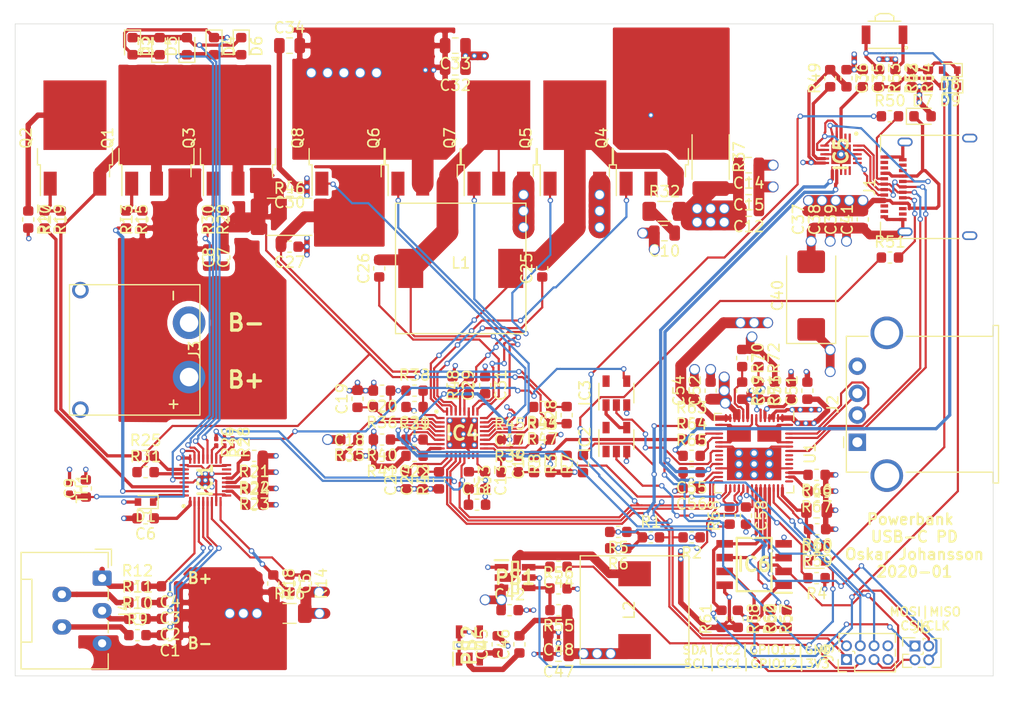
<source format=kicad_pcb>
(kicad_pcb (version 20171130) (host pcbnew "(5.1.4)-1")
  (layers (0 F.Cu signal) (1 POWER.Cu power) (2 GND.Cu power) (31 B.Cu signal) (34 B.Paste user) (35 F.Paste user) (36 B.SilkS user) (37 F.SilkS user) (38 B.Mask user) (39 F.Mask user) (44 Edge.Cuts user))
  (net 0 "")
  (net 1 "Net-(C1-Pad2)")
  (net 2 -BATT)
  (net 3 "Net-(C2-Pad2)")
  (net 4 "Net-(C3-Pad2)")
  (net 5 "Net-(C4-Pad2)")
  (net 6 "Net-(C5-Pad2)")
  (net 7 "Net-(C5-Pad1)")
  (net 8 "Net-(C6-Pad1)")
  (net 9 CELL4)
  (net 10 "Net-(C7-Pad2)")
  (net 11 +VDC)
  (net 12 "Net-(C9-Pad1)")
  (net 13 GND)
  (net 14 "Net-(C11-Pad1)")
  (net 15 PP_HV)
  (net 16 COMP1)
  (net 17 "Net-(C16-Pad1)")
  (net 18 COMP2)
  (net 19 ACP)
  (net 20 ACN)
  (net 21 "Net-(C20-Pad1)")
  (net 22 "Net-(C21-Pad1)")
  (net 23 "Net-(C22-Pad1)")
  (net 24 "Net-(C23-Pad2)")
  (net 25 "Net-(C24-Pad2)")
  (net 26 "Net-(C25-Pad1)")
  (net 27 TP1)
  (net 28 TP2)
  (net 29 "Net-(C26-Pad1)")
  (net 30 "Net-(C27-Pad2)")
  (net 31 VDDA)
  (net 32 REGN)
  (net 33 "Net-(C35-Pad2)")
  (net 34 PD_LDO_3V3)
  (net 35 VBUS_C)
  (net 36 SYS)
  (net 37 SYS_EN)
  (net 38 SW)
  (net 39 "Net-(C44-Pad2)")
  (net 40 "Net-(C45-Pad1)")
  (net 41 +3V3)
  (net 42 +5V)
  (net 43 "Net-(C46-Pad1)")
  (net 44 "Net-(C50-Pad1)")
  (net 45 CC1)
  (net 46 CC2)
  (net 47 LDO_1V8)
  (net 48 "Net-(D2-Pad2)")
  (net 49 "Net-(D2-Pad1)")
  (net 50 "Net-(D4-Pad2)")
  (net 51 SCL_1)
  (net 52 SDA_1)
  (net 53 IRQ_1)
  (net 54 IRQ_2)
  (net 55 SCL_2)
  (net 56 SDA_2)
  (net 57 PROCHOT)
  (net 58 CHRG_OK)
  (net 59 CELL1)
  (net 60 CELL2)
  (net 61 CELL3)
  (net 62 "Net-(IC1-Pad31)")
  (net 63 "Net-(IC1-Pad30)")
  (net 64 "Net-(Q2-Pad1)")
  (net 65 "Net-(Q1-Pad1)")
  (net 66 "Net-(IC1-Pad13)")
  (net 67 "Net-(IC1-Pad12)")
  (net 68 "Net-(IC1-Pad11)")
  (net 69 "Net-(IC1-Pad10)")
  (net 70 "Net-(IC1-Pad26)")
  (net 71 "Net-(IC1-Pad19)")
  (net 72 "Net-(IC1-Pad18)")
  (net 73 DISP)
  (net 74 "Net-(IC1-Pad17)")
  (net 75 "Net-(IC1-Pad28)")
  (net 76 "Net-(IC1-Pad27)")
  (net 77 "Net-(IC4-Pad6)")
  (net 78 "Net-(IC4-Pad18)")
  (net 79 "Net-(IC4-Pad20)")
  (net 80 "Net-(IC4-Pad19)")
  (net 81 "Net-(IC5-Pad9)")
  (net 82 "Net-(J1-PadA8)")
  (net 83 "Net-(J1-PadB8)")
  (net 84 "Net-(D9-Pad2)")
  (net 85 "Net-(PS1-Pad4)")
  (net 86 "Net-(IC6-Pad3)")
  (net 87 SPI_CSZ)
  (net 88 "Net-(D10-Pad1)")
  (net 89 SW_SIG)
  (net 90 SPI_MOSI)
  (net 91 "Net-(IC6-Pad7)")
  (net 92 "Net-(R63-Pad2)")
  (net 93 "Net-(R64-Pad2)")
  (net 94 "Net-(R65-Pad2)")
  (net 95 SRC_EVT)
  (net 96 "Net-(R66-Pad2)")
  (net 97 "Net-(R67-Pad2)")
  (net 98 EN_OTG)
  (net 99 "Net-(R68-Pad2)")
  (net 100 ADCIN2)
  (net 101 ADCIN1)
  (net 102 "Net-(IC1-Pad15)")
  (net 103 "Net-(D1-Pad1)")
  (net 104 "Net-(IC4-Pad15)")
  (net 105 "Net-(IC4-Pad21)")
  (net 106 TP6)
  (net 107 TP4)
  (net 108 TP3)
  (net 109 TP5)
  (net 110 "Net-(IC5-Pad1)")
  (net 111 "Net-(IC5-Pad2)")
  (net 112 CC1_CONN)
  (net 113 CC2_CONN)
  (net 114 "Net-(IC5-Pad14)")
  (net 115 "Net-(IC5-Pad15)")
  (net 116 "Net-(IC5-Pad16)")
  (net 117 "Net-(IC5-Pad17)")
  (net 118 DP_C)
  (net 119 DN_C)
  (net 120 SPI_MISO)
  (net 121 SPI_CLK)
  (net 122 "Net-(L2-Pad1)")
  (net 123 "Net-(J1-PadA2)")
  (net 124 "Net-(J1-PadA3)")
  (net 125 "Net-(J1-PadA10)")
  (net 126 "Net-(J1-PadA11)")
  (net 127 "Net-(J1-PadB2)")
  (net 128 "Net-(J1-PadB3)")
  (net 129 "Net-(J1-PadB10)")
  (net 130 "Net-(J1-PadB11)")
  (net 131 DP_A)
  (net 132 DN_A)
  (net 133 VBUS_A)
  (net 134 "Net-(C10-Pad1)")
  (net 135 GPIO12)
  (net 136 GPIO13)
  (net 137 "/Cell Balancer BQ4050/Source")
  (net 138 "Net-(Q2-Pad2)")
  (net 139 "Net-(Q3-Pad1)")
  (net 140 "Net-(IC2-Pad1)")
  (net 141 "Net-(IC2-Pad4)")
  (net 142 "Net-(IC2-Pad5)")
  (net 143 "Net-(IC3-Pad5)")
  (net 144 SNK_EVENT)
  (net 145 DRAIN2)
  (net 146 DRAIN1)
  (net 147 SRC_EVENT_LED)
  (net 148 TP12)
  (net 149 LED_CTL)
  (net 150 LEDR)
  (net 151 "Net-(U1-Pad47)")
  (net 152 LEDG)
  (net 153 LEDB)
  (module Powerbank:QFN40P400X400X100-33N-D (layer F.Cu) (at 117.5 112 90)
    (fp_text reference IC1 (at 0 0 90) (layer F.SilkS) (effects (font (size 1.27 1.27) (thickness 0.254))))
    (fp_text value BQ4050RSMR hide)
    (pad 1 smd rect (at -1.95 -1.4 180) (size 0.2 0.85) (layers F.Cu F.Paste F.Mask) (net 8 "Net-(C6-Pad1)"))
    (pad 2 smd rect (at -1.95 -1 180) (size 0.2 0.85) (layers F.Cu F.Paste F.Mask) (net 5 "Net-(C4-Pad2)"))
    (pad 3 smd rect (at -1.95 -0.6 180) (size 0.2 0.85) (layers F.Cu F.Paste F.Mask) (net 4 "Net-(C3-Pad2)"))
    (pad 4 smd rect (at -1.95 -0.2 180) (size 0.2 0.85) (layers F.Cu F.Paste F.Mask) (net 3 "Net-(C2-Pad2)"))
    (pad 5 smd rect (at -1.95 0.2 180) (size 0.2 0.85) (layers F.Cu F.Paste F.Mask) (net 1 "Net-(C1-Pad2)"))
    (pad 6 smd rect (at -1.95 0.6 180) (size 0.2 0.85) (layers F.Cu F.Paste F.Mask) (net 7 "Net-(C5-Pad1)"))
    (pad 7 smd rect (at -1.95 1 180) (size 0.2 0.85) (layers F.Cu F.Paste F.Mask) (net 2 -BATT))
    (pad 8 smd rect (at -1.95 1.4 180) (size 0.2 0.85) (layers F.Cu F.Paste F.Mask) (net 6 "Net-(C5-Pad2)"))
    (pad 9 smd rect (at -1.4 1.95 90) (size 0.2 0.85) (layers F.Cu F.Paste F.Mask) (net 2 -BATT))
    (pad 10 smd rect (at -1 1.95 90) (size 0.2 0.85) (layers F.Cu F.Paste F.Mask) (net 69 "Net-(IC1-Pad10)"))
    (pad 11 smd rect (at -0.6 1.95 90) (size 0.2 0.85) (layers F.Cu F.Paste F.Mask) (net 68 "Net-(IC1-Pad11)"))
    (pad 12 smd rect (at -0.2 1.95 90) (size 0.2 0.85) (layers F.Cu F.Paste F.Mask) (net 67 "Net-(IC1-Pad12)"))
    (pad 13 smd rect (at 0.2 1.95 90) (size 0.2 0.85) (layers F.Cu F.Paste F.Mask) (net 66 "Net-(IC1-Pad13)"))
    (pad 14 smd rect (at 0.6 1.95 90) (size 0.2 0.85) (layers F.Cu F.Paste F.Mask) (net 2 -BATT))
    (pad 15 smd rect (at 1 1.95 90) (size 0.2 0.85) (layers F.Cu F.Paste F.Mask) (net 102 "Net-(IC1-Pad15)"))
    (pad 16 smd rect (at 1.4 1.95 90) (size 0.2 0.85) (layers F.Cu F.Paste F.Mask) (net 2 -BATT))
    (pad 17 smd rect (at 1.95 1.4 180) (size 0.2 0.85) (layers F.Cu F.Paste F.Mask) (net 74 "Net-(IC1-Pad17)"))
    (pad 18 smd rect (at 1.95 1 180) (size 0.2 0.85) (layers F.Cu F.Paste F.Mask) (net 72 "Net-(IC1-Pad18)"))
    (pad 19 smd rect (at 1.95 0.6 180) (size 0.2 0.85) (layers F.Cu F.Paste F.Mask) (net 71 "Net-(IC1-Pad19)"))
    (pad 20 smd rect (at 1.95 0.2 180) (size 0.2 0.85) (layers F.Cu F.Paste F.Mask) (net 48 "Net-(D2-Pad2)"))
    (pad 21 smd rect (at 1.95 -0.2 180) (size 0.2 0.85) (layers F.Cu F.Paste F.Mask) (net 49 "Net-(D2-Pad1)"))
    (pad 22 smd rect (at 1.95 -0.6 180) (size 0.2 0.85) (layers F.Cu F.Paste F.Mask) (net 50 "Net-(D4-Pad2)"))
    (pad 23 smd rect (at 1.95 -1 180) (size 0.2 0.85) (layers F.Cu F.Paste F.Mask) (net 12 "Net-(C9-Pad1)"))
    (pad 24 smd rect (at 1.95 -1.4 180) (size 0.2 0.85) (layers F.Cu F.Paste F.Mask) (net 9 CELL4))
    (pad 25 smd rect (at 1.4 -1.95 90) (size 0.2 0.85) (layers F.Cu F.Paste F.Mask) (net 2 -BATT))
    (pad 26 smd rect (at 1 -1.95 90) (size 0.2 0.85) (layers F.Cu F.Paste F.Mask) (net 70 "Net-(IC1-Pad26)"))
    (pad 27 smd rect (at 0.6 -1.95 90) (size 0.2 0.85) (layers F.Cu F.Paste F.Mask) (net 76 "Net-(IC1-Pad27)"))
    (pad 28 smd rect (at 0.2 -1.95 90) (size 0.2 0.85) (layers F.Cu F.Paste F.Mask) (net 75 "Net-(IC1-Pad28)"))
    (pad 29 smd rect (at -0.2 -1.95 90) (size 0.2 0.85) (layers F.Cu F.Paste F.Mask) (net 2 -BATT))
    (pad 30 smd rect (at -0.6 -1.95 90) (size 0.2 0.85) (layers F.Cu F.Paste F.Mask) (net 63 "Net-(IC1-Pad30)"))
    (pad 31 smd rect (at -1 -1.95 90) (size 0.2 0.85) (layers F.Cu F.Paste F.Mask) (net 62 "Net-(IC1-Pad31)"))
    (pad 32 smd rect (at -1.4 -1.95 90) (size 0.2 0.85) (layers F.Cu F.Paste F.Mask) (net 103 "Net-(D1-Pad1)"))
    (pad 33 smd rect (at 0 0 90) (size 1.45 1.45) (layers F.Cu F.Paste F.Mask) (net 2 -BATT))
  )
  (module Connector_USB:USB_C_Receptacle_Amphenol_12401610E4-2A (layer F.Cu) (at 185 85 90)
    (fp_text reference J1 (at 0 -6.36 90) (layer F.SilkS))
    (fp_text value USB_C_Receptacle)
    (pad S1 thru_hole oval (at -4.13 -3.11 90) (size 0.8 1.4) (drill oval 0.5 1.1) (layers *.Cu *.Mask) (net 13 GND))
    (pad A1 smd rect (at -2.75 -5.02 90) (size 0.3 0.7) (layers F.Cu F.Paste F.Mask) (net 13 GND))
    (pad A2 smd rect (at -2.25 -5.02 90) (size 0.3 0.7) (layers F.Cu F.Paste F.Mask) (net 123 "Net-(J1-PadA2)"))
    (pad A3 smd rect (at -1.75 -5.02 90) (size 0.3 0.7) (layers F.Cu F.Paste F.Mask) (net 124 "Net-(J1-PadA3)"))
    (pad A4 smd rect (at -1.25 -5.02 90) (size 0.3 0.7) (layers F.Cu F.Paste F.Mask) (net 35 VBUS_C))
    (pad A5 smd rect (at -0.75 -5.02 90) (size 0.3 0.7) (layers F.Cu F.Paste F.Mask) (net 112 CC1_CONN))
    (pad A6 smd rect (at -0.25 -5.02 90) (size 0.3 0.7) (layers F.Cu F.Paste F.Mask) (net 118 DP_C))
    (pad A7 smd rect (at 0.25 -5.02 90) (size 0.3 0.7) (layers F.Cu F.Paste F.Mask) (net 119 DN_C))
    (pad A12 smd rect (at 2.75 -5.02 90) (size 0.3 0.7) (layers F.Cu F.Paste F.Mask) (net 13 GND))
    (pad A10 smd rect (at 1.75 -5.02 90) (size 0.3 0.7) (layers F.Cu F.Paste F.Mask) (net 125 "Net-(J1-PadA10)"))
    (pad A9 smd rect (at 1.25 -5.02 90) (size 0.3 0.7) (layers F.Cu F.Paste F.Mask) (net 35 VBUS_C))
    (pad A8 smd rect (at 0.75 -5.02 90) (size 0.3 0.7) (layers F.Cu F.Paste F.Mask) (net 82 "Net-(J1-PadA8)"))
    (pad A11 smd rect (at 2.25 -5.02 90) (size 0.3 0.7) (layers F.Cu F.Paste F.Mask) (net 126 "Net-(J1-PadA11)"))
    (pad B1 smd rect (at 2.5 -3.32 90) (size 0.3 0.7) (layers F.Cu F.Paste F.Mask) (net 13 GND))
    (pad S1 thru_hole oval (at 4.13 -3.11 90) (size 0.8 1.4) (drill oval 0.5 1.1) (layers *.Cu *.Mask) (net 13 GND))
    (pad S1 thru_hole oval (at 4.49 2.84 90) (size 0.8 1.4) (drill oval 0.5 1.1) (layers *.Cu *.Mask) (net 13 GND))
    (pad S1 thru_hole oval (at -4.49 2.84 90) (size 0.8 1.4) (drill oval 0.5 1.1) (layers *.Cu *.Mask) (net 13 GND))
    (pad "" np_thru_hole oval (at 3.6 -4.36 90) (size 0.95 0.65) (drill oval 0.95 0.65) (layers *.Cu *.Mask))
    (pad "" np_thru_hole circle (at -3.6 -4.36 90) (size 0.65 0.65) (drill 0.65) (layers *.Cu *.Mask))
    (pad B2 smd rect (at 2 -3.32 90) (size 0.3 0.7) (layers F.Cu F.Paste F.Mask) (net 127 "Net-(J1-PadB2)"))
    (pad B3 smd rect (at 1.5 -3.32 90) (size 0.3 0.7) (layers F.Cu F.Paste F.Mask) (net 128 "Net-(J1-PadB3)"))
    (pad B4 smd rect (at 1 -3.32 90) (size 0.3 0.7) (layers F.Cu F.Paste F.Mask) (net 35 VBUS_C))
    (pad B5 smd rect (at 0.5 -3.32 90) (size 0.3 0.7) (layers F.Cu F.Paste F.Mask) (net 113 CC2_CONN))
    (pad B6 smd rect (at 0 -3.32 90) (size 0.3 0.7) (layers F.Cu F.Paste F.Mask) (net 118 DP_C))
    (pad B7 smd rect (at -0.5 -3.32 90) (size 0.3 0.7) (layers F.Cu F.Paste F.Mask) (net 119 DN_C))
    (pad B8 smd rect (at -1 -3.32 90) (size 0.3 0.7) (layers F.Cu F.Paste F.Mask) (net 83 "Net-(J1-PadB8)"))
    (pad B9 smd rect (at -1.5 -3.32 90) (size 0.3 0.7) (layers F.Cu F.Paste F.Mask) (net 35 VBUS_C))
    (pad B10 smd rect (at -2 -3.32 90) (size 0.3 0.7) (layers F.Cu F.Paste F.Mask) (net 129 "Net-(J1-PadB10)"))
    (pad B11 smd rect (at -2.5 -3.32 90) (size 0.3 0.7) (layers F.Cu F.Paste F.Mask) (net 130 "Net-(J1-PadB11)"))
    (pad B12 smd rect (at -3 -3.32 90) (size 0.3 0.7) (layers F.Cu F.Paste F.Mask) (net 13 GND))
  )
  (module Powerbank:XT30PW-M (layer F.Cu) (at 116 100 90)
    (fp_text reference J3 (at 0 0.5 90) (layer F.SilkS))
    (fp_text value Conn_01x02_Male)
    (fp_text user _ (at 5 -2 90) (layer F.SilkS))
    (fp_text user + (at -5 -1.5 90) (layer F.SilkS))
    (pad 1 thru_hole circle (at -2.5 0 90) (size 3 3) (drill 1.7) (layers *.Cu *.Mask) (net 9 CELL4))
    (pad "" thru_hole circle (at -5.5 -10 90) (size 1.524 1.524) (drill 1) (layers *.Cu *.Mask))
    (pad "" thru_hole circle (at 5.5 -10 90) (size 1.524 1.524) (drill 1) (layers *.Cu *.Mask))
    (pad 2 thru_hole circle (at 2.5 0 180) (size 3 3) (drill 1.7) (layers *.Cu *.Mask) (net 2 -BATT))
  )
  (module Powerbank:SOIC127P600X175-8N (layer F.Cu) (at 168 119.75 180)
    (fp_text reference IC6 (at 0 0) (layer F.SilkS) (effects (font (size 1.27 1.27) (thickness 0.254))))
    (fp_text value W25Q80DVSNIG hide)
    (pad 1 smd rect (at -2.712 -1.905 270) (size 0.7 1.525) (layers F.Cu F.Paste F.Mask) (net 87 SPI_CSZ))
    (pad 2 smd rect (at -2.712 -0.635 270) (size 0.7 1.525) (layers F.Cu F.Paste F.Mask) (net 120 SPI_MISO))
    (pad 3 smd rect (at -2.712 0.635 270) (size 0.7 1.525) (layers F.Cu F.Paste F.Mask) (net 86 "Net-(IC6-Pad3)"))
    (pad 4 smd rect (at -2.712 1.905 270) (size 0.7 1.525) (layers F.Cu F.Paste F.Mask) (net 13 GND))
    (pad 5 smd rect (at 2.712 1.905 270) (size 0.7 1.525) (layers F.Cu F.Paste F.Mask) (net 90 SPI_MOSI))
    (pad 6 smd rect (at 2.712 0.635 270) (size 0.7 1.525) (layers F.Cu F.Paste F.Mask) (net 121 SPI_CLK))
    (pad 7 smd rect (at 2.712 -0.635 270) (size 0.7 1.525) (layers F.Cu F.Paste F.Mask) (net 91 "Net-(IC6-Pad7)"))
    (pad 8 smd rect (at 2.712 -1.905 270) (size 0.7 1.525) (layers F.Cu F.Paste F.Mask) (net 34 PD_LDO_3V3))
  )
  (module Capacitor_SMD:C_0603_1608Metric (layer F.Cu) (at 114.25 126.25 180)
    (fp_text reference C1 (at 0 -1.43) (layer F.SilkS))
    (fp_text value 0.1µF)
    (pad 2 smd roundrect (at 0.7875 0 180) (size 0.875 0.95) (layers F.Cu F.Paste F.Mask) (net 1 "Net-(C1-Pad2)"))
    (pad 1 smd roundrect (at -0.7875 0 180) (size 0.875 0.95) (layers F.Cu F.Paste F.Mask) (net 2 -BATT))
  )
  (module Capacitor_SMD:C_0603_1608Metric (layer F.Cu) (at 114.25 124.75 180)
    (fp_text reference C2 (at 0 -1.43) (layer F.SilkS))
    (fp_text value 0.1µF)
    (pad 2 smd roundrect (at 0.7875 0 180) (size 0.875 0.95) (layers F.Cu F.Paste F.Mask) (net 3 "Net-(C2-Pad2)"))
    (pad 1 smd roundrect (at -0.7875 0 180) (size 0.875 0.95) (layers F.Cu F.Paste F.Mask) (net 2 -BATT))
  )
  (module Capacitor_SMD:C_0603_1608Metric (layer F.Cu) (at 114.25 123.25 180)
    (fp_text reference C3 (at 0 -1.43) (layer F.SilkS))
    (fp_text value 0.1µF)
    (pad 1 smd roundrect (at -0.7875 0 180) (size 0.875 0.95) (layers F.Cu F.Paste F.Mask) (net 2 -BATT))
    (pad 2 smd roundrect (at 0.7875 0 180) (size 0.875 0.95) (layers F.Cu F.Paste F.Mask) (net 4 "Net-(C3-Pad2)"))
  )
  (module Capacitor_SMD:C_0603_1608Metric (layer F.Cu) (at 114.25 121.75 180)
    (fp_text reference C4 (at 0 -1.43) (layer F.SilkS))
    (fp_text value 0.1µF)
    (pad 1 smd roundrect (at -0.7875 0 180) (size 0.875 0.95) (layers F.Cu F.Paste F.Mask) (net 2 -BATT))
    (pad 2 smd roundrect (at 0.7875 0 180) (size 0.875 0.95) (layers F.Cu F.Paste F.Mask) (net 5 "Net-(C4-Pad2)"))
  )
  (module Capacitor_SMD:C_0603_1608Metric (layer F.Cu) (at 125.25 121.5 270)
    (fp_text reference C5 (at 0 -1.43 90) (layer F.SilkS))
    (fp_text value 0.1µF)
    (pad 2 smd roundrect (at 0.7875 0 270) (size 0.875 0.95) (layers F.Cu F.Paste F.Mask) (net 6 "Net-(C5-Pad2)"))
    (pad 1 smd roundrect (at -0.7875 0 270) (size 0.875 0.95) (layers F.Cu F.Paste F.Mask) (net 7 "Net-(C5-Pad1)"))
  )
  (module Capacitor_SMD:C_0603_1608Metric (layer F.Cu) (at 112 115.5 180)
    (fp_text reference C6 (at 0 -1.43) (layer F.SilkS))
    (fp_text value 2.2µF)
    (pad 1 smd roundrect (at -0.7875 0 180) (size 0.875 0.95) (layers F.Cu F.Paste F.Mask) (net 8 "Net-(C6-Pad1)"))
    (pad 2 smd roundrect (at 0.7875 0 180) (size 0.875 0.95) (layers F.Cu F.Paste F.Mask) (net 2 -BATT))
  )
  (module Capacitor_SMD:C_0603_1608Metric (layer F.Cu) (at 117.75 91.505001 270)
    (fp_text reference C7 (at 0 -1.43 90) (layer F.SilkS))
    (fp_text value 0.1µF)
    (pad 1 smd roundrect (at -0.7875 0 270) (size 0.875 0.95) (layers F.Cu F.Paste F.Mask) (net 9 CELL4))
    (pad 2 smd roundrect (at 0.7875 0 270) (size 0.875 0.95) (layers F.Cu F.Paste F.Mask) (net 10 "Net-(C7-Pad2)"))
  )
  (module Capacitor_SMD:C_0603_1608Metric (layer F.Cu) (at 119.25 91.5 90)
    (fp_text reference C8 (at 0 -1.43 90) (layer F.SilkS))
    (fp_text value 0.22µF)
    (pad 2 smd roundrect (at 0.7875 0 90) (size 0.875 0.95) (layers F.Cu F.Paste F.Mask) (net 11 +VDC))
    (pad 1 smd roundrect (at -0.7875 0 90) (size 0.875 0.95) (layers F.Cu F.Paste F.Mask) (net 10 "Net-(C7-Pad2)"))
  )
  (module Capacitor_SMD:C_0603_1608Metric (layer F.Cu) (at 106.5 112.75 90)
    (fp_text reference C9 (at 0 -1.43 90) (layer F.SilkS))
    (fp_text value 0.1µF)
    (pad 1 smd roundrect (at -0.7875 0 90) (size 0.875 0.95) (layers F.Cu F.Paste F.Mask) (net 12 "Net-(C9-Pad1)"))
    (pad 2 smd roundrect (at 0.7875 0 90) (size 0.875 0.95) (layers F.Cu F.Paste F.Mask) (net 9 CELL4))
  )
  (module Capacitor_SMD:C_0603_1608Metric (layer F.Cu) (at 142.5 114.25)
    (fp_text reference C11 (at 0 -1.43) (layer F.SilkS))
    (fp_text value 1800pF)
    (pad 2 smd roundrect (at 0.7875 0) (size 0.875 0.95) (layers F.Cu F.Paste F.Mask) (net 13 GND))
    (pad 1 smd roundrect (at -0.7875 0) (size 0.875 0.95) (layers F.Cu F.Paste F.Mask) (net 14 "Net-(C11-Pad1)"))
  )
  (module Capacitor_SMD:C_0603_1608Metric (layer F.Cu) (at 143.25 112 270)
    (fp_text reference C13 (at 0 -1.43 90) (layer F.SilkS))
    (fp_text value 33pF)
    (pad 2 smd roundrect (at 0.7875 0 270) (size 0.875 0.95) (layers F.Cu F.Paste F.Mask) (net 13 GND))
    (pad 1 smd roundrect (at -0.7875 0 270) (size 0.875 0.95) (layers F.Cu F.Paste F.Mask) (net 16 COMP1))
  )
  (module Capacitor_SMD:C_0603_1608Metric (layer F.Cu) (at 147.75 110.5 90)
    (fp_text reference C16 (at 0 -1.43 90) (layer F.SilkS))
    (fp_text value 680pF)
    (pad 1 smd roundrect (at -0.7875 0 90) (size 0.875 0.95) (layers F.Cu F.Paste F.Mask) (net 17 "Net-(C16-Pad1)"))
    (pad 2 smd roundrect (at 0.7875 0 90) (size 0.875 0.95) (layers F.Cu F.Paste F.Mask) (net 13 GND))
  )
  (module Capacitor_SMD:C_0603_1608Metric (layer F.Cu) (at 145.5 109.75)
    (fp_text reference C17 (at 0 -1.43) (layer F.SilkS))
    (fp_text value 15pF)
    (pad 1 smd roundrect (at -0.7875 0) (size 0.875 0.95) (layers F.Cu F.Paste F.Mask) (net 18 COMP2))
    (pad 2 smd roundrect (at 0.7875 0) (size 0.875 0.95) (layers F.Cu F.Paste F.Mask) (net 13 GND))
  )
  (module Capacitor_SMD:C_0603_1608Metric (layer F.Cu) (at 130.75 109.75)
    (fp_text reference C18 (at 0 -1.43) (layer F.SilkS))
    (fp_text value 0.033µF)
    (pad 1 smd roundrect (at -0.7875 0) (size 0.875 0.95) (layers F.Cu F.Paste F.Mask) (net 19 ACP))
    (pad 2 smd roundrect (at 0.7875 0) (size 0.875 0.95) (layers F.Cu F.Paste F.Mask) (net 13 GND))
  )
  (module Capacitor_SMD:C_0603_1608Metric (layer F.Cu) (at 131.5 104.5 90)
    (fp_text reference C19 (at 0 -1.43 90) (layer F.SilkS))
    (fp_text value 0.033µF)
    (pad 2 smd roundrect (at 0.7875 0 90) (size 0.875 0.95) (layers F.Cu F.Paste F.Mask) (net 13 GND))
    (pad 1 smd roundrect (at -0.7875 0 90) (size 0.875 0.95) (layers F.Cu F.Paste F.Mask) (net 20 ACN))
  )
  (module Capacitor_SMD:C_0603_1608Metric (layer F.Cu) (at 133.75 103.75 180)
    (fp_text reference C20 (at 0 -1.43) (layer F.SilkS))
    (fp_text value 0.01µF)
    (pad 1 smd roundrect (at -0.7875 0 180) (size 0.875 0.95) (layers F.Cu F.Paste F.Mask) (net 21 "Net-(C20-Pad1)"))
    (pad 2 smd roundrect (at 0.7875 0 180) (size 0.875 0.95) (layers F.Cu F.Paste F.Mask) (net 13 GND))
  )
  (module Capacitor_SMD:C_0603_1608Metric (layer F.Cu) (at 136.75 105.25 180)
    (fp_text reference C21 (at 0 -1.43) (layer F.SilkS))
    (fp_text value 0.47µF)
    (pad 2 smd roundrect (at 0.7875 0 180) (size 0.875 0.95) (layers F.Cu F.Paste F.Mask) (net 13 GND))
    (pad 1 smd roundrect (at -0.7875 0 180) (size 0.875 0.95) (layers F.Cu F.Paste F.Mask) (net 22 "Net-(C21-Pad1)"))
  )
  (module Capacitor_SMD:C_0603_1608Metric (layer F.Cu) (at 136.75 109.75 180)
    (fp_text reference C22 (at 0 -1.43) (layer F.SilkS))
    (fp_text value 100pF)
    (pad 2 smd roundrect (at 0.7875 0 180) (size 0.875 0.95) (layers F.Cu F.Paste F.Mask) (net 13 GND))
    (pad 1 smd roundrect (at -0.7875 0 180) (size 0.875 0.95) (layers F.Cu F.Paste F.Mask) (net 23 "Net-(C22-Pad1)"))
  )
  (module Capacitor_SMD:C_0603_1608Metric (layer F.Cu) (at 136 112 90)
    (fp_text reference C23 (at 0 -1.43 90) (layer F.SilkS))
    (fp_text value 100pF)
    (pad 2 smd roundrect (at 0.7875 0 90) (size 0.875 0.95) (layers F.Cu F.Paste F.Mask) (net 24 "Net-(C23-Pad2)"))
    (pad 1 smd roundrect (at -0.7875 0 90) (size 0.875 0.95) (layers F.Cu F.Paste F.Mask) (net 13 GND))
  )
  (module Capacitor_SMD:C_0603_1608Metric (layer F.Cu) (at 137.5 112 90)
    (fp_text reference C24 (at 0 -1.43 90) (layer F.SilkS))
    (fp_text value 100pF)
    (pad 1 smd roundrect (at -0.7875 0 90) (size 0.875 0.95) (layers F.Cu F.Paste F.Mask) (net 13 GND))
    (pad 2 smd roundrect (at 0.7875 0 90) (size 0.875 0.95) (layers F.Cu F.Paste F.Mask) (net 25 "Net-(C24-Pad2)"))
  )
  (module Capacitor_SMD:C_0603_1608Metric (layer F.Cu) (at 148.5 92.5 90)
    (fp_text reference C25 (at 0 -1.43 90) (layer F.SilkS))
    (fp_text value 0.047µF)
    (pad 1 smd roundrect (at -0.7875 0 90) (size 0.875 0.95) (layers F.Cu F.Paste F.Mask) (net 26 "Net-(C25-Pad1)"))
    (pad 2 smd roundrect (at 0.7875 0 90) (size 0.875 0.95) (layers F.Cu F.Paste F.Mask) (net 27 TP1))
  )
  (module Capacitor_SMD:C_0603_1608Metric (layer F.Cu) (at 133.5 92.5 90)
    (fp_text reference C26 (at 0 -1.43 90) (layer F.SilkS))
    (fp_text value 0.047µF)
    (pad 2 smd roundrect (at 0.7875 0 90) (size 0.875 0.95) (layers F.Cu F.Paste F.Mask) (net 28 TP2))
    (pad 1 smd roundrect (at -0.7875 0 90) (size 0.875 0.95) (layers F.Cu F.Paste F.Mask) (net 29 "Net-(C26-Pad1)"))
  )
  (module Capacitor_SMD:C_0603_1608Metric (layer F.Cu) (at 125.25 90.5 180)
    (fp_text reference C27 (at 0 -1.43) (layer F.SilkS))
    (fp_text value 1µF)
    (pad 2 smd roundrect (at 0.7875 0 180) (size 0.875 0.95) (layers F.Cu F.Paste F.Mask) (net 30 "Net-(C27-Pad2)"))
    (pad 1 smd roundrect (at -0.7875 0 180) (size 0.875 0.95) (layers F.Cu F.Paste F.Mask) (net 13 GND))
  )
  (module Capacitor_SMD:C_0603_1608Metric (layer F.Cu) (at 150.75 106 90)
    (fp_text reference C28 (at 0 -1.43 90) (layer F.SilkS))
    (fp_text value 0.1µF)
    (pad 1 smd roundrect (at -0.7875 0 90) (size 0.875 0.95) (layers F.Cu F.Paste F.Mask) (net 11 +VDC))
    (pad 2 smd roundrect (at 0.7875 0 90) (size 0.875 0.95) (layers F.Cu F.Paste F.Mask) (net 30 "Net-(C27-Pad2)"))
  )
  (module Capacitor_SMD:C_0603_1608Metric (layer F.Cu) (at 140.25 103.255001 270)
    (fp_text reference C29 (at 0 -1.43 90) (layer F.SilkS))
    (fp_text value 1µF)
    (pad 1 smd roundrect (at -0.7875 0 270) (size 0.875 0.95) (layers F.Cu F.Paste F.Mask) (net 13 GND))
    (pad 2 smd roundrect (at 0.7875 0 270) (size 0.875 0.95) (layers F.Cu F.Paste F.Mask) (net 31 VDDA))
  )
  (module Capacitor_SMD:C_0603_1608Metric (layer F.Cu) (at 125.25 85 180)
    (fp_text reference C30 (at 0 -1.43) (layer F.SilkS))
    (fp_text value 10µF)
    (pad 2 smd roundrect (at 0.7875 0 180) (size 0.875 0.95) (layers F.Cu F.Paste F.Mask) (net 11 +VDC))
    (pad 1 smd roundrect (at -0.7875 0 180) (size 0.875 0.95) (layers F.Cu F.Paste F.Mask) (net 13 GND))
  )
  (module Capacitor_SMD:C_0603_1608Metric (layer F.Cu) (at 143.25 103.25 270)
    (fp_text reference C31 (at 0 -1.43 90) (layer F.SilkS))
    (fp_text value 2.2µF)
    (pad 2 smd roundrect (at 0.7875 0 270) (size 0.875 0.95) (layers F.Cu F.Paste F.Mask) (net 32 REGN))
    (pad 1 smd roundrect (at -0.7875 0 270) (size 0.875 0.95) (layers F.Cu F.Paste F.Mask) (net 13 GND))
  )
  (module Capacitor_SMD:C_0603_1608Metric (layer F.Cu) (at 178 75 270)
    (fp_text reference C35 (at 0 -1.43 90) (layer F.SilkS))
    (fp_text value 0.1µF)
    (pad 2 smd roundrect (at 0.7875 0 270) (size 0.875 0.95) (layers F.Cu F.Paste F.Mask) (net 33 "Net-(C35-Pad2)"))
    (pad 1 smd roundrect (at -0.7875 0 270) (size 0.875 0.95) (layers F.Cu F.Paste F.Mask) (net 13 GND))
  )
  (module Capacitor_SMD:C_0603_1608Metric (layer F.Cu) (at 176.5 75 270)
    (fp_text reference C36 (at 0 -1.43 90) (layer F.SilkS))
    (fp_text value 1µF)
    (pad 1 smd roundrect (at -0.7875 0 270) (size 0.875 0.95) (layers F.Cu F.Paste F.Mask) (net 13 GND))
    (pad 2 smd roundrect (at 0.7875 0 270) (size 0.875 0.95) (layers F.Cu F.Paste F.Mask) (net 34 PD_LDO_3V3))
  )
  (module Capacitor_SMD:C_0603_1608Metric (layer F.Cu) (at 173.5 88 90)
    (fp_text reference C37 (at 0 -1.43 90) (layer F.SilkS))
    (fp_text value 0.01µF)
    (pad 2 smd roundrect (at 0.7875 0 90) (size 0.875 0.95) (layers F.Cu F.Paste F.Mask) (net 35 VBUS_C))
    (pad 1 smd roundrect (at -0.7875 0 90) (size 0.875 0.95) (layers F.Cu F.Paste F.Mask) (net 13 GND))
  )
  (module Capacitor_SMD:C_0603_1608Metric (layer F.Cu) (at 175 88 90)
    (fp_text reference C38 (at 0 -1.43 90) (layer F.SilkS))
    (fp_text value 0.01µF)
    (pad 1 smd roundrect (at -0.7875 0 90) (size 0.875 0.95) (layers F.Cu F.Paste F.Mask) (net 13 GND))
    (pad 2 smd roundrect (at 0.7875 0 90) (size 0.875 0.95) (layers F.Cu F.Paste F.Mask) (net 35 VBUS_C))
  )
  (module Capacitor_SMD:C_0603_1608Metric (layer F.Cu) (at 176.5 88 90)
    (fp_text reference C39 (at 0 -1.43 90) (layer F.SilkS))
    (fp_text value 0.01µF)
    (pad 2 smd roundrect (at 0.7875 0 90) (size 0.875 0.95) (layers F.Cu F.Paste F.Mask) (net 35 VBUS_C))
    (pad 1 smd roundrect (at -0.7875 0 90) (size 0.875 0.95) (layers F.Cu F.Paste F.Mask) (net 13 GND))
  )
  (module Capacitor_SMD:C_0603_1608Metric (layer F.Cu) (at 178 88 90)
    (fp_text reference C41 (at 0 -1.43 90) (layer F.SilkS))
    (fp_text value 0.01µF)
    (pad 1 smd roundrect (at -0.7875 0 90) (size 0.875 0.95) (layers F.Cu F.Paste F.Mask) (net 13 GND))
    (pad 2 smd roundrect (at 0.7875 0 90) (size 0.875 0.95) (layers F.Cu F.Paste F.Mask) (net 35 VBUS_C))
  )
  (module Capacitor_SMD:C_0603_1608Metric (layer F.Cu) (at 145.5 123.95)
    (fp_text reference C42 (at 0 -1.43) (layer F.SilkS))
    (fp_text value 10µF)
    (pad 2 smd roundrect (at 0.7875 0) (size 0.875 0.95) (layers F.Cu F.Paste F.Mask) (net 13 GND))
    (pad 1 smd roundrect (at -0.7875 0) (size 0.875 0.95) (layers F.Cu F.Paste F.Mask) (net 36 SYS))
  )
  (module Capacitor_SMD:C_0603_1608Metric (layer F.Cu) (at 184 75 90)
    (fp_text reference C43 (at 0 -1.43 90) (layer F.SilkS))
    (fp_text value 10µF)
    (pad 1 smd roundrect (at -0.7875 0 90) (size 0.875 0.95) (layers F.Cu F.Paste F.Mask) (net 13 GND))
    (pad 2 smd roundrect (at 0.7875 0 90) (size 0.875 0.95) (layers F.Cu F.Paste F.Mask) (net 37 SYS_EN))
  )
  (module Capacitor_SMD:C_0603_1608Metric (layer F.Cu) (at 150 119.95 180)
    (fp_text reference C44 (at 0 -1.43) (layer F.SilkS))
    (fp_text value 0.1µF)
    (pad 1 smd roundrect (at -0.7875 0 180) (size 0.875 0.95) (layers F.Cu F.Paste F.Mask) (net 38 SW))
    (pad 2 smd roundrect (at 0.7875 0 180) (size 0.875 0.95) (layers F.Cu F.Paste F.Mask) (net 39 "Net-(C44-Pad2)"))
  )
  (module Capacitor_SMD:C_0603_1608Metric (layer F.Cu) (at 144.4 127.1 90)
    (fp_text reference C45 (at 0 -1.43 90) (layer F.SilkS))
    (fp_text value 1µF)
    (pad 1 smd roundrect (at -0.7875 0 90) (size 0.875 0.95) (layers F.Cu F.Paste F.Mask) (net 40 "Net-(C45-Pad1)"))
    (pad 2 smd roundrect (at 0.7875 0 90) (size 0.875 0.95) (layers F.Cu F.Paste F.Mask) (net 41 +3V3))
  )
  (module Capacitor_SMD:C_0603_1608Metric (layer F.Cu) (at 146.4 127.1 90)
    (fp_text reference C46 (at 0 -1.43 90) (layer F.SilkS))
    (fp_text value 0.1µF)
    (pad 2 smd roundrect (at 0.7875 0 90) (size 0.875 0.95) (layers F.Cu F.Paste F.Mask) (net 42 +5V))
    (pad 1 smd roundrect (at -0.7875 0 90) (size 0.875 0.95) (layers F.Cu F.Paste F.Mask) (net 43 "Net-(C46-Pad1)"))
  )
  (module Capacitor_SMD:C_0603_1608Metric (layer F.Cu) (at 171 124.75 90)
    (fp_text reference C50 (at 0 -1.43 90) (layer F.SilkS))
    (fp_text value 0.1µF)
    (pad 1 smd roundrect (at -0.7875 0 90) (size 0.875 0.95) (layers F.Cu F.Paste F.Mask) (net 44 "Net-(C50-Pad1)"))
    (pad 2 smd roundrect (at 0.7875 0 90) (size 0.875 0.95) (layers F.Cu F.Paste F.Mask) (net 13 GND))
  )
  (module Capacitor_SMD:C_0603_1608Metric (layer F.Cu) (at 172.9 103.75 90)
    (fp_text reference C51 (at 0 -1.43 90) (layer F.SilkS))
    (fp_text value 10µF)
    (pad 1 smd roundrect (at -0.7875 0 90) (size 0.875 0.95) (layers F.Cu F.Paste F.Mask) (net 42 +5V))
    (pad 2 smd roundrect (at 0.7875 0 90) (size 0.875 0.95) (layers F.Cu F.Paste F.Mask) (net 13 GND))
  )
  (module Capacitor_SMD:C_0603_1608Metric (layer F.Cu) (at 164 103.75 90)
    (fp_text reference C52 (at 0 -1.43 90) (layer F.SilkS))
    (fp_text value 10µF)
    (pad 1 smd roundrect (at -0.7875 0 90) (size 0.875 0.95) (layers F.Cu F.Paste F.Mask) (net 15 PP_HV))
    (pad 2 smd roundrect (at 0.7875 0 90) (size 0.875 0.95) (layers F.Cu F.Paste F.Mask) (net 13 GND))
  )
  (module Capacitor_SMD:C_0603_1608Metric (layer F.Cu) (at 171.4 103.75 90)
    (fp_text reference C53 (at 0 -1.43 90) (layer F.SilkS))
    (fp_text value 10µF)
    (pad 2 smd roundrect (at 0.7875 0 90) (size 0.875 0.95) (layers F.Cu F.Paste F.Mask) (net 13 GND))
    (pad 1 smd roundrect (at -0.7875 0 90) (size 0.875 0.95) (layers F.Cu F.Paste F.Mask) (net 41 +3V3))
  )
  (module Capacitor_SMD:C_0603_1608Metric (layer F.Cu) (at 162.5 103.75 90)
    (fp_text reference C54 (at 0 -1.43 90) (layer F.SilkS))
    (fp_text value 1µF)
    (pad 2 smd roundrect (at 0.7875 0 90) (size 0.875 0.95) (layers F.Cu F.Paste F.Mask) (net 13 GND))
    (pad 1 smd roundrect (at -0.7875 0 90) (size 0.875 0.95) (layers F.Cu F.Paste F.Mask) (net 35 VBUS_C))
  )
  (module Capacitor_SMD:C_0603_1608Metric (layer F.Cu) (at 162.25 111.25 180)
    (fp_text reference C55 (at 0 -1.43) (layer F.SilkS))
    (fp_text value 330pF)
    (pad 1 smd roundrect (at -0.7875 0 180) (size 0.875 0.95) (layers F.Cu F.Paste F.Mask) (net 45 CC1))
    (pad 2 smd roundrect (at 0.7875 0 180) (size 0.875 0.95) (layers F.Cu F.Paste F.Mask) (net 13 GND))
  )
  (module Capacitor_SMD:C_0603_1608Metric (layer F.Cu) (at 162.25 112.75 180)
    (fp_text reference C56 (at 0 -1.43) (layer F.SilkS))
    (fp_text value 330pF)
    (pad 2 smd roundrect (at 0.7875 0 180) (size 0.875 0.95) (layers F.Cu F.Paste F.Mask) (net 13 GND))
    (pad 1 smd roundrect (at -0.7875 0 180) (size 0.875 0.95) (layers F.Cu F.Paste F.Mask) (net 46 CC2))
  )
  (module Capacitor_SMD:C_0603_1608Metric (layer F.Cu) (at 169.9 103.75 90)
    (fp_text reference C57 (at 0 -1.43 90) (layer F.SilkS))
    (fp_text value 10µF)
    (pad 1 smd roundrect (at -0.7875 0 90) (size 0.875 0.95) (layers F.Cu F.Paste F.Mask) (net 34 PD_LDO_3V3))
    (pad 2 smd roundrect (at 0.7875 0 90) (size 0.875 0.95) (layers F.Cu F.Paste F.Mask) (net 13 GND))
  )
  (module Capacitor_SMD:C_0603_1608Metric (layer F.Cu) (at 167.25 115.25 270)
    (fp_text reference C58 (at 0 -1.43 90) (layer F.SilkS))
    (fp_text value 4.7µF)
    (pad 2 smd roundrect (at 0.7875 0 270) (size 0.875 0.95) (layers F.Cu F.Paste F.Mask) (net 13 GND))
    (pad 1 smd roundrect (at -0.7875 0 270) (size 0.875 0.95) (layers F.Cu F.Paste F.Mask) (net 47 LDO_1V8))
  )
  (module LED_SMD:LED_0603_1608Metric (layer F.Cu) (at 110.8 72.05 270)
    (fp_text reference D2 (at 0 -1.43 90) (layer F.SilkS))
    (fp_text value LED)
    (pad 2 smd roundrect (at 0.7875 0 270) (size 0.875 0.95) (layers F.Cu F.Paste F.Mask) (net 48 "Net-(D2-Pad2)"))
    (pad 1 smd roundrect (at -0.7875 0 270) (size 0.875 0.95) (layers F.Cu F.Paste F.Mask) (net 49 "Net-(D2-Pad1)"))
  )
  (module LED_SMD:LED_0603_1608Metric (layer F.Cu) (at 113.3 72.05 90)
    (fp_text reference D3 (at 0 -1.43 90) (layer F.SilkS))
    (fp_text value LED)
    (pad 2 smd roundrect (at 0.7875 0 90) (size 0.875 0.95) (layers F.Cu F.Paste F.Mask) (net 49 "Net-(D2-Pad1)"))
    (pad 1 smd roundrect (at -0.7875 0 90) (size 0.875 0.95) (layers F.Cu F.Paste F.Mask) (net 48 "Net-(D2-Pad2)"))
  )
  (module LED_SMD:LED_0603_1608Metric (layer F.Cu) (at 118.3 72.05 270)
    (fp_text reference D4 (at 0 -1.43 90) (layer F.SilkS))
    (fp_text value LED)
    (pad 1 smd roundrect (at -0.7875 0 270) (size 0.875 0.95) (layers F.Cu F.Paste F.Mask) (net 48 "Net-(D2-Pad2)"))
    (pad 2 smd roundrect (at 0.7875 0 270) (size 0.875 0.95) (layers F.Cu F.Paste F.Mask) (net 50 "Net-(D4-Pad2)"))
  )
  (module LED_SMD:LED_0603_1608Metric (layer F.Cu) (at 115.8 72.05 90)
    (fp_text reference D5 (at 0 -1.43 90) (layer F.SilkS))
    (fp_text value LED)
    (pad 1 smd roundrect (at -0.7875 0 90) (size 0.875 0.95) (layers F.Cu F.Paste F.Mask) (net 50 "Net-(D4-Pad2)"))
    (pad 2 smd roundrect (at 0.7875 0 90) (size 0.875 0.95) (layers F.Cu F.Paste F.Mask) (net 49 "Net-(D2-Pad1)"))
  )
  (module LED_SMD:LED_0603_1608Metric (layer F.Cu) (at 120.8 72.05 270)
    (fp_text reference D6 (at 0 -1.43 90) (layer F.SilkS))
    (fp_text value LED)
    (pad 1 smd roundrect (at -0.7875 0 270) (size 0.875 0.95) (layers F.Cu F.Paste F.Mask) (net 49 "Net-(D2-Pad1)"))
    (pad 2 smd roundrect (at 0.7875 0 270) (size 0.875 0.95) (layers F.Cu F.Paste F.Mask) (net 50 "Net-(D4-Pad2)"))
  )
  (module Resistor_SMD:R_0603_1608Metric (layer F.Cu) (at 158.5 117.25)
    (fp_text reference R1 (at 0 -1.43) (layer F.SilkS))
    (fp_text value 3.83k)
    (pad 1 smd roundrect (at -0.7875 0) (size 0.875 0.95) (layers F.Cu F.Paste F.Mask) (net 34 PD_LDO_3V3))
    (pad 2 smd roundrect (at 0.7875 0) (size 0.875 0.95) (layers F.Cu F.Paste F.Mask) (net 51 SCL_1))
  )
  (module Resistor_SMD:R_0603_1608Metric (layer F.Cu) (at 162.25 117.25 180)
    (fp_text reference R2 (at 0 -1.43) (layer F.SilkS))
    (fp_text value 3.83k)
    (pad 2 smd roundrect (at 0.7875 0 180) (size 0.875 0.95) (layers F.Cu F.Paste F.Mask) (net 52 SDA_1))
    (pad 1 smd roundrect (at -0.7875 0 180) (size 0.875 0.95) (layers F.Cu F.Paste F.Mask) (net 34 PD_LDO_3V3))
  )
  (module Resistor_SMD:R_0603_1608Metric (layer F.Cu) (at 150.75 110.5 90)
    (fp_text reference R3 (at 0 -1.43 90) (layer F.SilkS))
    (fp_text value 10k)
    (pad 1 smd roundrect (at -0.7875 0 90) (size 0.875 0.95) (layers F.Cu F.Paste F.Mask) (net 34 PD_LDO_3V3))
    (pad 2 smd roundrect (at 0.7875 0 90) (size 0.875 0.95) (layers F.Cu F.Paste F.Mask) (net 53 IRQ_1))
  )
  (module Resistor_SMD:R_0603_1608Metric (layer F.Cu) (at 173.75 121 180)
    (fp_text reference R4 (at 0 -1.43) (layer F.SilkS))
    (fp_text value 10k)
    (pad 2 smd roundrect (at 0.7875 0 180) (size 0.875 0.95) (layers F.Cu F.Paste F.Mask) (net 54 IRQ_2))
    (pad 1 smd roundrect (at -0.7875 0 180) (size 0.875 0.95) (layers F.Cu F.Paste F.Mask) (net 34 PD_LDO_3V3))
  )
  (module Resistor_SMD:R_0603_1608Metric (layer F.Cu) (at 155.5 116.75 180)
    (fp_text reference R5 (at 0 -1.43) (layer F.SilkS))
    (fp_text value 3.83k)
    (pad 1 smd roundrect (at -0.7875 0 180) (size 0.875 0.95) (layers F.Cu F.Paste F.Mask) (net 34 PD_LDO_3V3))
    (pad 2 smd roundrect (at 0.7875 0 180) (size 0.875 0.95) (layers F.Cu F.Paste F.Mask) (net 55 SCL_2))
  )
  (module Resistor_SMD:R_0603_1608Metric (layer F.Cu) (at 155.5 118.25 180)
    (fp_text reference R6 (at 0 -1.43) (layer F.SilkS))
    (fp_text value 3.83k)
    (pad 2 smd roundrect (at 0.7875 0 180) (size 0.875 0.95) (layers F.Cu F.Paste F.Mask) (net 56 SDA_2))
    (pad 1 smd roundrect (at -0.7875 0 180) (size 0.875 0.95) (layers F.Cu F.Paste F.Mask) (net 34 PD_LDO_3V3))
  )
  (module Resistor_SMD:R_0603_1608Metric (layer F.Cu) (at 152.25 110.5 90)
    (fp_text reference R7 (at 0 -1.43 90) (layer F.SilkS))
    (fp_text value 3.83k)
    (pad 1 smd roundrect (at -0.7875 0 90) (size 0.875 0.95) (layers F.Cu F.Paste F.Mask) (net 34 PD_LDO_3V3))
    (pad 2 smd roundrect (at 0.7875 0 90) (size 0.875 0.95) (layers F.Cu F.Paste F.Mask) (net 57 PROCHOT))
  )
  (module Resistor_SMD:R_0603_1608Metric (layer F.Cu) (at 149.25 110.5 90)
    (fp_text reference R8 (at 0 -1.43 90) (layer F.SilkS))
    (fp_text value 3.83k)
    (pad 2 smd roundrect (at 0.7875 0 90) (size 0.875 0.95) (layers F.Cu F.Paste F.Mask) (net 58 CHRG_OK))
    (pad 1 smd roundrect (at -0.7875 0 90) (size 0.875 0.95) (layers F.Cu F.Paste F.Mask) (net 34 PD_LDO_3V3))
  )
  (module Resistor_SMD:R_0603_1608Metric (layer F.Cu) (at 111.25 126.25)
    (fp_text reference R9 (at 0 -1.43) (layer F.SilkS))
    (fp_text value 100R)
    (pad 1 smd roundrect (at -0.7875 0) (size 0.875 0.95) (layers F.Cu F.Paste F.Mask) (net 59 CELL1))
    (pad 2 smd roundrect (at 0.7875 0) (size 0.875 0.95) (layers F.Cu F.Paste F.Mask) (net 1 "Net-(C1-Pad2)"))
  )
  (module Resistor_SMD:R_0603_1608Metric (layer F.Cu) (at 111.25 124.75)
    (fp_text reference R10 (at 0 -1.43) (layer F.SilkS))
    (fp_text value 100R)
    (pad 2 smd roundrect (at 0.7875 0) (size 0.875 0.95) (layers F.Cu F.Paste F.Mask) (net 3 "Net-(C2-Pad2)"))
    (pad 1 smd roundrect (at -0.7875 0) (size 0.875 0.95) (layers F.Cu F.Paste F.Mask) (net 60 CELL2))
  )
  (module Resistor_SMD:R_0603_1608Metric (layer F.Cu) (at 111.25 123.25)
    (fp_text reference R11 (at 0 -1.43) (layer F.SilkS))
    (fp_text value 100R)
    (pad 1 smd roundrect (at -0.7875 0) (size 0.875 0.95) (layers F.Cu F.Paste F.Mask) (net 61 CELL3))
    (pad 2 smd roundrect (at 0.7875 0) (size 0.875 0.95) (layers F.Cu F.Paste F.Mask) (net 4 "Net-(C3-Pad2)"))
  )
  (module Resistor_SMD:R_0603_1608Metric (layer F.Cu) (at 111.25 121.75)
    (fp_text reference R12 (at 0 -1.43) (layer F.SilkS))
    (fp_text value 100R)
    (pad 2 smd roundrect (at 0.7875 0) (size 0.875 0.95) (layers F.Cu F.Paste F.Mask) (net 5 "Net-(C4-Pad2)"))
    (pad 1 smd roundrect (at -0.7875 0) (size 0.875 0.95) (layers F.Cu F.Paste F.Mask) (net 9 CELL4))
  )
  (module Resistor_SMD:R_0603_1608Metric (layer F.Cu) (at 111.7 88 90)
    (fp_text reference R13 (at 0 -1.43 90) (layer F.SilkS))
    (fp_text value 10M)
    (pad 1 smd roundrect (at -0.7875 0 90) (size 0.875 0.95) (layers F.Cu F.Paste F.Mask) (net 9 CELL4))
    (pad 2 smd roundrect (at 0.7875 0 90) (size 0.875 0.95) (layers F.Cu F.Paste F.Mask) (net 65 "Net-(Q1-Pad1)"))
  )
  (module Resistor_SMD:R_0603_1608Metric (layer F.Cu) (at 126.75 121.5 270)
    (fp_text reference R14 (at 0 -1.43 90) (layer F.SilkS))
    (fp_text value 100)
    (pad 1 smd roundrect (at -0.7875 0 270) (size 0.875 0.95) (layers F.Cu F.Paste F.Mask) (net 7 "Net-(C5-Pad1)"))
    (pad 2 smd roundrect (at 0.7875 0 270) (size 0.875 0.95) (layers F.Cu F.Paste F.Mask) (net 13 GND))
  )
  (module Resistor_SMD:R_0603_1608Metric (layer F.Cu) (at 110.2 88 270)
    (fp_text reference R15 (at 0 -1.43 90) (layer F.SilkS))
    (fp_text value 5.1k)
    (pad 1 smd roundrect (at -0.7875 0 270) (size 0.875 0.95) (layers F.Cu F.Paste F.Mask) (net 65 "Net-(Q1-Pad1)"))
    (pad 2 smd roundrect (at 0.7875 0 270) (size 0.875 0.95) (layers F.Cu F.Paste F.Mask) (net 62 "Net-(IC1-Pad31)"))
  )
  (module Resistor_SMD:R_0603_1608Metric (layer F.Cu) (at 101.2 88 270)
    (fp_text reference R17 (at 0 -1.43 90) (layer F.SilkS))
    (fp_text value 300)
    (pad 1 smd roundrect (at -0.7875 0 270) (size 0.875 0.95) (layers F.Cu F.Paste F.Mask) (net 138 "Net-(Q2-Pad2)"))
    (pad 2 smd roundrect (at 0.7875 0 270) (size 0.875 0.95) (layers F.Cu F.Paste F.Mask) (net 9 CELL4))
  )
  (module Resistor_SMD:R_0603_1608Metric (layer F.Cu) (at 123.75 121.5 270)
    (fp_text reference R18 (at 0 -1.43 90) (layer F.SilkS))
    (fp_text value 100)
    (pad 2 smd roundrect (at 0.7875 0 270) (size 0.875 0.95) (layers F.Cu F.Paste F.Mask) (net 2 -BATT))
    (pad 1 smd roundrect (at -0.7875 0 270) (size 0.875 0.95) (layers F.Cu F.Paste F.Mask) (net 6 "Net-(C5-Pad2)"))
  )
  (module Resistor_SMD:R_0603_1608Metric (layer F.Cu) (at 102.7 88 270)
    (fp_text reference R19 (at 0 -1.43 90) (layer F.SilkS))
    (fp_text value 5.1k)
    (pad 2 smd roundrect (at 0.7875 0 270) (size 0.875 0.95) (layers F.Cu F.Paste F.Mask) (net 63 "Net-(IC1-Pad30)"))
    (pad 1 smd roundrect (at -0.7875 0 270) (size 0.875 0.95) (layers F.Cu F.Paste F.Mask) (net 64 "Net-(Q2-Pad1)"))
  )
  (module Resistor_SMD:R_0603_1608Metric (layer F.Cu) (at 104.2 88 90)
    (fp_text reference R20 (at 0 -1.43 90) (layer F.SilkS))
    (fp_text value 10M)
    (pad 2 smd roundrect (at 0.7875 0 90) (size 0.875 0.95) (layers F.Cu F.Paste F.Mask) (net 64 "Net-(Q2-Pad1)"))
    (pad 1 smd roundrect (at -0.7875 0 90) (size 0.875 0.95) (layers F.Cu F.Paste F.Mask) (net 137 "/Cell Balancer BQ4050/Source"))
  )
  (module Resistor_SMD:R_0603_1608Metric (layer F.Cu) (at 122 109.75 180)
    (fp_text reference R21 (at 0 -1.43) (layer F.SilkS))
    (fp_text value 10k)
    (pad 2 smd roundrect (at 0.7875 0 180) (size 0.875 0.95) (layers F.Cu F.Paste F.Mask) (net 66 "Net-(IC1-Pad13)"))
    (pad 1 smd roundrect (at -0.7875 0 180) (size 0.875 0.95) (layers F.Cu F.Paste F.Mask) (net 2 -BATT))
  )
  (module Resistor_SMD:R_0603_1608Metric (layer F.Cu) (at 122 111.25 180)
    (fp_text reference R22 (at 0 -1.43) (layer F.SilkS))
    (fp_text value 10k)
    (pad 1 smd roundrect (at -0.7875 0 180) (size 0.875 0.95) (layers F.Cu F.Paste F.Mask) (net 2 -BATT))
    (pad 2 smd roundrect (at 0.7875 0 180) (size 0.875 0.95) (layers F.Cu F.Paste F.Mask) (net 67 "Net-(IC1-Pad12)"))
  )
  (module Resistor_SMD:R_0603_1608Metric (layer F.Cu) (at 122 112.75 180)
    (fp_text reference R23 (at 0 -1.43) (layer F.SilkS))
    (fp_text value 10k)
    (pad 2 smd roundrect (at 0.7875 0 180) (size 0.875 0.95) (layers F.Cu F.Paste F.Mask) (net 68 "Net-(IC1-Pad11)"))
    (pad 1 smd roundrect (at -0.7875 0 180) (size 0.875 0.95) (layers F.Cu F.Paste F.Mask) (net 2 -BATT))
  )
  (module Resistor_SMD:R_0603_1608Metric (layer F.Cu) (at 122 114.25)
    (fp_text reference R24 (at 0 -1.43) (layer F.SilkS))
    (fp_text value 10k)
    (pad 1 smd roundrect (at -0.7875 0) (size 0.875 0.95) (layers F.Cu F.Paste F.Mask) (net 69 "Net-(IC1-Pad10)"))
    (pad 2 smd roundrect (at 0.7875 0) (size 0.875 0.95) (layers F.Cu F.Paste F.Mask) (net 2 -BATT))
  )
  (module Resistor_SMD:R_0603_1608Metric (layer F.Cu) (at 112 109.75)
    (fp_text reference R25 (at 0 -1.43) (layer F.SilkS))
    (fp_text value 100R)
    (pad 2 smd roundrect (at 0.7875 0) (size 0.875 0.95) (layers F.Cu F.Paste F.Mask) (net 70 "Net-(IC1-Pad26)"))
    (pad 1 smd roundrect (at -0.7875 0) (size 0.875 0.95) (layers F.Cu F.Paste F.Mask) (net 137 "/Cell Balancer BQ4050/Source"))
  )
  (module Resistor_SMD:R_0603_1608Metric (layer F.Cu) (at 117.7 88 270)
    (fp_text reference R29 (at 0 -1.43 90) (layer F.SilkS))
    (fp_text value 5.1k)
    (pad 2 smd roundrect (at 0.7875 0 270) (size 0.875 0.95) (layers F.Cu F.Paste F.Mask) (net 75 "Net-(IC1-Pad28)"))
    (pad 1 smd roundrect (at -0.7875 0 270) (size 0.875 0.95) (layers F.Cu F.Paste F.Mask) (net 139 "Net-(Q3-Pad1)"))
  )
  (module Resistor_SMD:R_0603_1608Metric (layer F.Cu) (at 119.2 88 90)
    (fp_text reference R30 (at 0 -1.43 90) (layer F.SilkS))
    (fp_text value 10M)
    (pad 1 smd roundrect (at -0.7875 0 90) (size 0.875 0.95) (layers F.Cu F.Paste F.Mask) (net 11 +VDC))
    (pad 2 smd roundrect (at 0.7875 0 90) (size 0.875 0.95) (layers F.Cu F.Paste F.Mask) (net 139 "Net-(Q3-Pad1)"))
  )
  (module Resistor_SMD:R_0603_1608Metric (layer F.Cu) (at 112 111.25)
    (fp_text reference R31 (at 0 -1.43) (layer F.SilkS))
    (fp_text value 10k)
    (pad 1 smd roundrect (at -0.7875 0) (size 0.875 0.95) (layers F.Cu F.Paste F.Mask) (net 11 +VDC))
    (pad 2 smd roundrect (at 0.7875 0) (size 0.875 0.95) (layers F.Cu F.Paste F.Mask) (net 76 "Net-(IC1-Pad27)"))
  )
  (module Resistor_SMD:R_0603_1608Metric (layer F.Cu) (at 141.75 112 270)
    (fp_text reference R33 (at 0 -1.43 90) (layer F.SilkS))
    (fp_text value 40.2k)
    (pad 2 smd roundrect (at 0.7875 0 270) (size 0.875 0.95) (layers F.Cu F.Paste F.Mask) (net 14 "Net-(C11-Pad1)"))
    (pad 1 smd roundrect (at -0.7875 0 270) (size 0.875 0.95) (layers F.Cu F.Paste F.Mask) (net 16 COMP1))
  )
  (module Resistor_SMD:R_0603_1608Metric (layer F.Cu) (at 145.5 111.25)
    (fp_text reference R34 (at 0 -1.43) (layer F.SilkS))
    (fp_text value 10k)
    (pad 1 smd roundrect (at -0.7875 0) (size 0.875 0.95) (layers F.Cu F.Paste F.Mask) (net 18 COMP2))
    (pad 2 smd roundrect (at 0.7875 0) (size 0.875 0.95) (layers F.Cu F.Paste F.Mask) (net 17 "Net-(C16-Pad1)"))
  )
  (module Resistor_SMD:R_0603_1608Metric (layer F.Cu) (at 130.75 108.25 180)
    (fp_text reference R35 (at 0 -1.43) (layer F.SilkS))
    (fp_text value 4.99R)
    (pad 1 smd roundrect (at -0.7875 0 180) (size 0.875 0.95) (layers F.Cu F.Paste F.Mask) (net 19 ACP))
    (pad 2 smd roundrect (at 0.7875 0 180) (size 0.875 0.95) (layers F.Cu F.Paste F.Mask) (net 15 PP_HV))
  )
  (module Resistor_SMD:R_0603_1608Metric (layer F.Cu) (at 133.75 105.25 180)
    (fp_text reference R36 (at 0 -1.43) (layer F.SilkS))
    (fp_text value 4.99R)
    (pad 2 smd roundrect (at 0.7875 0 180) (size 0.875 0.95) (layers F.Cu F.Paste F.Mask) (net 20 ACN))
    (pad 1 smd roundrect (at -0.7875 0 180) (size 0.875 0.95) (layers F.Cu F.Paste F.Mask) (net 21 "Net-(C20-Pad1)"))
  )
  (module Resistor_SMD:R_0603_1608Metric (layer F.Cu) (at 136.75 103.75)
    (fp_text reference R38 (at 0 -1.43) (layer F.SilkS))
    (fp_text value 1R)
    (pad 1 smd roundrect (at -0.7875 0) (size 0.875 0.95) (layers F.Cu F.Paste F.Mask) (net 21 "Net-(C20-Pad1)"))
    (pad 2 smd roundrect (at 0.7875 0) (size 0.875 0.95) (layers F.Cu F.Paste F.Mask) (net 22 "Net-(C21-Pad1)"))
  )
  (module Resistor_SMD:R_0603_1608Metric (layer F.Cu) (at 136.75 108.25)
    (fp_text reference R39 (at 0 -1.43) (layer F.SilkS))
    (fp_text value 100K)
    (pad 2 smd roundrect (at 0.7875 0) (size 0.875 0.95) (layers F.Cu F.Paste F.Mask) (net 31 VDDA))
    (pad 1 smd roundrect (at -0.7875 0) (size 0.875 0.95) (layers F.Cu F.Paste F.Mask) (net 77 "Net-(IC4-Pad6)"))
  )
  (module Resistor_SMD:R_0603_1608Metric (layer F.Cu) (at 133.75 108.25 180)
    (fp_text reference R40 (at 0 -1.43) (layer F.SilkS))
    (fp_text value 100K)
    (pad 1 smd roundrect (at -0.7875 0 180) (size 0.875 0.95) (layers F.Cu F.Paste F.Mask) (net 77 "Net-(IC4-Pad6)"))
    (pad 2 smd roundrect (at 0.7875 0 180) (size 0.875 0.95) (layers F.Cu F.Paste F.Mask) (net 13 GND))
  )
  (module Resistor_SMD:R_0603_1608Metric (layer F.Cu) (at 133.75 109.75 180)
    (fp_text reference R41 (at 0 -1.43) (layer F.SilkS))
    (fp_text value 137k)
    (pad 2 smd roundrect (at 0.7875 0 180) (size 0.875 0.95) (layers F.Cu F.Paste F.Mask) (net 13 GND))
    (pad 1 smd roundrect (at -0.7875 0 180) (size 0.875 0.95) (layers F.Cu F.Paste F.Mask) (net 23 "Net-(C22-Pad1)"))
  )
  (module Resistor_SMD:R_0603_1608Metric (layer F.Cu) (at 139 112 90)
    (fp_text reference R42 (at 0 -1.43 90) (layer F.SilkS))
    (fp_text value 30k)
    (pad 2 smd roundrect (at 0.7875 0 90) (size 0.875 0.95) (layers F.Cu F.Paste F.Mask) (net 25 "Net-(C24-Pad2)"))
    (pad 1 smd roundrect (at -0.7875 0 90) (size 0.875 0.95) (layers F.Cu F.Paste F.Mask) (net 13 GND))
  )
  (module Resistor_SMD:R_0603_1608Metric (layer F.Cu) (at 148.5 108.25)
    (fp_text reference R43 (at 0 -1.43) (layer F.SilkS))
    (fp_text value 100k)
    (pad 2 smd roundrect (at 0.7875 0) (size 0.875 0.95) (layers F.Cu F.Paste F.Mask) (net 13 GND))
    (pad 1 smd roundrect (at -0.7875 0) (size 0.875 0.95) (layers F.Cu F.Paste F.Mask) (net 78 "Net-(IC4-Pad18)"))
  )
  (module Resistor_SMD:R_0603_1608Metric (layer F.Cu) (at 148.5 105.25 180)
    (fp_text reference R44 (at 0 -1.43) (layer F.SilkS))
    (fp_text value 10R)
    (pad 2 smd roundrect (at 0.7875 0 180) (size 0.875 0.95) (layers F.Cu F.Paste F.Mask) (net 79 "Net-(IC4-Pad20)"))
    (pad 1 smd roundrect (at -0.7875 0 180) (size 0.875 0.95) (layers F.Cu F.Paste F.Mask) (net 30 "Net-(C27-Pad2)"))
  )
  (module Resistor_SMD:R_0603_1608Metric (layer F.Cu) (at 145.5 108.25)
    (fp_text reference R45 (at 0 -1.43) (layer F.SilkS))
    (fp_text value 35k)
    (pad 1 smd roundrect (at -0.7875 0) (size 0.875 0.95) (layers F.Cu F.Paste F.Mask) (net 31 VDDA))
    (pad 2 smd roundrect (at 0.7875 0) (size 0.875 0.95) (layers F.Cu F.Paste F.Mask) (net 78 "Net-(IC4-Pad18)"))
  )
  (module Resistor_SMD:R_0603_1608Metric (layer F.Cu) (at 148.5 106.75 180)
    (fp_text reference R47 (at 0 -1.43) (layer F.SilkS))
    (fp_text value 10R)
    (pad 1 smd roundrect (at -0.7875 0 180) (size 0.875 0.95) (layers F.Cu F.Paste F.Mask) (net 11 +VDC))
    (pad 2 smd roundrect (at 0.7875 0 180) (size 0.875 0.95) (layers F.Cu F.Paste F.Mask) (net 80 "Net-(IC4-Pad19)"))
  )
  (module Resistor_SMD:R_0603_1608Metric (layer F.Cu) (at 141.75 103.25 90)
    (fp_text reference R48 (at 0 -1.43 90) (layer F.SilkS))
    (fp_text value 10R)
    (pad 1 smd roundrect (at -0.7875 0 90) (size 0.875 0.95) (layers F.Cu F.Paste F.Mask) (net 32 REGN))
    (pad 2 smd roundrect (at 0.7875 0 90) (size 0.875 0.95) (layers F.Cu F.Paste F.Mask) (net 31 VDDA))
  )
  (module Resistor_SMD:R_0603_1608Metric (layer F.Cu) (at 175 75 90)
    (fp_text reference R49 (at 0 -1.43 90) (layer F.SilkS))
    (fp_text value 100k)
    (pad 2 smd roundrect (at 0.7875 0 90) (size 0.875 0.95) (layers F.Cu F.Paste F.Mask) (net 34 PD_LDO_3V3))
    (pad 1 smd roundrect (at -0.7875 0 90) (size 0.875 0.95) (layers F.Cu F.Paste F.Mask) (net 81 "Net-(IC5-Pad9)"))
  )
  (module Resistor_SMD:R_0603_1608Metric (layer F.Cu) (at 180.5 78.5)
    (fp_text reference R50 (at 0 -1.43) (layer F.SilkS))
    (fp_text value DNP)
    (pad 1 smd roundrect (at -0.7875 0) (size 0.875 0.95) (layers F.Cu F.Paste F.Mask) (net 51 SCL_1))
    (pad 2 smd roundrect (at 0.7875 0) (size 0.875 0.95) (layers F.Cu F.Paste F.Mask) (net 82 "Net-(J1-PadA8)"))
  )
  (module Resistor_SMD:R_0603_1608Metric (layer F.Cu) (at 180.5 91.5)
    (fp_text reference R51 (at 0 -1.43) (layer F.SilkS))
    (fp_text value DNP)
    (pad 2 smd roundrect (at 0.7875 0) (size 0.875 0.95) (layers F.Cu F.Paste F.Mask) (net 83 "Net-(J1-PadB8)"))
    (pad 1 smd roundrect (at -0.7875 0) (size 0.875 0.95) (layers F.Cu F.Paste F.Mask) (net 52 SDA_1))
  )
  (module Resistor_SMD:R_0603_1608Metric (layer F.Cu) (at 181 75 270)
    (fp_text reference R52 (at 0 -1.43 90) (layer F.SilkS))
    (fp_text value 270k)
    (pad 1 smd roundrect (at -0.7875 0 270) (size 0.875 0.95) (layers F.Cu F.Paste F.Mask) (net 36 SYS))
    (pad 2 smd roundrect (at 0.7875 0 270) (size 0.875 0.95) (layers F.Cu F.Paste F.Mask) (net 84 "Net-(D9-Pad2)"))
  )
  (module Resistor_SMD:R_0603_1608Metric (layer F.Cu) (at 179.5 75 270)
    (fp_text reference R53 (at 0 -1.43 90) (layer F.SilkS))
    (fp_text value 270k)
    (pad 2 smd roundrect (at 0.7875 0 270) (size 0.875 0.95) (layers F.Cu F.Paste F.Mask) (net 84 "Net-(D9-Pad2)"))
    (pad 1 smd roundrect (at -0.7875 0 270) (size 0.875 0.95) (layers F.Cu F.Paste F.Mask) (net 38 SW))
  )
  (module Resistor_SMD:R_0603_1608Metric (layer F.Cu) (at 182.5 75 270)
    (fp_text reference R54 (at 0 -1.43 90) (layer F.SilkS))
    (fp_text value 100k)
    (pad 1 smd roundrect (at -0.7875 0 270) (size 0.875 0.95) (layers F.Cu F.Paste F.Mask) (net 37 SYS_EN))
    (pad 2 smd roundrect (at 0.7875 0 270) (size 0.875 0.95) (layers F.Cu F.Paste F.Mask) (net 13 GND))
  )
  (module Resistor_SMD:R_0603_1608Metric (layer F.Cu) (at 150 123.95 180)
    (fp_text reference R55 (at 0 -1.43) (layer F.SilkS))
    (fp_text value 54.9k)
    (pad 1 smd roundrect (at -0.7875 0 180) (size 0.875 0.95) (layers F.Cu F.Paste F.Mask) (net 42 +5V))
    (pad 2 smd roundrect (at 0.7875 0 180) (size 0.875 0.95) (layers F.Cu F.Paste F.Mask) (net 85 "Net-(PS1-Pad4)"))
  )
  (module Resistor_SMD:R_0603_1608Metric (layer F.Cu) (at 150 121.95)
    (fp_text reference R56 (at 0 -1.43) (layer F.SilkS))
    (fp_text value 10k)
    (pad 2 smd roundrect (at 0.7875 0) (size 0.875 0.95) (layers F.Cu F.Paste F.Mask) (net 13 GND))
    (pad 1 smd roundrect (at -0.7875 0) (size 0.875 0.95) (layers F.Cu F.Paste F.Mask) (net 85 "Net-(PS1-Pad4)"))
  )
  (module Resistor_SMD:R_0603_1608Metric (layer F.Cu) (at 169.5 124.75 270)
    (fp_text reference R57 (at 0 -1.43 90) (layer F.SilkS))
    (fp_text value 3.3k)
    (pad 2 smd roundrect (at 0.7875 0 270) (size 0.875 0.95) (layers F.Cu F.Paste F.Mask) (net 44 "Net-(C50-Pad1)"))
    (pad 1 smd roundrect (at -0.7875 0 270) (size 0.875 0.95) (layers F.Cu F.Paste F.Mask) (net 86 "Net-(IC6-Pad3)"))
  )
  (module Resistor_SMD:R_0603_1608Metric (layer F.Cu) (at 166.5 124.75 270)
    (fp_text reference R58 (at 0 -1.43 90) (layer F.SilkS))
    (fp_text value 3.3k)
    (pad 1 smd roundrect (at -0.7875 0 270) (size 0.875 0.95) (layers F.Cu F.Paste F.Mask) (net 87 SPI_CSZ))
    (pad 2 smd roundrect (at 0.7875 0 270) (size 0.875 0.95) (layers F.Cu F.Paste F.Mask) (net 34 PD_LDO_3V3))
  )
  (module Resistor_SMD:R_0603_1608Metric (layer F.Cu) (at 173.8 118 180)
    (fp_text reference R59 (at 0 -1.43) (layer F.SilkS))
    (fp_text value 270k)
    (pad 1 smd roundrect (at -0.7875 0 180) (size 0.875 0.95) (layers F.Cu F.Paste F.Mask) (net 88 "Net-(D10-Pad1)"))
    (pad 2 smd roundrect (at 0.7875 0 180) (size 0.875 0.95) (layers F.Cu F.Paste F.Mask) (net 89 SW_SIG))
  )
  (module Resistor_SMD:R_0603_1608Metric (layer F.Cu) (at 173.8 116.5 180)
    (fp_text reference R60 (at 0 -1.43) (layer F.SilkS))
    (fp_text value 100k)
    (pad 2 smd roundrect (at 0.7875 0 180) (size 0.875 0.95) (layers F.Cu F.Paste F.Mask) (net 89 SW_SIG))
    (pad 1 smd roundrect (at -0.7875 0 180) (size 0.875 0.95) (layers F.Cu F.Paste F.Mask) (net 13 GND))
  )
  (module Resistor_SMD:R_0603_1608Metric (layer F.Cu) (at 165 124.75 90)
    (fp_text reference R61 (at 0 -1.43 90) (layer F.SilkS))
    (fp_text value 3.3k)
    (pad 2 smd roundrect (at 0.7875 0 90) (size 0.875 0.95) (layers F.Cu F.Paste F.Mask) (net 90 SPI_MOSI))
    (pad 1 smd roundrect (at -0.7875 0 90) (size 0.875 0.95) (layers F.Cu F.Paste F.Mask) (net 34 PD_LDO_3V3))
  )
  (module Resistor_SMD:R_0603_1608Metric (layer F.Cu) (at 168 124.75 270)
    (fp_text reference R62 (at 0 -1.43 90) (layer F.SilkS))
    (fp_text value 3.3k)
    (pad 1 smd roundrect (at -0.7875 0 270) (size 0.875 0.95) (layers F.Cu F.Paste F.Mask) (net 91 "Net-(IC6-Pad7)"))
    (pad 2 smd roundrect (at 0.7875 0 270) (size 0.875 0.95) (layers F.Cu F.Paste F.Mask) (net 44 "Net-(C50-Pad1)"))
  )
  (module Resistor_SMD:R_0603_1608Metric (layer F.Cu) (at 173.75 111.5 180)
    (fp_text reference R66 (at 0 -1.43) (layer F.SilkS))
    (fp_text value 5.10k)
    (pad 2 smd roundrect (at 0.7875 0 180) (size 0.875 0.95) (layers F.Cu F.Paste F.Mask) (net 96 "Net-(R66-Pad2)"))
    (pad 1 smd roundrect (at -0.7875 0 180) (size 0.875 0.95) (layers F.Cu F.Paste F.Mask) (net 13 GND))
  )
  (module Resistor_SMD:R_0603_1608Metric (layer F.Cu) (at 173.75 113 180)
    (fp_text reference R67 (at 0 -1.43) (layer F.SilkS))
    (fp_text value 100k)
    (pad 2 smd roundrect (at 0.7875 0 180) (size 0.875 0.95) (layers F.Cu F.Paste F.Mask) (net 97 "Net-(R67-Pad2)"))
    (pad 1 smd roundrect (at -0.7875 0 180) (size 0.875 0.95) (layers F.Cu F.Paste F.Mask) (net 13 GND))
  )
  (module Resistor_SMD:R_0603_1608Metric (layer F.Cu) (at 165.75 115.25 90)
    (fp_text reference R68 (at 0 -1.43 90) (layer F.SilkS))
    (fp_text value 0)
    (pad 1 smd roundrect (at -0.7875 0 90) (size 0.875 0.95) (layers F.Cu F.Paste F.Mask) (net 98 EN_OTG))
    (pad 2 smd roundrect (at 0.7875 0 90) (size 0.875 0.95) (layers F.Cu F.Paste F.Mask) (net 99 "Net-(R68-Pad2)"))
  )
  (module Resistor_SMD:R_0603_1608Metric (layer F.Cu) (at 166.9 103.75 270)
    (fp_text reference R69 (at 0 -1.43 90) (layer F.SilkS))
    (fp_text value 100k)
    (pad 1 smd roundrect (at -0.7875 0 270) (size 0.875 0.95) (layers F.Cu F.Paste F.Mask) (net 100 ADCIN2))
    (pad 2 smd roundrect (at 0.7875 0 270) (size 0.875 0.95) (layers F.Cu F.Paste F.Mask) (net 34 PD_LDO_3V3))
  )
  (module Resistor_SMD:R_0603_1608Metric (layer F.Cu) (at 166.9 100.75 270)
    (fp_text reference R70 (at 0 -1.43 90) (layer F.SilkS))
    (fp_text value 100k)
    (pad 2 smd roundrect (at 0.7875 0 270) (size 0.875 0.95) (layers F.Cu F.Paste F.Mask) (net 100 ADCIN2))
    (pad 1 smd roundrect (at -0.7875 0 270) (size 0.875 0.95) (layers F.Cu F.Paste F.Mask) (net 13 GND))
  )
  (module Resistor_SMD:R_0603_1608Metric (layer F.Cu) (at 168.4 103.75 270)
    (fp_text reference R71 (at 0 -1.43 90) (layer F.SilkS))
    (fp_text value 10k)
    (pad 2 smd roundrect (at 0.7875 0 270) (size 0.875 0.95) (layers F.Cu F.Paste F.Mask) (net 34 PD_LDO_3V3))
    (pad 1 smd roundrect (at -0.7875 0 270) (size 0.875 0.95) (layers F.Cu F.Paste F.Mask) (net 101 ADCIN1))
  )
  (module Resistor_SMD:R_0603_1608Metric (layer F.Cu) (at 168.4 100.75 270)
    (fp_text reference R72 (at 0 -1.43 90) (layer F.SilkS))
    (fp_text value 100k)
    (pad 1 smd roundrect (at -0.7875 0 270) (size 0.875 0.95) (layers F.Cu F.Paste F.Mask) (net 13 GND))
    (pad 2 smd roundrect (at 0.7875 0 270) (size 0.875 0.95) (layers F.Cu F.Paste F.Mask) (net 101 ADCIN1))
  )
  (module Powerbank:QFN40P400X400X80-33N-D (layer F.Cu) (at 141.140001 107.670001)
    (fp_text reference IC4 (at 0 0) (layer F.SilkS) (effects (font (size 1.27 1.27) (thickness 0.254))))
    (fp_text value BQ25703ARSNT hide)
    (pad 1 smd rect (at -2 -1.4 90) (size 0.2 0.75) (layers F.Cu F.Paste F.Mask) (net 22 "Net-(C21-Pad1)"))
    (pad 2 smd rect (at -2 -1 90) (size 0.2 0.75) (layers F.Cu F.Paste F.Mask) (net 20 ACN))
    (pad 3 smd rect (at -2 -0.6 90) (size 0.2 0.75) (layers F.Cu F.Paste F.Mask) (net 19 ACP))
    (pad 4 smd rect (at -2 -0.2 90) (size 0.2 0.75) (layers F.Cu F.Paste F.Mask) (net 58 CHRG_OK))
    (pad 5 smd rect (at -2 0.2 90) (size 0.2 0.75) (layers F.Cu F.Paste F.Mask) (net 98 EN_OTG))
    (pad 6 smd rect (at -2 0.6 90) (size 0.2 0.75) (layers F.Cu F.Paste F.Mask) (net 77 "Net-(IC4-Pad6)"))
    (pad 7 smd rect (at -2 1 90) (size 0.2 0.75) (layers F.Cu F.Paste F.Mask) (net 31 VDDA))
    (pad 8 smd rect (at -2 1.4 90) (size 0.2 0.75) (layers F.Cu F.Paste F.Mask) (net 23 "Net-(C22-Pad1)"))
    (pad 9 smd rect (at -1.4 2) (size 0.2 0.75) (layers F.Cu F.Paste F.Mask) (net 24 "Net-(C23-Pad2)"))
    (pad 10 smd rect (at -1 2) (size 0.2 0.75) (layers F.Cu F.Paste F.Mask) (net 25 "Net-(C24-Pad2)"))
    (pad 11 smd rect (at -0.6 2) (size 0.2 0.75) (layers F.Cu F.Paste F.Mask) (net 57 PROCHOT))
    (pad 12 smd rect (at -0.2 2) (size 0.2 0.75) (layers F.Cu F.Paste F.Mask) (net 52 SDA_1))
    (pad 13 smd rect (at 0.2 2) (size 0.2 0.75) (layers F.Cu F.Paste F.Mask) (net 51 SCL_1))
    (pad 14 smd rect (at 0.6 2) (size 0.2 0.75) (layers F.Cu F.Paste F.Mask) (net 13 GND))
    (pad 15 smd rect (at 1 2) (size 0.2 0.75) (layers F.Cu F.Paste F.Mask) (net 104 "Net-(IC4-Pad15)"))
    (pad 16 smd rect (at 1.4 2) (size 0.2 0.75) (layers F.Cu F.Paste F.Mask) (net 16 COMP1))
    (pad 17 smd rect (at 2 1.4 90) (size 0.2 0.75) (layers F.Cu F.Paste F.Mask) (net 18 COMP2))
    (pad 18 smd rect (at 2 1 90) (size 0.2 0.75) (layers F.Cu F.Paste F.Mask) (net 78 "Net-(IC4-Pad18)"))
    (pad 19 smd rect (at 2 0.6 90) (size 0.2 0.75) (layers F.Cu F.Paste F.Mask) (net 80 "Net-(IC4-Pad19)"))
    (pad 20 smd rect (at 2 0.2 90) (size 0.2 0.75) (layers F.Cu F.Paste F.Mask) (net 79 "Net-(IC4-Pad20)"))
    (pad 21 smd rect (at 2 -0.2 90) (size 0.2 0.75) (layers F.Cu F.Paste F.Mask) (net 105 "Net-(IC4-Pad21)"))
    (pad 22 smd rect (at 2 -0.6 90) (size 0.2 0.75) (layers F.Cu F.Paste F.Mask) (net 36 SYS))
    (pad 23 smd rect (at 2 -1 90) (size 0.2 0.75) (layers F.Cu F.Paste F.Mask) (net 28 TP2))
    (pad 24 smd rect (at 2 -1.4 90) (size 0.2 0.75) (layers F.Cu F.Paste F.Mask) (net 106 TP6))
    (pad 25 smd rect (at 1.4 -2) (size 0.2 0.75) (layers F.Cu F.Paste F.Mask) (net 29 "Net-(C26-Pad1)"))
    (pad 26 smd rect (at 1 -2) (size 0.2 0.75) (layers F.Cu F.Paste F.Mask) (net 107 TP4))
    (pad 27 smd rect (at 0.6 -2) (size 0.2 0.75) (layers F.Cu F.Paste F.Mask) (net 13 GND))
    (pad 28 smd rect (at 0.2 -2) (size 0.2 0.75) (layers F.Cu F.Paste F.Mask) (net 32 REGN))
    (pad 29 smd rect (at -0.2 -2) (size 0.2 0.75) (layers F.Cu F.Paste F.Mask) (net 108 TP3))
    (pad 30 smd rect (at -0.6 -2) (size 0.2 0.75) (layers F.Cu F.Paste F.Mask) (net 26 "Net-(C25-Pad1)"))
    (pad 31 smd rect (at -1 -2) (size 0.2 0.75) (layers F.Cu F.Paste F.Mask) (net 109 TP5))
    (pad 32 smd rect (at -1.4 -2) (size 0.2 0.75) (layers F.Cu F.Paste F.Mask) (net 27 TP1))
    (pad 33 smd rect (at 0 0) (size 2.9 2.9) (layers F.Cu F.Paste F.Mask) (net 13 GND))
  )
  (module Powerbank:QFN40P300X300X80-21N-D (layer F.Cu) (at 176 82 270)
    (fp_text reference IC5 (at 0 0 90) (layer F.SilkS) (effects (font (size 1.27 1.27) (thickness 0.254))))
    (fp_text value TPD6S300ARUKR hide)
    (pad 1 smd rect (at -1.5 -0.8) (size 0.2 0.8) (layers F.Cu F.Paste F.Mask) (net 110 "Net-(IC5-Pad1)"))
    (pad 2 smd rect (at -1.5 -0.4) (size 0.2 0.8) (layers F.Cu F.Paste F.Mask) (net 111 "Net-(IC5-Pad2)"))
    (pad 3 smd rect (at -1.5 0) (size 0.2 0.8) (layers F.Cu F.Paste F.Mask) (net 33 "Net-(C35-Pad2)"))
    (pad 4 smd rect (at -1.5 0.4) (size 0.2 0.8) (layers F.Cu F.Paste F.Mask) (net 112 CC1_CONN))
    (pad 5 smd rect (at -1.5 0.8) (size 0.2 0.8) (layers F.Cu F.Paste F.Mask) (net 113 CC2_CONN))
    (pad 6 smd rect (at -0.8 1.5 270) (size 0.2 0.8) (layers F.Cu F.Paste F.Mask) (net 113 CC2_CONN))
    (pad 7 smd rect (at -0.4 1.5 270) (size 0.2 0.8) (layers F.Cu F.Paste F.Mask) (net 112 CC1_CONN))
    (pad 8 smd rect (at 0 1.5 270) (size 0.2 0.8) (layers F.Cu F.Paste F.Mask) (net 13 GND))
    (pad 9 smd rect (at 0.4 1.5 270) (size 0.2 0.8) (layers F.Cu F.Paste F.Mask) (net 81 "Net-(IC5-Pad9)"))
    (pad 10 smd rect (at 0.8 1.5 270) (size 0.2 0.8) (layers F.Cu F.Paste F.Mask) (net 34 PD_LDO_3V3))
    (pad 11 smd rect (at 1.5 0.8) (size 0.2 0.8) (layers F.Cu F.Paste F.Mask) (net 46 CC2))
    (pad 12 smd rect (at 1.5 0.4) (size 0.2 0.8) (layers F.Cu F.Paste F.Mask) (net 45 CC1))
    (pad 13 smd rect (at 1.5 0) (size 0.2 0.8) (layers F.Cu F.Paste F.Mask) (net 13 GND))
    (pad 14 smd rect (at 1.5 -0.4) (size 0.2 0.8) (layers F.Cu F.Paste F.Mask) (net 114 "Net-(IC5-Pad14)"))
    (pad 15 smd rect (at 1.5 -0.8) (size 0.2 0.8) (layers F.Cu F.Paste F.Mask) (net 115 "Net-(IC5-Pad15)"))
    (pad 16 smd rect (at 0.8 -1.5 270) (size 0.2 0.8) (layers F.Cu F.Paste F.Mask) (net 116 "Net-(IC5-Pad16)"))
    (pad 17 smd rect (at 0.4 -1.5 270) (size 0.2 0.8) (layers F.Cu F.Paste F.Mask) (net 117 "Net-(IC5-Pad17)"))
    (pad 18 smd rect (at 0 -1.5 270) (size 0.2 0.8) (layers F.Cu F.Paste F.Mask) (net 13 GND))
    (pad 19 smd rect (at -0.4 -1.5 270) (size 0.2 0.8) (layers F.Cu F.Paste F.Mask) (net 118 DP_C))
    (pad 20 smd rect (at -0.8 -1.5 270) (size 0.2 0.8) (layers F.Cu F.Paste F.Mask) (net 119 DN_C))
    (pad 21 smd rect (at 0 0 270) (size 1.8 1.8) (layers F.Cu F.Paste F.Mask) (net 13 GND))
  )
  (module Powerbank:SOT95P280X110-6N (layer F.Cu) (at 146 120.95)
    (fp_text reference PS1 (at 0 0) (layer F.SilkS) (effects (font (size 1.27 1.27) (thickness 0.254))))
    (fp_text value TPS563200DDCT hide)
    (pad 1 smd rect (at -1.25 -0.95 90) (size 0.6 1.25) (layers F.Cu F.Paste F.Mask) (net 13 GND))
    (pad 2 smd rect (at -1.25 0 90) (size 0.6 1.25) (layers F.Cu F.Paste F.Mask) (net 122 "Net-(L2-Pad1)"))
    (pad 3 smd rect (at -1.25 0.95 90) (size 0.6 1.25) (layers F.Cu F.Paste F.Mask) (net 36 SYS))
    (pad 4 smd rect (at 1.25 0.95 90) (size 0.6 1.25) (layers F.Cu F.Paste F.Mask) (net 85 "Net-(PS1-Pad4)"))
    (pad 5 smd rect (at 1.25 0 90) (size 0.6 1.25) (layers F.Cu F.Paste F.Mask) (net 37 SYS_EN))
    (pad 6 smd rect (at 1.25 -0.95 90) (size 0.6 1.25) (layers F.Cu F.Paste F.Mask) (net 39 "Net-(C44-Pad2)"))
  )
  (module Powerbank:SOT95P280X145-5N (layer F.Cu) (at 141.8 127.2 90)
    (fp_text reference PS2 (at 0 0 90) (layer F.SilkS) (effects (font (size 1.27 1.27) (thickness 0.254))))
    (fp_text value TLV70433DBVR hide)
    (pad 1 smd rect (at -1.25 -0.95 180) (size 0.6 1.2) (layers F.Cu F.Paste F.Mask) (net 13 GND))
    (pad 2 smd rect (at -1.25 0 180) (size 0.6 1.2) (layers F.Cu F.Paste F.Mask) (net 43 "Net-(C46-Pad1)"))
    (pad 3 smd rect (at -1.25 0.95 180) (size 0.6 1.2) (layers F.Cu F.Paste F.Mask) (net 40 "Net-(C45-Pad1)"))
    (pad 4 smd rect (at 1.25 0.95 180) (size 0.6 1.2) (layers F.Cu F.Paste F.Mask) (net 13 GND))
    (pad 5 smd rect (at 1.25 -0.95 180) (size 0.6 1.2) (layers F.Cu F.Paste F.Mask) (net 13 GND))
  )
  (module Connector_USB:USB_A_Stewart_SS-52100-001_Horizontal (layer F.Cu) (at 177.5 108.5 90)
    (fp_text reference J2 (at 3.5 -2.26 90) (layer F.SilkS))
    (fp_text value USB_A)
    (pad 5 thru_hole circle (at 10.07 2.71 90) (size 3 3) (drill 2.3) (layers *.Cu *.Mask) (net 13 GND))
    (pad 5 thru_hole circle (at -3.07 2.71 90) (size 3 3) (drill 2.3) (layers *.Cu *.Mask) (net 13 GND))
    (pad 1 thru_hole rect (at 0 0 90) (size 1.6 1.6) (drill 0.92) (layers *.Cu *.Mask) (net 133 VBUS_A))
    (pad 2 thru_hole circle (at 2.5 0 90) (size 1.6 1.6) (drill 0.92) (layers *.Cu *.Mask) (net 132 DN_A))
    (pad 3 thru_hole circle (at 4.5 0 90) (size 1.6 1.6) (drill 0.92) (layers *.Cu *.Mask) (net 131 DP_A))
    (pad 4 thru_hole circle (at 7 0 90) (size 1.6 1.6) (drill 0.92) (layers *.Cu *.Mask) (net 13 GND))
  )
  (module Capacitor_SMD:C_0805_2012Metric (layer F.Cu) (at 159.75 89.25 180)
    (fp_text reference C10 (at 0 -1.65) (layer F.SilkS))
    (fp_text value 22µF)
    (pad 1 smd roundrect (at -0.9375 0 180) (size 0.975 1.4) (layers F.Cu F.Paste F.Mask) (net 134 "Net-(C10-Pad1)"))
    (pad 2 smd roundrect (at 0.9375 0 180) (size 0.975 1.4) (layers F.Cu F.Paste F.Mask) (net 13 GND))
  )
  (module Capacitor_SMD:C_0805_2012Metric (layer F.Cu) (at 167.5 83 180)
    (fp_text reference C14 (at 0 -1.65) (layer F.SilkS))
    (fp_text value 22µF)
    (pad 2 smd roundrect (at 0.9375 0 180) (size 0.975 1.4) (layers F.Cu F.Paste F.Mask) (net 15 PP_HV))
    (pad 1 smd roundrect (at -0.9375 0 180) (size 0.975 1.4) (layers F.Cu F.Paste F.Mask) (net 13 GND))
  )
  (module Capacitor_SMD:C_0805_2012Metric (layer F.Cu) (at 167.5 85 180)
    (fp_text reference C15 (at 0 -1.65) (layer F.SilkS))
    (fp_text value 22µF)
    (pad 1 smd roundrect (at -0.9375 0 180) (size 0.975 1.4) (layers F.Cu F.Paste F.Mask) (net 13 GND))
    (pad 2 smd roundrect (at 0.9375 0 180) (size 0.975 1.4) (layers F.Cu F.Paste F.Mask) (net 15 PP_HV))
  )
  (module Capacitor_SMD:C_0805_2012Metric (layer F.Cu) (at 140.5 74 180)
    (fp_text reference C32 (at 0 -1.65) (layer F.SilkS))
    (fp_text value 22µF)
    (pad 2 smd roundrect (at 0.9375 0 180) (size 0.975 1.4) (layers F.Cu F.Paste F.Mask) (net 36 SYS))
    (pad 1 smd roundrect (at -0.9375 0 180) (size 0.975 1.4) (layers F.Cu F.Paste F.Mask) (net 13 GND))
  )
  (module Capacitor_SMD:C_0805_2012Metric (layer F.Cu) (at 140.5 72 180)
    (fp_text reference C33 (at 0 -1.65) (layer F.SilkS))
    (fp_text value 22µF)
    (pad 2 smd roundrect (at 0.9375 0 180) (size 0.975 1.4) (layers F.Cu F.Paste F.Mask) (net 36 SYS))
    (pad 1 smd roundrect (at -0.9375 0 180) (size 0.975 1.4) (layers F.Cu F.Paste F.Mask) (net 13 GND))
  )
  (module Capacitor_SMD:C_0805_2012Metric (layer F.Cu) (at 125.25 72)
    (fp_text reference C34 (at 0 -1.65) (layer F.SilkS))
    (fp_text value 22µF)
    (pad 1 smd roundrect (at -0.9375 0) (size 0.975 1.4) (layers F.Cu F.Paste F.Mask) (net 13 GND))
    (pad 2 smd roundrect (at 0.9375 0) (size 0.975 1.4) (layers F.Cu F.Paste F.Mask) (net 36 SYS))
  )
  (module Capacitor_SMD:C_0805_2012Metric (layer F.Cu) (at 150 127.95 180)
    (fp_text reference C47 (at 0 -1.65) (layer F.SilkS))
    (fp_text value 22µF)
    (pad 1 smd roundrect (at -0.9375 0 180) (size 0.975 1.4) (layers F.Cu F.Paste F.Mask) (net 42 +5V))
    (pad 2 smd roundrect (at 0.9375 0 180) (size 0.975 1.4) (layers F.Cu F.Paste F.Mask) (net 13 GND))
  )
  (module Capacitor_SMD:C_0805_2012Metric (layer F.Cu) (at 150 125.95 180)
    (fp_text reference C48 (at 0 -1.65) (layer F.SilkS))
    (fp_text value 22µF)
    (pad 2 smd roundrect (at 0.9375 0 180) (size 0.975 1.4) (layers F.Cu F.Paste F.Mask) (net 13 GND))
    (pad 1 smd roundrect (at -0.9375 0 180) (size 0.975 1.4) (layers F.Cu F.Paste F.Mask) (net 42 +5V))
  )
  (module Capacitor_SMD:C_0805_2012Metric (layer F.Cu) (at 173.75 114.75)
    (fp_text reference C49 (at 0 -1.65) (layer F.SilkS))
    (fp_text value 22µF)
    (pad 1 smd roundrect (at -0.9375 0) (size 0.975 1.4) (layers F.Cu F.Paste F.Mask) (net 89 SW_SIG))
    (pad 2 smd roundrect (at 0.9375 0) (size 0.975 1.4) (layers F.Cu F.Paste F.Mask) (net 13 GND))
  )
  (module Powerbank:WE_Inductor_7443330220 (layer F.Cu) (at 141 92.5 180)
    (fp_text reference L1 (at 0 0.5) (layer F.SilkS))
    (fp_text value 2.2µH)
    (pad 1 smd rect (at -4.6 0 180) (size 2.3 3.6) (layers F.Cu F.Paste F.Mask) (net 27 TP1))
    (pad 2 smd rect (at 4.6 0 180) (size 2.3 3.6) (layers F.Cu F.Paste F.Mask) (net 28 TP2))
  )
  (module Powerbank:WE_Inductor_8070_7443340330 (layer F.Cu) (at 157 123.95 270)
    (fp_text reference L2 (at 0 0.5 90) (layer F.SilkS))
    (fp_text value 3.3µH)
    (pad 1 smd rect (at -3.35 0 270) (size 2.3 3) (layers F.Cu F.Paste F.Mask) (net 122 "Net-(L2-Pad1)"))
    (pad 2 smd rect (at 3.35 0 270) (size 2.3 3) (layers F.Cu F.Paste F.Mask) (net 42 +5V))
  )
  (module Resistor_SMD:R_2512_6332Metric (layer F.Cu) (at 164 82.25 270)
    (fp_text reference R37 (at 0 -2.62 90) (layer F.SilkS))
    (fp_text value 0.01R)
    (pad 1 smd roundrect (at -2.9 0 270) (size 1.35 3.35) (layers F.Cu F.Paste F.Mask) (roundrect_rratio 0.185) (net 21 "Net-(C20-Pad1)"))
    (pad 2 smd roundrect (at 2.9 0 270) (size 1.35 3.35) (layers F.Cu F.Paste F.Mask) (roundrect_rratio 0.185185) (net 15 PP_HV))
  )
  (module Diode_SMD:D_SOD-523 (layer F.Cu) (at 112 114 180)
    (fp_text reference D1 (at 0 -1.3) (layer F.SilkS))
    (fp_text value D_Schottky)
    (pad 2 smd rect (at 0.7 0) (size 0.6 0.7) (layers F.Cu F.Paste F.Mask) (net 9 CELL4))
    (pad 1 smd rect (at -0.7 0) (size 0.6 0.7) (layers F.Cu F.Paste F.Mask) (net 103 "Net-(D1-Pad1)"))
  )
  (module Diode_SMD:D_0603_1608Metric (layer F.Cu) (at 183.5 78.5)
    (fp_text reference D7 (at 0 -1.43) (layer F.SilkS))
    (fp_text value D_Schottky)
    (pad 1 smd roundrect (at -0.7875 0) (size 0.875 0.95) (layers F.Cu F.Paste F.Mask) (net 35 VBUS_C))
    (pad 2 smd roundrect (at 0.7875 0) (size 0.875 0.95) (layers F.Cu F.Paste F.Mask) (net 13 GND))
  )
  (module Diode_SMD:D_SOD-523 (layer F.Cu) (at 186 74.25 180)
    (fp_text reference D8 (at 0 -1.3) (layer F.SilkS))
    (fp_text value D_Schottky)
    (pad 2 smd rect (at 0.7 0) (size 0.6 0.7) (layers F.Cu F.Paste F.Mask) (net 95 SRC_EVT))
    (pad 1 smd rect (at -0.7 0) (size 0.6 0.7) (layers F.Cu F.Paste F.Mask) (net 37 SYS_EN))
  )
  (module Diode_SMD:D_SOD-523 (layer F.Cu) (at 186.05 75.75 180)
    (fp_text reference D9 (at 0 -1.3) (layer F.SilkS))
    (fp_text value D_Schottky)
    (pad 1 smd rect (at -0.7 0) (size 0.6 0.7) (layers F.Cu F.Paste F.Mask) (net 37 SYS_EN))
    (pad 2 smd rect (at 0.7 0) (size 0.6 0.7) (layers F.Cu F.Paste F.Mask) (net 84 "Net-(D9-Pad2)"))
  )
  (module Diode_SMD:D_SOD-523 (layer F.Cu) (at 173.75 119.5)
    (fp_text reference D10 (at 0 -1.3) (layer F.SilkS))
    (fp_text value D_Schottky)
    (pad 1 smd rect (at -0.7 0 180) (size 0.6 0.7) (layers F.Cu F.Paste F.Mask) (net 88 "Net-(D10-Pad1)"))
    (pad 2 smd rect (at 0.7 0 180) (size 0.6 0.7) (layers F.Cu F.Paste F.Mask) (net 38 SW))
  )
  (module Resistor_SMD:R_1206_3216Metric (layer F.Cu) (at 159.75 87.25)
    (fp_text reference R32 (at 0 -1.82) (layer F.SilkS))
    (fp_text value 2.2R)
    (pad 1 smd roundrect (at -1.4 0) (size 1.25 1.75) (layers F.Cu F.Paste F.Mask) (roundrect_rratio 0.2) (net 134 "Net-(C10-Pad1)"))
    (pad 2 smd roundrect (at 1.4 0) (size 1.25 1.75) (layers F.Cu F.Paste F.Mask) (roundrect_rratio 0.2) (net 15 PP_HV))
  )
  (module Resistor_SMD:R_0402_1005Metric (layer F.Cu) (at 105 112.75 270)
    (fp_text reference TH1 (at 0 -1.17 90) (layer F.SilkS))
    (fp_text value 10k)
    (pad 1 smd roundrect (at -0.485 0 270) (size 0.59 0.64) (layers F.Cu F.Paste F.Mask) (net 9 CELL4))
    (pad 2 smd roundrect (at 0.485 0 270) (size 0.59 0.64) (layers F.Cu F.Paste F.Mask) (net 12 "Net-(C9-Pad1)"))
  )
  (module Package_TO_SOT_SMD:TO-252-2 (layer F.Cu) (at 105.5 80.5 90)
    (fp_text reference Q2 (at 0 -4.5 90) (layer F.SilkS))
    (fp_text value Q_PMOS_GDS)
    (pad 1 smd rect (at -4.2 -2.28 90) (size 2.2 1.2) (layers F.Cu F.Paste F.Mask) (net 64 "Net-(Q2-Pad1)"))
    (pad 3 smd rect (at -4.2 2.28 90) (size 2.2 1.2) (layers F.Cu F.Paste F.Mask) (net 137 "/Cell Balancer BQ4050/Source"))
    (pad 2 smd rect (at 2.1 0 90) (size 6.4 5.8) (layers F.Cu F.Mask) (net 138 "Net-(Q2-Pad2)"))
  )
  (module Package_TO_SOT_SMD:TO-252-2 (layer F.Cu) (at 130.5 80.5 90)
    (fp_text reference Q8 (at 0 -4.5 90) (layer F.SilkS))
    (fp_text value Q_PMOS_GDS)
    (pad 2 smd rect (at 2.1 0 90) (size 6.4 5.8) (layers F.Cu F.Mask) (net 36 SYS))
    (pad 3 smd rect (at -4.2 2.28 90) (size 2.2 1.2) (layers F.Cu F.Paste F.Mask) (net 30 "Net-(C27-Pad2)"))
    (pad 1 smd rect (at -4.2 -2.28 90) (size 2.2 1.2) (layers F.Cu F.Paste F.Mask) (net 105 "Net-(IC4-Pad21)"))
  )
  (module Package_TO_SOT_SMD:TO-252-3_TabPin2 (layer F.Cu) (at 113 80.5 90)
    (fp_text reference Q1 (at 0 -4.5 90) (layer F.SilkS))
    (fp_text value Q_NMOS_GDS)
    (pad 1 smd rect (at -4.2 -2.28 90) (size 2.2 1.2) (layers F.Cu F.Paste F.Mask) (net 65 "Net-(Q1-Pad1)"))
    (pad 2 smd rect (at -4.2 0 90) (size 2.2 1.2) (layers F.Cu F.Paste F.Mask) (net 137 "/Cell Balancer BQ4050/Source"))
    (pad 3 smd rect (at -4.2 2.28 90) (size 2.2 1.2) (layers F.Cu F.Paste F.Mask) (net 9 CELL4))
    (pad 2 smd rect (at 2.1 0 90) (size 6.4 5.8) (layers F.Cu F.Mask) (net 137 "/Cell Balancer BQ4050/Source"))
  )
  (module Package_TO_SOT_SMD:TO-252-3_TabPin2 (layer F.Cu) (at 120.5 80.5 90)
    (fp_text reference Q3 (at 0 -4.5 90) (layer F.SilkS))
    (fp_text value Q_NMOS_GDS)
    (pad 2 smd rect (at 2.1 0 90) (size 6.4 5.8) (layers F.Cu F.Mask) (net 137 "/Cell Balancer BQ4050/Source"))
    (pad 3 smd rect (at -4.2 2.28 90) (size 2.2 1.2) (layers F.Cu F.Paste F.Mask) (net 11 +VDC))
    (pad 2 smd rect (at -4.2 0 90) (size 2.2 1.2) (layers F.Cu F.Paste F.Mask) (net 137 "/Cell Balancer BQ4050/Source"))
    (pad 1 smd rect (at -4.2 -2.28 90) (size 2.2 1.2) (layers F.Cu F.Paste F.Mask) (net 139 "Net-(Q3-Pad1)"))
  )
  (module Package_TO_SOT_SMD:TO-252-3_TabPin2 (layer F.Cu) (at 158.5 80.5 90)
    (fp_text reference Q4 (at 0 -4.5 90) (layer F.SilkS))
    (fp_text value Q_NMOS_GDS)
    (pad 1 smd rect (at -4.2 -2.28 90) (size 2.2 1.2) (layers F.Cu F.Paste F.Mask) (net 109 TP5))
    (pad 2 smd rect (at -4.2 0 90) (size 2.2 1.2) (layers F.Cu F.Paste F.Mask) (net 21 "Net-(C20-Pad1)"))
    (pad 3 smd rect (at -4.2 2.28 90) (size 2.2 1.2) (layers F.Cu F.Paste F.Mask) (net 27 TP1))
    (pad 2 smd rect (at 2.1 0 90) (size 6.4 5.8) (layers F.Cu F.Mask) (net 21 "Net-(C20-Pad1)"))
  )
  (module Package_TO_SOT_SMD:TO-252-3_TabPin2 (layer F.Cu) (at 151.5 80.5 90)
    (fp_text reference Q5 (at 0 -4.5 90) (layer F.SilkS))
    (fp_text value Q_NMOS_GDS)
    (pad 2 smd rect (at 2.1 0 90) (size 6.4 5.8) (layers F.Cu F.Mask) (net 27 TP1))
    (pad 3 smd rect (at -4.2 2.28 90) (size 2.2 1.2) (layers F.Cu F.Paste F.Mask) (net 13 GND))
    (pad 2 smd rect (at -4.2 0 90) (size 2.2 1.2) (layers F.Cu F.Paste F.Mask) (net 27 TP1))
    (pad 1 smd rect (at -4.2 -2.28 90) (size 2.2 1.2) (layers F.Cu F.Paste F.Mask) (net 108 TP3))
  )
  (module Connector_PinHeader_1.27mm:PinHeader_2x04_P1.27mm_Vertical (layer F.Cu) (at 176.5 128.5 90)
    (fp_text reference J5 (at 0.635 -1.695 90) (layer F.SilkS))
    (fp_text value Conn_01x08_Male)
    (pad 1 thru_hole rect (at 0 0 90) (size 1 1) (drill 0.65) (layers *.Cu *.Mask) (net 51 SCL_1))
    (pad 2 thru_hole oval (at 1.27 0 90) (size 1 1) (drill 0.65) (layers *.Cu *.Mask) (net 52 SDA_1))
    (pad 3 thru_hole oval (at 0 1.27 90) (size 1 1) (drill 0.65) (layers *.Cu *.Mask) (net 45 CC1))
    (pad 4 thru_hole oval (at 1.27 1.27 90) (size 1 1) (drill 0.65) (layers *.Cu *.Mask) (net 46 CC2))
    (pad 5 thru_hole oval (at 0 2.54 90) (size 1 1) (drill 0.65) (layers *.Cu *.Mask) (net 135 GPIO12))
    (pad 6 thru_hole oval (at 1.27 2.54 90) (size 1 1) (drill 0.65) (layers *.Cu *.Mask) (net 136 GPIO13))
    (pad 7 thru_hole oval (at 0 3.81 90) (size 1 1) (drill 0.65) (layers *.Cu *.Mask) (net 41 +3V3))
    (pad 8 thru_hole oval (at 1.27 3.81 90) (size 1 1) (drill 0.65) (layers *.Cu *.Mask) (net 13 GND))
  )
  (module Powerbank:SW_B3U-3000P (layer F.Cu) (at 180 71 180)
    (fp_text reference SW1 (at -0.568758 -2.009071) (layer F.SilkS) (effects (font (size 0.640851 0.640851) (thickness 0.015))))
    (fp_text value SW_DIP_x01)
    (pad 2 smd rect (at 1.7 0 180) (size 0.8 1.7) (layers F.Cu F.Paste F.Mask) (net 38 SW))
    (pad 1 smd rect (at -1.7 0 180) (size 0.8 1.7) (layers F.Cu F.Paste F.Mask) (net 36 SYS))
  )
  (module Connector_JST:JST_ZE_S05B-ZESK-2D_1x05_P1.50mm_Horizontal (layer F.Cu) (at 108 121 270)
    (fp_text reference J4 (at 3 -2.08 90) (layer F.SilkS))
    (fp_text value Conn_01x05_Male)
    (pad 1 thru_hole roundrect (at 0 0 270) (size 1.4 1.75) (drill 0.75) (layers *.Cu *.Mask) (roundrect_rratio 0.178571) (net 9 CELL4))
    (pad 3 thru_hole oval (at 3 0 270) (size 1.4 1.75) (drill 0.75) (layers *.Cu *.Mask) (net 60 CELL2))
    (pad 5 thru_hole oval (at 6 0 270) (size 1.4 1.75) (drill 0.75) (layers *.Cu *.Mask) (net 2 -BATT))
    (pad 2 thru_hole oval (at 1.5 3.7 270) (size 1.4 1.75) (drill 0.75) (layers *.Cu *.Mask) (net 61 CELL3))
    (pad 4 thru_hole oval (at 4.5 3.7 270) (size 1.4 1.75) (drill 0.75) (layers *.Cu *.Mask) (net 59 CELL1))
    (pad "" np_thru_hole circle (at -1.55 1.85 270) (size 1.15 1.15) (drill 1.15) (layers *.Cu *.Mask))
    (pad "" np_thru_hole circle (at 7.55 1.85 270) (size 1.15 1.15) (drill 1.15) (layers *.Cu *.Mask))
  )
  (module Connector_PinHeader_1.27mm:PinHeader_2x02_P1.27mm_Vertical (layer F.Cu) (at 182.8 127.25)
    (fp_text reference J6 (at 0.635 -1.695) (layer F.SilkS))
    (fp_text value Conn_01x04_Male)
    (pad 1 thru_hole rect (at 0 0) (size 1 1) (drill 0.65) (layers *.Cu *.Mask) (net 90 SPI_MOSI))
    (pad 2 thru_hole oval (at 1.27 0) (size 1 1) (drill 0.65) (layers *.Cu *.Mask) (net 120 SPI_MISO))
    (pad 3 thru_hole oval (at 0 1.27) (size 1 1) (drill 0.65) (layers *.Cu *.Mask) (net 87 SPI_CSZ))
    (pad 4 thru_hole oval (at 1.27 1.27) (size 1 1) (drill 0.65) (layers *.Cu *.Mask) (net 121 SPI_CLK))
  )
  (module Package_TO_SOT_SMD:SOT-23-5 (layer F.Cu) (at 155.325001 108.25 90)
    (fp_text reference IC2 (at 0 -2.9 90) (layer F.SilkS))
    (fp_text value SN74LVC1G14DSFR)
    (pad 1 smd rect (at -1.1 -0.95 90) (size 1.06 0.65) (layers F.Cu F.Paste F.Mask) (net 140 "Net-(IC2-Pad1)"))
    (pad 2 smd rect (at -1.1 0 90) (size 1.06 0.65) (layers F.Cu F.Paste F.Mask) (net 89 SW_SIG))
    (pad 3 smd rect (at -1.1 0.95 90) (size 1.06 0.65) (layers F.Cu F.Paste F.Mask) (net 13 GND))
    (pad 4 smd rect (at 1.1 0.95 90) (size 1.06 0.65) (layers F.Cu F.Paste F.Mask) (net 141 "Net-(IC2-Pad4)"))
    (pad 5 smd rect (at 1.1 -0.95 90) (size 1.06 0.65) (layers F.Cu F.Paste F.Mask) (net 142 "Net-(IC2-Pad5)"))
  )
  (module Package_TO_SOT_SMD:SOT-23-5 (layer F.Cu) (at 155.325001 103.974999 90)
    (fp_text reference IC3 (at 0 -2.9 90) (layer F.SilkS))
    (fp_text value SN74LVC1G08DSFR)
    (pad 5 smd rect (at 1.1 -0.95 90) (size 1.06 0.65) (layers F.Cu F.Paste F.Mask) (net 143 "Net-(IC3-Pad5)"))
    (pad 4 smd rect (at 1.1 0.95 90) (size 1.06 0.65) (layers F.Cu F.Paste F.Mask) (net 73 DISP))
    (pad 3 smd rect (at -1.1 0.95 90) (size 1.06 0.65) (layers F.Cu F.Paste F.Mask) (net 13 GND))
    (pad 2 smd rect (at -1.1 0 90) (size 1.06 0.65) (layers F.Cu F.Paste F.Mask) (net 144 SNK_EVENT))
    (pad 1 smd rect (at -1.1 -0.95 90) (size 1.06 0.65) (layers F.Cu F.Paste F.Mask) (net 141 "Net-(IC2-Pad4)"))
  )
  (module Powerbank:QFN-56_7x7_Pitch0.4mm (layer F.Cu) (at 168 109.5 270)
    (fp_text reference U1 (at 0 -5.15 90) (layer F.SilkS))
    (fp_text value TPS65988DH)
    (pad 1 smd oval (at -3.225 -2.6) (size 0.2 0.75) (layers F.Cu F.Paste F.Mask) (net 42 +5V))
    (pad 2 smd oval (at -3.225 -2.2) (size 0.2 0.75) (layers F.Cu F.Paste F.Mask) (net 42 +5V))
    (pad 3 smd oval (at -3.225 -1.8) (size 0.2 0.75) (layers F.Cu F.Paste F.Mask) (net 133 VBUS_A))
    (pad 4 smd oval (at -3.225 -1.4) (size 0.2 0.75) (layers F.Cu F.Paste F.Mask) (net 133 VBUS_A))
    (pad 5 smd oval (at -3.225 -1) (size 0.2 0.75) (layers F.Cu F.Paste F.Mask) (net 41 +3V3))
    (pad 6 smd oval (at -3.225 -0.6) (size 0.2 0.75) (layers F.Cu F.Paste F.Mask) (net 101 ADCIN1))
    (pad 7 smd oval (at -3.225 -0.2) (size 0.2 0.75) (layers F.Cu F.Paste F.Mask) (net 145 DRAIN2))
    (pad 8 smd oval (at -3.225 0.2) (size 0.2 0.75) (layers F.Cu F.Paste F.Mask) (net 146 DRAIN1))
    (pad 9 smd oval (at -3.225 0.6) (size 0.2 0.75) (layers F.Cu F.Paste F.Mask) (net 34 PD_LDO_3V3))
    (pad 10 smd oval (at -3.225 1) (size 0.2 0.75) (layers F.Cu F.Paste F.Mask) (net 100 ADCIN2))
    (pad 11 smd oval (at -3.225 1.4) (size 0.2 0.75) (layers F.Cu F.Paste F.Mask) (net 15 PP_HV))
    (pad 12 smd oval (at -3.225 1.8) (size 0.2 0.75) (layers F.Cu F.Paste F.Mask) (net 15 PP_HV))
    (pad 13 smd oval (at -3.225 2.2) (size 0.2 0.75) (layers F.Cu F.Paste F.Mask) (net 35 VBUS_C))
    (pad 14 smd oval (at -3.225 2.6) (size 0.2 0.75) (layers F.Cu F.Paste F.Mask) (net 35 VBUS_C))
    (pad 15 smd oval (at -2.6 3.225 270) (size 0.2 0.75) (layers F.Cu F.Paste F.Mask) (net 146 DRAIN1))
    (pad 16 smd oval (at -2.2 3.225 270) (size 0.2 0.75) (layers F.Cu F.Paste F.Mask) (net 92 "Net-(R63-Pad2)"))
    (pad 17 smd oval (at -1.8 3.225 270) (size 0.2 0.75) (layers F.Cu F.Paste F.Mask) (net 93 "Net-(R64-Pad2)"))
    (pad 18 smd oval (at -1.4 3.225 270) (size 0.2 0.75) (layers F.Cu F.Paste F.Mask) (net 94 "Net-(R65-Pad2)"))
    (pad 19 smd oval (at -1 3.225 270) (size 0.2 0.75) (layers F.Cu F.Paste F.Mask) (net 146 DRAIN1))
    (pad 20 smd oval (at -0.6 3.225 270) (size 0.2 0.75) (layers F.Cu F.Paste F.Mask) (net 13 GND))
    (pad 21 smd oval (at -0.2 3.225 270) (size 0.2 0.75) (layers F.Cu F.Paste F.Mask) (net 144 SNK_EVENT))
    (pad 22 smd oval (at 0.2 3.225 270) (size 0.2 0.75) (layers F.Cu F.Paste F.Mask) (net 147 SRC_EVENT_LED))
    (pad 23 smd oval (at 0.6 3.225 270) (size 0.2 0.75) (layers F.Cu F.Paste F.Mask) (net 148 TP12))
    (pad 24 smd oval (at 1 3.225 270) (size 0.2 0.75) (layers F.Cu F.Paste F.Mask) (net 45 CC1))
    (pad 25 smd oval (at 1.4 3.225 270) (size 0.2 0.75) (layers F.Cu F.Paste F.Mask) (net 13 GND))
    (pad 26 smd oval (at 1.8 3.225 270) (size 0.2 0.75) (layers F.Cu F.Paste F.Mask) (net 46 CC2))
    (pad 27 smd oval (at 2.2 3.225 270) (size 0.2 0.75) (layers F.Cu F.Paste F.Mask) (net 51 SCL_1))
    (pad 28 smd oval (at 2.6 3.225 270) (size 0.2 0.75) (layers F.Cu F.Paste F.Mask) (net 52 SDA_1))
    (pad 29 smd oval (at 3.225 2.6) (size 0.2 0.75) (layers F.Cu F.Paste F.Mask) (net 53 IRQ_1))
    (pad 30 smd oval (at 3.225 2.2) (size 0.2 0.75) (layers F.Cu F.Paste F.Mask) (net 99 "Net-(R68-Pad2)"))
    (pad 31 smd oval (at 3.225 1.8) (size 0.2 0.75) (layers F.Cu F.Paste F.Mask) (net 149 LED_CTL))
    (pad 32 smd oval (at 3.225 1.4) (size 0.2 0.75) (layers F.Cu F.Paste F.Mask) (net 55 SCL_2))
    (pad 33 smd oval (at 3.225 1) (size 0.2 0.75) (layers F.Cu F.Paste F.Mask) (net 56 SDA_2))
    (pad 34 smd oval (at 3.225 0.6) (size 0.2 0.75) (layers F.Cu F.Paste F.Mask) (net 54 IRQ_2))
    (pad 35 smd oval (at 3.225 0.2) (size 0.2 0.75) (layers F.Cu F.Paste F.Mask) (net 47 LDO_1V8))
    (pad 36 smd oval (at 3.225 -0.2) (size 0.2 0.75) (layers F.Cu F.Paste F.Mask) (net 120 SPI_MISO))
    (pad 37 smd oval (at 3.225 -0.6) (size 0.2 0.75) (layers F.Cu F.Paste F.Mask) (net 90 SPI_MOSI))
    (pad 38 smd oval (at 3.225 -1) (size 0.2 0.75) (layers F.Cu F.Paste F.Mask) (net 121 SPI_CLK))
    (pad 39 smd oval (at 3.225 -1.4) (size 0.2 0.75) (layers F.Cu F.Paste F.Mask) (net 87 SPI_CSZ))
    (pad 40 smd oval (at 3.225 -1.8) (size 0.2 0.75) (layers F.Cu F.Paste F.Mask) (net 135 GPIO12))
    (pad 41 smd oval (at 3.225 -2.2) (size 0.2 0.75) (layers F.Cu F.Paste F.Mask) (net 136 GPIO13))
    (pad 42 smd oval (at 3.225 -2.6) (size 0.2 0.75) (layers F.Cu F.Paste F.Mask) (net 89 SW_SIG))
    (pad 43 smd oval (at 2.6 -3.225 270) (size 0.2 0.75) (layers F.Cu F.Paste F.Mask) (net 150 LEDR))
    (pad 44 smd oval (at 2.2 -3.225 270) (size 0.2 0.75) (layers F.Cu F.Paste F.Mask) (net 97 "Net-(R67-Pad2)"))
    (pad 45 smd oval (at 1.8 -3.225 270) (size 0.2 0.75) (layers F.Cu F.Paste F.Mask) (net 96 "Net-(R66-Pad2)"))
    (pad 46 smd oval (at 1.4 -3.225 270) (size 0.2 0.75) (layers F.Cu F.Paste F.Mask) (net 13 GND))
    (pad 47 smd oval (at 1 -3.225 270) (size 0.2 0.75) (layers F.Cu F.Paste F.Mask) (net 151 "Net-(U1-Pad47)"))
    (pad 48 smd oval (at 0.6 -3.225 270) (size 0.2 0.75) (layers F.Cu F.Paste F.Mask) (net 152 LEDG))
    (pad 49 smd oval (at 0.2 -3.225 270) (size 0.2 0.75) (layers F.Cu F.Paste F.Mask) (net 153 LEDB))
    (pad 50 smd oval (at -0.2 -3.225 270) (size 0.2 0.75) (layers F.Cu F.Paste F.Mask) (net 118 DP_C))
    (pad 51 smd oval (at -0.6 -3.225 270) (size 0.2 0.75) (layers F.Cu F.Paste F.Mask) (net 13 GND))
    (pad 52 smd oval (at -1 -3.225 270) (size 0.2 0.75) (layers F.Cu F.Paste F.Mask) (net 145 DRAIN2))
    (pad 53 smd oval (at -1.4 -3.225 270) (size 0.2 0.75) (layers F.Cu F.Paste F.Mask) (net 119 DN_C))
    (pad 54 smd oval (at -1.8 -3.225 270) (size 0.2 0.75) (layers F.Cu F.Paste F.Mask) (net 131 DP_A))
    (pad 55 smd oval (at -2.2 -3.225 270) (size 0.2 0.75) (layers F.Cu F.Paste F.Mask) (net 132 DN_A))
    (pad 56 smd oval (at -2.6 -3.225 270) (size 0.2 0.75) (layers F.Cu F.Paste F.Mask) (net 145 DRAIN2))
    (pad 57 smd rect (at -1.8 -1.4 270) (size 1.5 2.2) (layers F.Cu F.Paste F.Mask) (net 145 DRAIN2))
    (pad 58 smd rect (at -1.8 1.4 270) (size 1.5 2.2) (layers F.Cu F.Paste F.Mask) (net 146 DRAIN1))
    (pad 59 smd rect (at 1 0 270) (size 3 5) (layers F.Cu F.Paste F.Mask) (net 13 GND))
    (pad 59 thru_hole circle (at 0 -1.4 270) (size 0.8 0.8) (drill 0.5) (layers *.Cu *.Mask) (net 13 GND))
    (pad 59 thru_hole circle (at 2 -1.4 270) (size 0.8 0.8) (drill 0.5) (layers *.Cu *.Mask) (net 13 GND))
    (pad 59 thru_hole circle (at 1 -1.4 270) (size 0.8 0.8) (drill 0.5) (layers *.Cu *.Mask) (net 13 GND))
    (pad 59 thru_hole circle (at 1 0 270) (size 0.8 0.8) (drill 0.5) (layers *.Cu *.Mask) (net 13 GND))
    (pad 59 thru_hole circle (at 2 0 270) (size 0.8 0.8) (drill 0.5) (layers *.Cu *.Mask) (net 13 GND))
    (pad 59 thru_hole circle (at 0 0 270) (size 0.8 0.8) (drill 0.5) (layers *.Cu *.Mask) (net 13 GND))
    (pad 59 thru_hole circle (at 1 1.4 270) (size 0.8 0.8) (drill 0.5) (layers *.Cu *.Mask) (net 13 GND))
    (pad 59 thru_hole circle (at 2 1.4 270) (size 0.8 0.8) (drill 0.5) (layers *.Cu *.Mask) (net 13 GND))
    (pad 59 thru_hole circle (at 0 1.4 270) (size 0.8 0.8) (drill 0.5) (layers *.Cu *.Mask) (net 13 GND))
  )
  (module Resistor_SMD:R_1206_3216Metric (layer F.Cu) (at 125.25 124.25)
    (fp_text reference R16 (at 0 -1.82) (layer F.SilkS))
    (fp_text value 0.001)
    (pad 1 smd roundrect (at -1.4 0) (size 1.25 1.75) (layers F.Cu F.Paste F.Mask) (roundrect_rratio 0.2) (net 2 -BATT))
    (pad 2 smd roundrect (at 1.4 0) (size 1.25 1.75) (layers F.Cu F.Paste F.Mask) (roundrect_rratio 0.2) (net 13 GND))
  )
  (module Resistor_SMD:R_0201_0603Metric (layer F.Cu) (at 118.5 108.5 270)
    (fp_text reference R26 (at 0 -1.05 90) (layer F.SilkS))
    (fp_text value DNP)
    (pad 1 smd roundrect (at -0.32 0 270) (size 0.46 0.4) (layers F.Cu F.Mask) (net 51 SCL_1))
    (pad 2 smd roundrect (at 0.32 0 270) (size 0.46 0.4) (layers F.Cu F.Mask) (net 71 "Net-(IC1-Pad19)"))
  )
  (module Resistor_SMD:R_0201_0603Metric (layer F.Cu) (at 119.25 108.5 270)
    (fp_text reference R27 (at 0 -1.05 90) (layer F.SilkS))
    (fp_text value DNP)
    (pad 2 smd roundrect (at 0.32 0 270) (size 0.46 0.4) (layers F.Cu F.Mask) (net 72 "Net-(IC1-Pad18)"))
    (pad 1 smd roundrect (at -0.32 0 270) (size 0.46 0.4) (layers F.Cu F.Mask) (net 52 SDA_1))
  )
  (module Resistor_SMD:R_0201_0603Metric (layer F.Cu) (at 120 108.5 270)
    (fp_text reference R28 (at 0 -1.05 90) (layer F.SilkS))
    (fp_text value DNP)
    (pad 1 smd roundrect (at -0.32 0 270) (size 0.46 0.4) (layers F.Cu F.Mask) (net 73 DISP))
    (pad 2 smd roundrect (at 0.32 0 270) (size 0.46 0.4) (layers F.Cu F.Mask) (net 74 "Net-(IC1-Pad17)"))
  )
  (module Package_TO_SOT_SMD:TO-252-3_TabPin2 (layer F.Cu) (at 137.5 80.5 90)
    (fp_text reference Q6 (at 0 -4.5 90) (layer F.SilkS))
    (fp_text value Q_NMOS_GDS)
    (pad 1 smd rect (at -4.2 -2.28 90) (size 2.2 1.2) (layers F.Cu F.Paste F.Mask) (net 106 TP6))
    (pad 2 smd rect (at -4.2 0 90) (size 2.2 1.2) (layers F.Cu F.Paste F.Mask) (net 36 SYS))
    (pad 3 smd rect (at -4.2 2.28 90) (size 2.2 1.2) (layers F.Cu F.Paste F.Mask) (net 28 TP2))
    (pad 2 smd rect (at 2.1 0 90) (size 6.4 5.8) (layers F.Cu F.Mask) (net 36 SYS))
  )
  (module Resistor_SMD:R_2512_6332Metric (layer F.Cu) (at 125.25 87.75)
    (fp_text reference R46 (at 0 -2.62) (layer F.SilkS))
    (fp_text value 0.01R)
    (pad 1 smd roundrect (at -2.9 0) (size 1.35 3.35) (layers F.Cu F.Paste F.Mask) (roundrect_rratio 0.185185) (net 11 +VDC))
    (pad 2 smd roundrect (at 2.9 0) (size 1.35 3.35) (layers F.Cu F.Paste F.Mask) (roundrect_rratio 0.185) (net 30 "Net-(C27-Pad2)"))
  )
  (module Resistor_SMD:R_0603_1608Metric (layer F.Cu) (at 162.25 106.75)
    (fp_text reference R63 (at 0 -1.43) (layer F.SilkS))
    (fp_text value 0)
    (pad 1 smd roundrect (at -0.7875 0) (size 0.875 0.95) (layers F.Cu F.Paste F.Mask) (net 57 PROCHOT))
    (pad 2 smd roundrect (at 0.7875 0) (size 0.875 0.95) (layers F.Cu F.Paste F.Mask) (net 92 "Net-(R63-Pad2)"))
  )
  (module Resistor_SMD:R_0603_1608Metric (layer F.Cu) (at 162.25 108.25)
    (fp_text reference R64 (at 0 -1.43) (layer F.SilkS))
    (fp_text value 0)
    (pad 2 smd roundrect (at 0.7875 0) (size 0.875 0.95) (layers F.Cu F.Paste F.Mask) (net 93 "Net-(R64-Pad2)"))
    (pad 1 smd roundrect (at -0.7875 0) (size 0.875 0.95) (layers F.Cu F.Paste F.Mask) (net 58 CHRG_OK))
  )
  (module Resistor_SMD:R_0603_1608Metric (layer F.Cu) (at 162.25 109.75)
    (fp_text reference R65 (at 0 -1.43) (layer F.SilkS))
    (fp_text value 0)
    (pad 1 smd roundrect (at -0.7875 0) (size 0.875 0.95) (layers F.Cu F.Paste F.Mask) (net 95 SRC_EVT))
    (pad 2 smd roundrect (at 0.7875 0) (size 0.875 0.95) (layers F.Cu F.Paste F.Mask) (net 94 "Net-(R65-Pad2)"))
  )
  (module Capacitor_SMD:C_0805_2012Metric (layer F.Cu) (at 167.5 87 180)
    (fp_text reference C12 (at 0 -1.65) (layer F.SilkS))
    (fp_text value 22µF)
    (pad 1 smd roundrect (at -0.9375 0 180) (size 0.975 1.4) (layers F.Cu F.Paste F.Mask) (net 13 GND))
    (pad 2 smd roundrect (at 0.9375 0 180) (size 0.975 1.4) (layers F.Cu F.Paste F.Mask) (net 15 PP_HV))
  )
  (module Package_TO_SOT_SMD:TO-252-3_TabPin2 (layer F.Cu) (at 144.5 80.5 90)
    (fp_text reference Q7 (at 0 -4.5 90) (layer F.SilkS))
    (fp_text value Q_NMOS_GDS)
    (pad 1 smd rect (at -4.2 -2.28 90) (size 2.2 1.2) (layers F.Cu F.Paste F.Mask) (net 107 TP4))
    (pad 2 smd rect (at -4.2 0 90) (size 2.2 1.2) (layers F.Cu F.Paste F.Mask) (net 28 TP2))
    (pad 3 smd rect (at -4.2 2.28 90) (size 2.2 1.2) (layers F.Cu F.Paste F.Mask) (net 13 GND))
    (pad 2 smd rect (at 2.1 0 90) (size 6.4 5.8) (layers F.Cu F.Mask) (net 28 TP2))
  )
  (module Capacitor_Tantalum_SMD:CP_EIA-7343-15_Kemet-W (layer F.Cu) (at 173.25 95 90)
    (fp_text reference C40 (at 0 -3.1 90) (layer F.SilkS))
    (fp_text value 100µF)
    (pad 1 smd roundrect (at -3.1125 0 90) (size 2.075 2.55) (layers F.Cu F.Paste F.Mask) (roundrect_rratio 0.120482) (net 133 VBUS_A))
    (pad 2 smd roundrect (at 3.1125 0 90) (size 2.075 2.55) (layers F.Cu F.Paste F.Mask) (roundrect_rratio 0.120482) (net 13 GND))
  )
  (gr_text "MOSI|MISO\nCS|CLK" (at 183.75 124.75) (layer F.SilkS) (effects (font (size 0.8 0.8))))
  (gr_text "SDA|CC2|GPIO13|GND\nSCL|CC1|GPIO12|3V3" (at 168.25 128.25) (layer F.SilkS) (effects (font (size 0.8 0.8))))
  (gr_text "Powerbank \nUSB-C PD\nOskar Johansson\n2020-01" (at 182.75 118) (layer F.SilkS) (effects (font (size 1 1) (thickness 0.2))))
  (gr_text B- (at 117 127) (layer F.SilkS) (effects (font (size 1 1) (thickness 0.2))))
  (gr_text B+ (at 117 121) (layer F.SilkS) (effects (font (size 1 1) (thickness 0.2))))
  (gr_text B+ (at 121.25 102.75) (layer F.SilkS) (effects (font (size 1.5 1.5) (thickness 0.3))))
  (gr_text B- (at 121.25 97.5) (layer F.SilkS) (effects (font (size 1.5 1.5) (thickness 0.3))))
  (gr_line (start 190 70) (end 190 130) (layer Edge.Cuts) (width 0.05))
  (gr_line (start 100 130) (end 190 130) (layer Edge.Cuts) (width 0.05))
  (gr_line (start 100 70) (end 190 70) (layer Edge.Cuts) (width 0.05))
  (gr_line (start 100 70) (end 100 130) (layer Edge.Cuts) (width 0.05))
  (via (at 146.78 85.72) (size 1) (drill 0.8) (layers F.Cu B.Cu) (net 13))
  (via (at 146.78 87.22) (size 1) (drill 0.8) (layers F.Cu B.Cu) (net 13))
  (via (at 146.78 88.72) (size 1) (drill 0.8) (layers F.Cu B.Cu) (net 13))
  (segment (start 112.0375 126.25) (end 113 126.25) (width 0.5) (layer F.Cu) (net 1))
  (segment (start 113 126.25) (end 113.4625 126.25) (width 0.5) (layer F.Cu) (net 1))
  (via (at 114.25 125.5) (size 0.5) (drill 0.3) (layers F.Cu B.Cu) (net 1))
  (segment (start 113.4625 126.25) (end 113.5 126.25) (width 0.2) (layer F.Cu) (net 1))
  (segment (start 113.5 126.25) (end 114.25 125.5) (width 0.2) (layer F.Cu) (net 1))
  (segment (start 115.000009 124.749991) (end 115.000009 122.099991) (width 0.2) (layer B.Cu) (net 1))
  (segment (start 114.25 125.5) (end 115.000009 124.749991) (width 0.2) (layer B.Cu) (net 1))
  (segment (start 115.000009 122.099991) (end 115.000009 121.999991) (width 0.2) (layer B.Cu) (net 1))
  (via (at 118.75 118.25) (size 0.5) (drill 0.3) (layers F.Cu B.Cu) (net 1))
  (segment (start 115.000009 121.999991) (end 118.75 118.25) (width 0.2) (layer B.Cu) (net 1))
  (segment (start 117.7 117.2) (end 117.7 113.95) (width 0.2) (layer F.Cu) (net 1))
  (segment (start 118.75 118.25) (end 117.7 117.2) (width 0.2) (layer F.Cu) (net 1))
  (via (at 116.9 111.4) (size 0.5) (drill 0.3) (layers F.Cu B.Cu) (net 2))
  (via (at 116.9 112.6) (size 0.5) (drill 0.3) (layers F.Cu B.Cu) (net 2))
  (via (at 118.1 112.6) (size 0.5) (drill 0.3) (layers F.Cu B.Cu) (net 2))
  (segment (start 123.75 124.35) (end 123.85 124.25) (width 0.3) (layer F.Cu) (net 2))
  (segment (start 123.85 124.25) (end 122.75 124.25) (width 1) (layer F.Cu) (net 2))
  (segment (start 122 124.25) (end 121.5 124.25) (width 1) (layer F.Cu) (net 2))
  (segment (start 122.75 124.25) (end 122.25 124.25) (width 1) (layer F.Cu) (net 2))
  (segment (start 122.7875 109.75) (end 122.7875 111.25) (width 1) (layer F.Cu) (net 2))
  (segment (start 122.7875 111.25) (end 122.7875 112.75) (width 1) (layer F.Cu) (net 2))
  (segment (start 122.7875 112.75) (end 122.7875 114.25) (width 1) (layer F.Cu) (net 2))
  (segment (start 117.5 111.075) (end 117.5 111.4) (width 0.2) (layer F.Cu) (net 2))
  (segment (start 117.899999 110.675001) (end 117.5 111.075) (width 0.2) (layer F.Cu) (net 2))
  (segment (start 119.45 110.6) (end 119.374999 110.675001) (width 0.2) (layer F.Cu) (net 2))
  (segment (start 119.374999 110.675001) (end 117.899999 110.675001) (width 0.2) (layer F.Cu) (net 2))
  (segment (start 118.1 111.4) (end 118.1 111.4) (width 0.2) (layer F.Cu) (net 2))
  (segment (start 119.45 111.4) (end 118.1 111.4) (width 0.2) (layer F.Cu) (net 2))
  (segment (start 117.124999 110.699999) (end 117.5 111.075) (width 0.2) (layer F.Cu) (net 2))
  (segment (start 115.899999 110.699999) (end 117.124999 110.699999) (width 0.2) (layer F.Cu) (net 2))
  (segment (start 115.55 110.6) (end 115.8 110.6) (width 0.2) (layer F.Cu) (net 2))
  (segment (start 115.8 110.6) (end 115.899999 110.699999) (width 0.2) (layer F.Cu) (net 2))
  (segment (start 117.3 112.2) (end 117.5 112) (width 0.2) (layer F.Cu) (net 2))
  (segment (start 117.875001 113.300001) (end 117.5 112.925) (width 0.2) (layer F.Cu) (net 2))
  (segment (start 119.255013 113.300001) (end 117.875001 113.300001) (width 0.2) (layer F.Cu) (net 2))
  (segment (start 119.45 113.4) (end 119.355012 113.4) (width 0.2) (layer F.Cu) (net 2))
  (segment (start 119.355012 113.4) (end 119.255013 113.300001) (width 0.2) (layer F.Cu) (net 2))
  (segment (start 118.425 112) (end 118.1 112) (width 0.2) (layer F.Cu) (net 2))
  (segment (start 118.5 113.95) (end 118.5 112.075) (width 0.2) (layer F.Cu) (net 2))
  (segment (start 118.5 112.075) (end 118.425 112) (width 0.2) (layer F.Cu) (net 2))
  (segment (start 117.5 112) (end 117.5 112) (width 0.2) (layer F.Cu) (net 2))
  (via (at 117.5 112) (size 0.5) (drill 0.3) (layers F.Cu B.Cu) (net 2))
  (segment (start 118 111.5) (end 117.5 112) (width 0.2) (layer F.Cu) (net 2))
  (segment (start 117.5 112.6) (end 117.5 112) (width 0.2) (layer F.Cu) (net 2))
  (via (at 117.5 112.6) (size 0.5) (drill 0.3) (layers F.Cu B.Cu) (net 2))
  (segment (start 118.1 112) (end 117.5 112) (width 0.2) (layer F.Cu) (net 2))
  (via (at 118.1 112) (size 0.5) (drill 0.3) (layers F.Cu B.Cu) (net 2))
  (segment (start 118.1 111.4) (end 118 111.5) (width 0.2) (layer F.Cu) (net 2))
  (via (at 118.1 111.4) (size 0.5) (drill 0.3) (layers F.Cu B.Cu) (net 2))
  (segment (start 117.5 112.925) (end 117.5 112.6) (width 0.2) (layer F.Cu) (net 2))
  (segment (start 116.175 112.2) (end 115.55 112.2) (width 0.2) (layer F.Cu) (net 2))
  (segment (start 116.375 112.2) (end 116.175 112.2) (width 0.2) (layer F.Cu) (net 2))
  (segment (start 117.5 112) (end 116.9 112) (width 0.2) (layer F.Cu) (net 2))
  (segment (start 116.575 112) (end 116.375 112.2) (width 0.2) (layer F.Cu) (net 2))
  (segment (start 116.9 112) (end 116.575 112) (width 0.2) (layer F.Cu) (net 2))
  (via (at 116.9 112) (size 0.5) (drill 0.3) (layers F.Cu B.Cu) (net 2))
  (segment (start 117.5 111.4) (end 117.5 112) (width 0.2) (layer F.Cu) (net 2))
  (via (at 117.5 111.4) (size 0.5) (drill 0.3) (layers F.Cu B.Cu) (net 2))
  (segment (start 111.2125 115.5) (end 110 115.5) (width 0.5) (layer F.Cu) (net 2))
  (via (at 110 115.5) (size 0.5) (drill 0.3) (layers F.Cu B.Cu) (net 2))
  (via (at 124 109.75) (size 0.5) (drill 0.3) (layers F.Cu B.Cu) (net 2))
  (segment (start 122.7875 109.75) (end 124 109.75) (width 0.5) (layer F.Cu) (net 2))
  (segment (start 122.7875 111.25) (end 124 111.25) (width 0.5) (layer F.Cu) (net 2))
  (via (at 124 111.25) (size 0.5) (drill 0.3) (layers F.Cu B.Cu) (net 2))
  (via (at 124 112.75) (size 0.5) (drill 0.3) (layers F.Cu B.Cu) (net 2))
  (segment (start 122.7875 112.75) (end 124 112.75) (width 0.5) (layer F.Cu) (net 2))
  (via (at 124 114.25) (size 0.5) (drill 0.3) (layers F.Cu B.Cu) (net 2))
  (segment (start 122.7875 114.25) (end 124 114.25) (width 0.5) (layer F.Cu) (net 2))
  (segment (start 123.85 122.3875) (end 123.75 122.2875) (width 1) (layer F.Cu) (net 2))
  (segment (start 123.85 124.25) (end 123.85 122.3875) (width 1) (layer F.Cu) (net 2))
  (segment (start 122.75 124.25) (end 122.75 124.25) (width 1) (layer F.Cu) (net 2))
  (segment (start 121.5 124.25) (end 121 124.25) (width 1) (layer F.Cu) (net 2))
  (segment (start 119.75 124.25) (end 119.75 124.25) (width 1) (layer F.Cu) (net 2))
  (via (at 119.75 124.25) (size 1) (drill 0.8) (layers F.Cu B.Cu) (net 2))
  (segment (start 121 124.25) (end 119.75 124.25) (width 1) (layer F.Cu) (net 2))
  (via (at 121 124.25) (size 1) (drill 0.8) (layers F.Cu B.Cu) (net 2))
  (segment (start 122.25 124.25) (end 122 124.25) (width 1) (layer F.Cu) (net 2))
  (via (at 122.25 124.25) (size 1) (drill 0.8) (layers F.Cu B.Cu) (net 2))
  (segment (start 115.075 124.25) (end 115.0375 124.2125) (width 0.8) (layer F.Cu) (net 2))
  (segment (start 119.75 124.25) (end 115.075 124.25) (width 0.8) (layer F.Cu) (net 2))
  (segment (start 115.0375 121.75) (end 115.0375 124.2125) (width 0.8) (layer F.Cu) (net 2))
  (segment (start 115.0375 124.2125) (end 115.0375 126.25) (width 0.8) (layer F.Cu) (net 2))
  (segment (start 113.4625 124.75) (end 112.0375 124.75) (width 0.5) (layer F.Cu) (net 3))
  (via (at 114.25 124) (size 0.5) (drill 0.3) (layers F.Cu B.Cu) (net 3))
  (segment (start 113.4625 124.75) (end 113.5 124.75) (width 0.2) (layer F.Cu) (net 3))
  (segment (start 113.5 124.75) (end 114.25 124) (width 0.2) (layer F.Cu) (net 3))
  (segment (start 114.7 121.792002) (end 117.3 119.192) (width 0.2) (layer B.Cu) (net 3))
  (segment (start 114.7 123.267158) (end 114.7 121.792002) (width 0.2) (layer B.Cu) (net 3))
  (segment (start 114.25 123.717158) (end 114.7 123.267158) (width 0.2) (layer B.Cu) (net 3))
  (segment (start 114.25 124) (end 114.25 123.717158) (width 0.2) (layer B.Cu) (net 3))
  (segment (start 117.3 119.192) (end 117.308 119.192) (width 0.2) (layer B.Cu) (net 3))
  (segment (start 117.308 119.192) (end 118 118.5) (width 0.2) (layer B.Cu) (net 3))
  (segment (start 118 118.5) (end 118 118.3) (width 0.2) (layer B.Cu) (net 3))
  (segment (start 117.3 114.575) (end 117.3 113.95) (width 0.2) (layer F.Cu) (net 3))
  (segment (start 117.3 117.224278) (end 117.3 114.575) (width 0.2) (layer F.Cu) (net 3))
  (segment (start 118 118.3) (end 118 118.225) (width 0.2) (layer F.Cu) (net 3))
  (segment (start 118 117.924278) (end 117.3 117.224278) (width 0.2) (layer F.Cu) (net 3))
  (segment (start 118 118.225) (end 118 117.924278) (width 0.2) (layer F.Cu) (net 3))
  (via (at 118 118.225) (size 0.5) (drill 0.3) (layers F.Cu B.Cu) (net 3))
  (segment (start 112.0375 123.25) (end 113.4625 123.25) (width 0.5) (layer F.Cu) (net 4))
  (via (at 114.25 122.5) (size 0.5) (drill 0.3) (layers F.Cu B.Cu) (net 4))
  (segment (start 113.4625 123.25) (end 113.5 123.25) (width 0.2) (layer F.Cu) (net 4))
  (segment (start 113.5 123.25) (end 114.25 122.5) (width 0.2) (layer F.Cu) (net 4))
  (segment (start 114.25 121.5) (end 114.25 122.5) (width 0.2) (layer B.Cu) (net 4))
  (segment (start 116.9 119) (end 114.25 121.5) (width 0.2) (layer B.Cu) (net 4))
  (segment (start 116.9 119) (end 117.3 118.6) (width 0.2) (layer B.Cu) (net 4))
  (segment (start 117.3 118.6) (end 117.3 118.4) (width 0.2) (layer B.Cu) (net 4))
  (segment (start 116.9 114.575) (end 116.9 113.95) (width 0.2) (layer F.Cu) (net 4))
  (segment (start 116.9 117.646447) (end 116.9 114.575) (width 0.2) (layer F.Cu) (net 4))
  (segment (start 117.3 118.046447) (end 116.9 117.646447) (width 0.2) (layer F.Cu) (net 4))
  (segment (start 117.3 118.225) (end 117.3 118.046447) (width 0.2) (layer F.Cu) (net 4))
  (via (at 117.3 118.225) (size 0.5) (drill 0.3) (layers F.Cu B.Cu) (net 4))
  (segment (start 113.4625 121.75) (end 112.0375 121.75) (width 0.5) (layer F.Cu) (net 5))
  (segment (start 116.5 118.7125) (end 116.5 113.95) (width 0.2) (layer F.Cu) (net 5))
  (segment (start 113.4625 121.75) (end 116.5 118.7125) (width 0.2) (layer F.Cu) (net 5))
  (segment (start 125.25 122.2875) (end 125.25 122.2125) (width 0.3) (layer F.Cu) (net 6))
  (segment (start 123.75 120.7875) (end 125.25 122.2875) (width 0.3) (layer F.Cu) (net 6))
  (segment (start 123.75 120.7125) (end 123.75 120.7875) (width 0.3) (layer F.Cu) (net 6))
  (via (at 121.75 118.5) (size 0.5) (drill 0.3) (layers F.Cu B.Cu) (net 6))
  (segment (start 121.550001 118.300001) (end 121.75 118.5) (width 0.2) (layer F.Cu) (net 6))
  (segment (start 118.9 113.95) (end 118.9 115.65) (width 0.2) (layer F.Cu) (net 6))
  (segment (start 118.9 115.65) (end 121.550001 118.300001) (width 0.2) (layer F.Cu) (net 6))
  (via (at 122.75 119.7125) (size 0.5) (drill 0.3) (layers F.Cu B.Cu) (net 6))
  (segment (start 122.75 119.7125) (end 121.75 118.5) (width 0.3) (layer B.Cu) (net 6))
  (segment (start 122.75 119.7125) (end 123.75 120.7125) (width 0.3) (layer F.Cu) (net 6))
  (segment (start 126.75 120.7125) (end 125.25 120.7125) (width 0.3) (layer F.Cu) (net 7))
  (segment (start 124.788388 120.250888) (end 125.25 120.7125) (width 0.2) (layer F.Cu) (net 7))
  (segment (start 123.637499 119.099999) (end 124.788388 120.250888) (width 0.2) (layer F.Cu) (net 7))
  (segment (start 121.642511 119.099999) (end 123.637499 119.099999) (width 0.2) (layer F.Cu) (net 7))
  (segment (start 118.1 113.95) (end 118.1 115.557488) (width 0.2) (layer F.Cu) (net 7))
  (segment (start 118.1 115.557488) (end 121.642511 119.099999) (width 0.2) (layer F.Cu) (net 7))
  (segment (start 116.1 114.275) (end 116.1 113.95) (width 0.3) (layer F.Cu) (net 8))
  (segment (start 114.875 115.5) (end 116.1 114.275) (width 0.3) (layer F.Cu) (net 8))
  (segment (start 112.7875 115.5) (end 114.875 115.5) (width 0.3) (layer F.Cu) (net 8))
  (segment (start 108.75 121.75) (end 108 121) (width 0.5) (layer F.Cu) (net 9))
  (segment (start 110.4625 121.75) (end 108.75 121.75) (width 0.5) (layer F.Cu) (net 9))
  (segment (start 108 120.2) (end 108 121) (width 0.5) (layer F.Cu) (net 9))
  (segment (start 116.75 103.25) (end 116 102.5) (width 0.2) (layer B.Cu) (net 9))
  (via (at 110 114) (size 0.5) (drill 0.3) (layers F.Cu B.Cu) (net 9))
  (segment (start 111.3 114) (end 110 114) (width 0.3) (layer F.Cu) (net 9))
  (via (at 106.5 111) (size 0.5) (drill 0.3) (layers F.Cu B.Cu) (net 9))
  (segment (start 106.5 111.9625) (end 106.5 111) (width 0.3) (layer F.Cu) (net 9))
  (via (at 105 111) (size 0.5) (drill 0.3) (layers F.Cu B.Cu) (net 9))
  (segment (start 105 112.265) (end 105 111) (width 0.3) (layer F.Cu) (net 9))
  (via (at 101.25 89.75) (size 0.5) (drill 0.3) (layers F.Cu B.Cu) (net 9))
  (segment (start 101.2 88.7875) (end 101.2 89.7) (width 0.3) (layer F.Cu) (net 9))
  (segment (start 101.2 89.7) (end 101.25 89.75) (width 0.3) (layer F.Cu) (net 9))
  (via (at 115.05 109.95) (size 0.5) (drill 0.3) (layers F.Cu B.Cu) (net 9))
  (segment (start 116 109.95) (end 116.1 110.05) (width 0.3) (layer F.Cu) (net 9))
  (segment (start 115.05 109.95) (end 116 109.95) (width 0.3) (layer F.Cu) (net 9))
  (segment (start 117.755001 92.2875) (end 117.75 92.292501) (width 0.8) (layer F.Cu) (net 10))
  (segment (start 119 92.2875) (end 117.755001 92.2875) (width 0.8) (layer F.Cu) (net 10))
  (segment (start 122.35 85.13) (end 122.78 84.7) (width 0.8) (layer F.Cu) (net 11))
  (segment (start 122.35 87.75) (end 122.35 85.13) (width 0.8) (layer F.Cu) (net 11))
  (segment (start 122.35 87.1125) (end 124.4625 85) (width 0.8) (layer F.Cu) (net 11))
  (segment (start 122.35 87.75) (end 122.35 87.1125) (width 0.8) (layer F.Cu) (net 11))
  (segment (start 120.2375 87.75) (end 119.2 88.7875) (width 0.8) (layer F.Cu) (net 11))
  (segment (start 122.35 87.75) (end 120.2375 87.75) (width 0.8) (layer F.Cu) (net 11))
  (segment (start 119.2 88.7875) (end 121.3125 88.7875) (width 0.8) (layer F.Cu) (net 11))
  (segment (start 121.65 88.45) (end 120.65 88.45) (width 0.8) (layer F.Cu) (net 11))
  (segment (start 121.65 88.45) (end 122.35 87.75) (width 0.8) (layer F.Cu) (net 11))
  (segment (start 121.3125 88.7875) (end 121.65 88.45) (width 0.8) (layer F.Cu) (net 11))
  (segment (start 122.78 87.32) (end 122.35 87.75) (width 1) (layer F.Cu) (net 11))
  (segment (start 122.78 84.7) (end 122.78 87.32) (width 1) (layer F.Cu) (net 11))
  (segment (start 124.1625 84.7) (end 124.4625 85) (width 1) (layer F.Cu) (net 11))
  (segment (start 122.78 84.7) (end 124.1625 84.7) (width 1) (layer F.Cu) (net 11))
  (segment (start 123.08 85) (end 122.78 84.7) (width 1) (layer F.Cu) (net 11))
  (segment (start 124.4625 85) (end 123.08 85) (width 1) (layer F.Cu) (net 11))
  (segment (start 150.7125 106.75) (end 150.75 106.7875) (width 0.2) (layer F.Cu) (net 11))
  (segment (start 149.2875 106.75) (end 150.7125 106.75) (width 0.2) (layer F.Cu) (net 11))
  (segment (start 123.09571 88.49571) (end 123.09571 90.84571) (width 0.2) (layer F.Cu) (net 11))
  (segment (start 122.35 87.75) (end 123.09571 88.49571) (width 0.2) (layer F.Cu) (net 11))
  (segment (start 123.09571 90.84571) (end 129.75 97.5) (width 0.2) (layer F.Cu) (net 11))
  (via (at 146 102.5) (size 0.5) (drill 0.3) (layers F.Cu B.Cu) (net 11))
  (segment (start 126 107) (end 132.5 100.5) (width 0.2) (layer F.Cu) (net 11))
  (segment (start 111.2125 111.25) (end 112.14999 110.31251) (width 0.2) (layer F.Cu) (net 11))
  (segment (start 112.14999 110.31251) (end 112.14999 109.320292) (width 0.2) (layer F.Cu) (net 11))
  (segment (start 112.14999 109.320292) (end 114.470282 107) (width 0.2) (layer F.Cu) (net 11))
  (segment (start 114.470282 107) (end 126 107) (width 0.2) (layer F.Cu) (net 11))
  (segment (start 132.5 100.5) (end 132.625 100.375) (width 0.2) (layer F.Cu) (net 11))
  (segment (start 129.75 97.5) (end 132.625 100.375) (width 0.2) (layer F.Cu) (net 11))
  (segment (start 119.25 88.8375) (end 119.2 88.7875) (width 0.8) (layer F.Cu) (net 11))
  (segment (start 119.25 90.7125) (end 119.25 88.8375) (width 0.8) (layer F.Cu) (net 11))
  (via (at 137 102.5) (size 0.5) (drill 0.3) (layers F.Cu B.Cu) (net 11))
  (segment (start 137 102.5) (end 146 102.5) (width 0.2) (layer B.Cu) (net 11))
  (segment (start 132.75 100.5) (end 132.625 100.375) (width 0.2) (layer F.Cu) (net 11))
  (segment (start 134.75 102.5) (end 132.75 100.5) (width 0.2) (layer F.Cu) (net 11))
  (segment (start 137 102.5) (end 134.75 102.5) (width 0.2) (layer F.Cu) (net 11))
  (segment (start 146.688222 102.5) (end 146 102.5) (width 0.2) (layer F.Cu) (net 11))
  (segment (start 148.35001 104.161788) (end 146.688222 102.5) (width 0.2) (layer F.Cu) (net 11))
  (segment (start 149.2875 106.75) (end 148.35001 105.81251) (width 0.2) (layer F.Cu) (net 11))
  (segment (start 148.35001 105.81251) (end 148.35001 104.161788) (width 0.2) (layer F.Cu) (net 11))
  (segment (start 105.3025 113.5375) (end 105 113.235) (width 0.5) (layer F.Cu) (net 12))
  (segment (start 106.5 113.5375) (end 105.3025 113.5375) (width 0.5) (layer F.Cu) (net 12))
  (via (at 107.5 113.5) (size 0.5) (drill 0.3) (layers F.Cu B.Cu) (net 12))
  (segment (start 106.5 113.5375) (end 107.4625 113.5375) (width 0.2) (layer F.Cu) (net 12))
  (segment (start 107.4625 113.5375) (end 107.5 113.5) (width 0.2) (layer F.Cu) (net 12))
  (via (at 115.4 109.3) (size 0.5) (drill 0.3) (layers F.Cu B.Cu) (net 12))
  (segment (start 115.4 109.653553) (end 115.4 109.3) (width 0.2) (layer B.Cu) (net 12))
  (segment (start 115.5 109.753553) (end 115.4 109.653553) (width 0.2) (layer B.Cu) (net 12))
  (segment (start 115.5 113.5) (end 115.5 109.753553) (width 0.2) (layer B.Cu) (net 12))
  (segment (start 107.5 113.5) (end 115.5 113.5) (width 0.2) (layer B.Cu) (net 12))
  (segment (start 116.5 109.425) (end 116.5 110.05) (width 0.2) (layer F.Cu) (net 12))
  (segment (start 115.4 109.3) (end 116.375 109.3) (width 0.2) (layer F.Cu) (net 12))
  (segment (start 116.375 109.3) (end 116.5 109.425) (width 0.2) (layer F.Cu) (net 12))
  (via (at 141.25 107.75) (size 0.5) (drill 0.3) (layers F.Cu B.Cu) (net 13))
  (via (at 141.25 108.75) (size 0.5) (drill 0.3) (layers F.Cu B.Cu) (net 13))
  (via (at 141.25 106.5) (size 0.5) (drill 0.3) (layers F.Cu B.Cu) (net 13))
  (via (at 140 107.75) (size 0.5) (drill 0.3) (layers F.Cu B.Cu) (net 13))
  (via (at 142.25 107.75) (size 0.5) (drill 0.3) (layers F.Cu B.Cu) (net 13))
  (via (at 142.25 108.75) (size 0.5) (drill 0.3) (layers F.Cu B.Cu) (net 13))
  (via (at 140 108.75) (size 0.5) (drill 0.3) (layers F.Cu B.Cu) (net 13))
  (via (at 142.25 106.5) (size 0.5) (drill 0.3) (layers F.Cu B.Cu) (net 13))
  (via (at 140 106.5) (size 0.5) (drill 0.3) (layers F.Cu B.Cu) (net 13))
  (via (at 176 82) (size 0.8) (drill 0.4) (layers F.Cu B.Cu) (net 13))
  (segment (start 177.5 82) (end 176 82) (width 0.2) (layer F.Cu) (net 13))
  (segment (start 174.5 82) (end 176 82) (width 0.2) (layer F.Cu) (net 13))
  (segment (start 176 83.5) (end 176 82) (width 0.2) (layer F.Cu) (net 13))
  (segment (start 146.78 84.7) (end 146.78 85.22) (width 2) (layer F.Cu) (net 13))
  (segment (start 146.78 88.78) (end 146.78 88.78) (width 2) (layer F.Cu) (net 13))
  (segment (start 146.78 86.42) (end 146.78 86.72) (width 2) (layer F.Cu) (net 13))
  (segment (start 146.78 87.72) (end 146.78 88.22) (width 2) (layer F.Cu) (net 13))
  (segment (start 146.78 88.78) (end 146.78 88.78) (width 2) (layer F.Cu) (net 13))
  (segment (start 146.78 88.78) (end 146.78 88.78) (width 2) (layer F.Cu) (net 13))
  (segment (start 146.78 88.22) (end 146.78 88.22) (width 2) (layer F.Cu) (net 13))
  (segment (start 146.78 88.22) (end 146.78 88.78) (width 2) (layer F.Cu) (net 13))
  (segment (start 146.78 87.47) (end 146.78 87.72) (width 2) (layer F.Cu) (net 13))
  (segment (start 146.78 86.72) (end 146.78 87.47) (width 2) (layer F.Cu) (net 13))
  (segment (start 146.78 85.97) (end 146.78 86.42) (width 2) (layer F.Cu) (net 13))
  (segment (start 146.78 85.22) (end 146.78 85.97) (width 2) (layer F.Cu) (net 13))
  (segment (start 166 108.9) (end 166.6 109.5) (width 0.2) (layer F.Cu) (net 13))
  (segment (start 164.775 108.9) (end 166 108.9) (width 0.2) (layer F.Cu) (net 13))
  (segment (start 166.2 110.9) (end 166.6 110.5) (width 0.2) (layer F.Cu) (net 13))
  (segment (start 164.775 110.9) (end 166.2 110.9) (width 0.2) (layer F.Cu) (net 13))
  (segment (start 141.740001 109.240001) (end 141.25 108.75) (width 0.2) (layer F.Cu) (net 13))
  (segment (start 141.740001 109.670001) (end 141.740001 109.240001) (width 0.2) (layer F.Cu) (net 13))
  (segment (start 141.485002 106.5) (end 141.25 106.5) (width 0.2) (layer F.Cu) (net 13))
  (segment (start 141.740001 105.670001) (end 141.740001 106.245001) (width 0.2) (layer F.Cu) (net 13))
  (segment (start 141.740001 106.245001) (end 141.485002 106.5) (width 0.2) (layer F.Cu) (net 13))
  (via (at 126.85 90.5) (size 0.5) (drill 0.3) (layers F.Cu B.Cu) (net 13))
  (via (at 126.85 85) (size 0.5) (drill 0.3) (layers F.Cu B.Cu) (net 13))
  (segment (start 125.8875 85) (end 126.85 85) (width 0.5) (layer F.Cu) (net 13))
  (segment (start 139 112.7875) (end 138.2125 112.7875) (width 0.5) (layer F.Cu) (net 13))
  (via (at 136.7125 112.7875) (size 0.5) (drill 0.3) (layers F.Cu B.Cu) (net 13))
  (segment (start 136.7125 112.7875) (end 136 112.7875) (width 0.5) (layer F.Cu) (net 13))
  (segment (start 137.5 112.7875) (end 136.7125 112.7875) (width 0.5) (layer F.Cu) (net 13))
  (segment (start 138.2125 112.7875) (end 137.5 112.7875) (width 0.5) (layer F.Cu) (net 13))
  (via (at 138.2125 112.7875) (size 0.5) (drill 0.3) (layers F.Cu B.Cu) (net 13))
  (segment (start 136 112.7875) (end 135.2875 112.7875) (width 0.5) (layer F.Cu) (net 13))
  (segment (start 135.2875 112.7875) (end 135.2875 112.7875) (width 0.5) (layer F.Cu) (net 13))
  (via (at 135.2875 112.7875) (size 0.5) (drill 0.3) (layers F.Cu B.Cu) (net 13))
  (via (at 143.25 113.5) (size 0.5) (drill 0.3) (layers F.Cu B.Cu) (net 13))
  (via (at 143.25 112) (size 0.5) (drill 0.3) (layers F.Cu B.Cu) (net 13))
  (via (at 133 109) (size 0.5) (drill 0.3) (layers F.Cu B.Cu) (net 13))
  (via (at 132.25 109.75) (size 0.5) (drill 0.3) (layers F.Cu B.Cu) (net 13))
  (via (at 133 107.5) (size 0.5) (drill 0.3) (layers F.Cu B.Cu) (net 13))
  (segment (start 133 107.5) (end 133 110.5) (width 0.5) (layer F.Cu) (net 13))
  (segment (start 132.9625 109.75) (end 131.5375 109.75) (width 0.5) (layer F.Cu) (net 13))
  (segment (start 133.199999 110.699999) (end 133 110.5) (width 0.5) (layer F.Cu) (net 13))
  (segment (start 135.9625 109.75) (end 135.012501 110.699999) (width 0.5) (layer F.Cu) (net 13))
  (segment (start 135.012501 110.699999) (end 133.199999 110.699999) (width 0.5) (layer F.Cu) (net 13))
  (via (at 132.25 103.75) (size 0.5) (drill 0.3) (layers F.Cu B.Cu) (net 13))
  (via (at 130.75 103.75) (size 0.5) (drill 0.3) (layers F.Cu B.Cu) (net 13))
  (via (at 133 103) (size 0.5) (drill 0.3) (layers F.Cu B.Cu) (net 13))
  (via (at 131.5 103) (size 0.5) (drill 0.3) (layers F.Cu B.Cu) (net 13))
  (segment (start 130.75 103.75) (end 132.9625 103.75) (width 0.5) (layer F.Cu) (net 13))
  (segment (start 131.5 103.7125) (end 131.5 103) (width 0.5) (layer F.Cu) (net 13))
  (segment (start 133 103.7125) (end 132.9625 103.75) (width 0.5) (layer F.Cu) (net 13))
  (segment (start 133 103) (end 133 103.7125) (width 0.5) (layer F.Cu) (net 13))
  (segment (start 153.78 84.7) (end 153.78 84.97) (width 2) (layer F.Cu) (net 13))
  (segment (start 153.78 88.72) (end 153.78 88.72) (width 2) (layer F.Cu) (net 13))
  (segment (start 153.78 88.22) (end 153.78 88.22) (width 2) (layer F.Cu) (net 13))
  (segment (start 153.78 87.72) (end 153.78 88.22) (width 2) (layer F.Cu) (net 13))
  (segment (start 153.78 87.22) (end 153.78 87.22) (width 2) (layer F.Cu) (net 13))
  (segment (start 153.78 86.72) (end 153.78 86.72) (width 2) (layer F.Cu) (net 13))
  (segment (start 153.78 86.22) (end 153.78 86.72) (width 2) (layer F.Cu) (net 13))
  (segment (start 153.78 88.22) (end 153.78 88.72) (width 2) (layer F.Cu) (net 13))
  (segment (start 153.78 87.47) (end 153.78 87.72) (width 2) (layer F.Cu) (net 13))
  (segment (start 153.78 86.72) (end 153.78 87.22) (width 2) (layer F.Cu) (net 13))
  (segment (start 153.78 85.97) (end 153.78 86.22) (width 2) (layer F.Cu) (net 13))
  (segment (start 153.78 84.97) (end 153.78 85.72) (width 2) (layer F.Cu) (net 13))
  (segment (start 158.8125 89.25) (end 157.75 89.25) (width 1) (layer F.Cu) (net 13))
  (segment (start 158.8125 89.25) (end 158.8125 90.75) (width 1) (layer F.Cu) (net 13))
  (segment (start 169.6 108.9) (end 168 110.5) (width 0.2) (layer F.Cu) (net 13))
  (segment (start 171.225 108.9) (end 169.6 108.9) (width 0.2) (layer F.Cu) (net 13))
  (segment (start 173.5 88.7875) (end 175 88.7875) (width 1) (layer F.Cu) (net 13))
  (segment (start 178 88.7875) (end 175 88.7875) (width 1) (layer F.Cu) (net 13))
  (segment (start 178.637501 89.425001) (end 178 88.7875) (width 0.8) (layer F.Cu) (net 13))
  (segment (start 181.294999 89.425001) (end 178.637501 89.425001) (width 0.8) (layer F.Cu) (net 13))
  (via (at 164 101.8) (size 1) (drill 0.8) (layers F.Cu B.Cu) (net 13))
  (segment (start 164 102.9625) (end 164 101.8) (width 0.8) (layer F.Cu) (net 13))
  (via (at 162.52499 101.8) (size 1) (drill 0.8) (layers F.Cu B.Cu) (net 13))
  (segment (start 162.5 102.9625) (end 162.5 101.82499) (width 0.8) (layer F.Cu) (net 13))
  (segment (start 162.5 101.82499) (end 162.52499 101.8) (width 0.8) (layer F.Cu) (net 13))
  (via (at 167.8 98.8) (size 1) (drill 0.8) (layers F.Cu B.Cu) (net 13))
  (segment (start 167.6375 98.9625) (end 167.8 98.8) (width 0.8) (layer F.Cu) (net 13))
  (segment (start 167.6375 99.9625) (end 167.6375 98.9625) (width 0.8) (layer F.Cu) (net 13))
  (segment (start 167.6375 99.9625) (end 166.9 99.9625) (width 0.8) (layer F.Cu) (net 13))
  (segment (start 168.4 99.9625) (end 167.6375 99.9625) (width 0.8) (layer F.Cu) (net 13))
  (segment (start 169.9 101.4625) (end 168.4 99.9625) (width 0.5) (layer F.Cu) (net 13))
  (segment (start 169.9 102.9625) (end 169.9 101.4625) (width 0.5) (layer F.Cu) (net 13))
  (segment (start 171.4 102.9625) (end 171.4 102) (width 0.5) (layer F.Cu) (net 13))
  (via (at 171.4 102) (size 0.5) (drill 0.3) (layers F.Cu B.Cu) (net 13))
  (via (at 172.8 102) (size 0.5) (drill 0.3) (layers F.Cu B.Cu) (net 13))
  (segment (start 172.9 102.9625) (end 172.9 102.1) (width 0.5) (layer F.Cu) (net 13))
  (segment (start 172.9 102.1) (end 172.8 102) (width 0.5) (layer F.Cu) (net 13))
  (segment (start 126.75 124.15) (end 126.65 124.25) (width 1) (layer F.Cu) (net 13))
  (segment (start 126.75 122.2875) (end 126.75 124.15) (width 1) (layer F.Cu) (net 13))
  (via (at 167.25 116.75) (size 0.5) (drill 0.3) (layers F.Cu B.Cu) (net 13))
  (segment (start 167.25 116.0375) (end 167.25 116.75) (width 0.3) (layer F.Cu) (net 13))
  (via (at 170.75 117.25) (size 0.5) (drill 0.3) (layers F.Cu B.Cu) (net 13))
  (segment (start 170.712 117.845) (end 170.712 117.288) (width 0.3) (layer F.Cu) (net 13))
  (segment (start 170.712 117.288) (end 170.75 117.25) (width 0.3) (layer F.Cu) (net 13))
  (via (at 171 123.25) (size 0.5) (drill 0.3) (layers F.Cu B.Cu) (net 13))
  (segment (start 171 123.9625) (end 171 123.25) (width 0.3) (layer F.Cu) (net 13))
  (segment (start 174.5875 111.55) (end 174.5375 111.5) (width 0.5) (layer F.Cu) (net 13))
  (segment (start 174.5875 116.5) (end 174.5875 111.55) (width 0.5) (layer F.Cu) (net 13))
  (via (at 175.5 116.5) (size 0.5) (drill 0.3) (layers F.Cu B.Cu) (net 13))
  (segment (start 174.5875 116.5) (end 175.5 116.5) (width 0.5) (layer F.Cu) (net 13))
  (via (at 175.5 114.75) (size 0.5) (drill 0.3) (layers F.Cu B.Cu) (net 13))
  (segment (start 174.6875 114.75) (end 175.5 114.75) (width 0.5) (layer F.Cu) (net 13))
  (segment (start 161.4625 111.25) (end 161.4625 112.75) (width 0.5) (layer F.Cu) (net 13))
  (via (at 175.5 113) (size 0.5) (drill 0.3) (layers F.Cu B.Cu) (net 13))
  (segment (start 174.5375 113) (end 175.5 113) (width 0.5) (layer F.Cu) (net 13))
  (via (at 175.5 111.5) (size 0.5) (drill 0.3) (layers F.Cu B.Cu) (net 13))
  (segment (start 174.5375 111.5) (end 175.5 111.5) (width 0.5) (layer F.Cu) (net 13))
  (segment (start 141.4375 72.9375) (end 142.0625 72.9375) (width 0.8) (layer F.Cu) (net 13))
  (segment (start 141.4375 72.9375) (end 141.4375 72.9375) (width 0.8) (layer F.Cu) (net 13))
  (segment (start 141.4375 72) (end 141.4375 72.9375) (width 0.8) (layer F.Cu) (net 13))
  (segment (start 143.1875 72.9375) (end 143.1875 72.9375) (width 0.8) (layer F.Cu) (net 13))
  (via (at 143.1875 72.9375) (size 0.5) (drill 0.3) (layers F.Cu B.Cu) (net 13))
  (segment (start 142.5625 72.9375) (end 143.1875 72.9375) (width 0.8) (layer F.Cu) (net 13))
  (via (at 142.25 72.9375) (size 0.5) (drill 0.3) (layers F.Cu B.Cu) (net 13))
  (segment (start 142.0625 72.9375) (end 142.5625 72.9375) (width 0.8) (layer F.Cu) (net 13))
  (segment (start 141.4375 72.9375) (end 141.4375 74) (width 0.8) (layer F.Cu) (net 13))
  (via (at 141.4375 72.9375) (size 0.5) (drill 0.3) (layers F.Cu B.Cu) (net 13))
  (segment (start 177.2125 74.2125) (end 177.2125 74.2125) (width 0.5) (layer F.Cu) (net 13))
  (segment (start 177.2125 74.2125) (end 176.5 74.2125) (width 0.5) (layer F.Cu) (net 13))
  (segment (start 178 74.2125) (end 177.2125 74.2125) (width 0.5) (layer F.Cu) (net 13))
  (segment (start 177.2125 73.5375) (end 177.2125 73.2875) (width 0.5) (layer F.Cu) (net 13))
  (segment (start 183.2125 75.7875) (end 183.2125 76.0375) (width 0.5) (layer F.Cu) (net 13))
  (segment (start 183.2125 75.7875) (end 182.5 75.7875) (width 0.5) (layer F.Cu) (net 13))
  (segment (start 184 75.7875) (end 183.2125 75.7875) (width 0.5) (layer F.Cu) (net 13))
  (segment (start 183.2125 76.9625) (end 183.2125 76.9625) (width 0.5) (layer F.Cu) (net 13))
  (segment (start 183.2125 76.5375) (end 183.2125 76.9625) (width 0.5) (layer F.Cu) (net 13))
  (via (at 183.2125 76.5375) (size 0.5) (drill 0.3) (layers F.Cu B.Cu) (net 13))
  (segment (start 183.2125 76.0375) (end 183.2125 76.5375) (width 0.5) (layer F.Cu) (net 13))
  (via (at 183.2125 75.75) (size 0.5) (drill 0.3) (layers F.Cu B.Cu) (net 13))
  (segment (start 177.2125 72.7875) (end 177.2125 72.7875) (width 0.5) (layer F.Cu) (net 13))
  (via (at 177.2125 72.7875) (size 0.5) (drill 0.3) (layers F.Cu B.Cu) (net 13))
  (segment (start 177.2125 73.2875) (end 177.2125 72.7875) (width 0.5) (layer F.Cu) (net 13))
  (via (at 177.2125 73.5) (size 0.5) (drill 0.3) (layers F.Cu B.Cu) (net 13))
  (segment (start 177.2125 74.2125) (end 177.2125 73.5375) (width 0.5) (layer F.Cu) (net 13))
  (via (at 177.2125 74.2125) (size 0.5) (drill 0.3) (layers F.Cu B.Cu) (net 13))
  (segment (start 183.2125 76.9625) (end 183.2125 77.2125) (width 0.5) (layer F.Cu) (net 13))
  (segment (start 183.2125 77.2125) (end 183.2125 77.2125) (width 0.5) (layer F.Cu) (net 13))
  (via (at 183.2125 77.2125) (size 0.5) (drill 0.3) (layers F.Cu B.Cu) (net 13))
  (segment (start 168.4375 87) (end 168.4375 83) (width 1) (layer F.Cu) (net 13))
  (segment (start 168.4375 83) (end 169.025 83) (width 1) (layer F.Cu) (net 13))
  (segment (start 169.025 83) (end 169.75 83) (width 1) (layer F.Cu) (net 13))
  (segment (start 168.4375 85) (end 169.75 85) (width 1) (layer F.Cu) (net 13))
  (segment (start 169.75 83) (end 169.75 83) (width 1) (layer F.Cu) (net 13))
  (via (at 169.75 83) (size 1) (drill 0.8) (layers F.Cu B.Cu) (net 13))
  (segment (start 169.75 85) (end 169.75 85) (width 1) (layer F.Cu) (net 13))
  (via (at 169.75 85) (size 1) (drill 0.8) (layers F.Cu B.Cu) (net 13))
  (segment (start 124.3125 83.275) (end 126.0375 85) (width 0.5) (layer F.Cu) (net 13))
  (segment (start 124.3125 72) (end 124.3125 83.275) (width 0.5) (layer F.Cu) (net 13))
  (segment (start 184.2875 78.2875) (end 183.2125 77.2125) (width 0.5) (layer F.Cu) (net 13))
  (segment (start 184.2875 78.5) (end 184.2875 78.2875) (width 0.5) (layer F.Cu) (net 13))
  (segment (start 126.65 124.25) (end 128 124.25) (width 1) (layer F.Cu) (net 13))
  (segment (start 126.75 122.2875) (end 127.9625 122.2875) (width 1) (layer F.Cu) (net 13))
  (segment (start 127.9625 122.2875) (end 127.9625 122.2875) (width 1) (layer F.Cu) (net 13))
  (via (at 127.9625 122.2875) (size 1) (drill 0.8) (layers F.Cu B.Cu) (net 13))
  (segment (start 128 124.25) (end 128 124.25) (width 1) (layer F.Cu) (net 13))
  (via (at 128 124.25) (size 1) (drill 0.8) (layers F.Cu B.Cu) (net 13))
  (segment (start 128 124.25) (end 128.5 124.25) (width 1) (layer F.Cu) (net 13))
  (segment (start 127.9625 122.2875) (end 128.4625 122.2875) (width 1) (layer F.Cu) (net 13))
  (segment (start 149.0625 125.95) (end 149.0625 127.95) (width 0.8) (layer F.Cu) (net 13))
  (via (at 147.75 128) (size 0.5) (drill 0.3) (layers F.Cu B.Cu) (net 13))
  (segment (start 149.0625 127.95) (end 147.8 127.95) (width 0.3) (layer F.Cu) (net 13))
  (segment (start 147.8 127.95) (end 147.75 128) (width 0.3) (layer F.Cu) (net 13))
  (segment (start 149.65 127.95) (end 149.7 128) (width 0.3) (layer F.Cu) (net 13))
  (segment (start 149.0625 127.95) (end 149.65 127.95) (width 0.3) (layer F.Cu) (net 13))
  (segment (start 149.7 128) (end 150 128) (width 0.3) (layer F.Cu) (net 13))
  (segment (start 150 128) (end 150 127) (width 0.3) (layer F.Cu) (net 13))
  (segment (start 149.95 125.95) (end 149.0625 125.95) (width 0.3) (layer F.Cu) (net 13))
  (segment (start 150 126) (end 150 126) (width 0.3) (layer F.Cu) (net 13))
  (segment (start 150 127) (end 150 126) (width 0.3) (layer F.Cu) (net 13))
  (via (at 150 127) (size 0.5) (drill 0.3) (layers F.Cu B.Cu) (net 13))
  (segment (start 150 128) (end 150 128) (width 0.3) (layer F.Cu) (net 13))
  (via (at 150 128) (size 0.5) (drill 0.3) (layers F.Cu B.Cu) (net 13))
  (segment (start 150 126) (end 149.95 125.95) (width 0.3) (layer F.Cu) (net 13))
  (via (at 150 126) (size 0.5) (drill 0.3) (layers F.Cu B.Cu) (net 13))
  (segment (start 140.85 128.45) (end 140.85 127.15) (width 0.3) (layer F.Cu) (net 13))
  (segment (start 140.85 125.95) (end 141.8 125.95) (width 0.3) (layer F.Cu) (net 13))
  (segment (start 140.85 127.15) (end 140.85 125.95) (width 0.3) (layer F.Cu) (net 13))
  (via (at 140.85 127.15) (size 0.5) (drill 0.3) (layers F.Cu B.Cu) (net 13))
  (segment (start 141.8 125.95) (end 142.75 125.95) (width 0.3) (layer F.Cu) (net 13))
  (via (at 141.8 125.95) (size 0.5) (drill 0.3) (layers F.Cu B.Cu) (net 13))
  (segment (start 146.2875 123.95) (end 147.05 123.95) (width 0.3) (layer F.Cu) (net 13))
  (segment (start 147.45 123.95) (end 147.45 123.95) (width 0.3) (layer F.Cu) (net 13))
  (segment (start 147.45 123.95) (end 147.7 123.95) (width 0.3) (layer F.Cu) (net 13))
  (segment (start 147.7 123.95) (end 147.7 123.95) (width 0.3) (layer F.Cu) (net 13))
  (via (at 147.7 123.95) (size 0.5) (drill 0.3) (layers F.Cu B.Cu) (net 13))
  (segment (start 147.05 123.95) (end 147.45 123.95) (width 0.3) (layer F.Cu) (net 13))
  (via (at 147.05 123.95) (size 0.5) (drill 0.3) (layers F.Cu B.Cu) (net 13))
  (segment (start 144.75 120) (end 143.5 120) (width 0.3) (layer F.Cu) (net 13))
  (via (at 143.5 120) (size 0.5) (drill 0.3) (layers F.Cu B.Cu) (net 13))
  (via (at 151.75 122) (size 0.5) (drill 0.3) (layers F.Cu B.Cu) (net 13))
  (segment (start 150.7875 121.95) (end 151.7 121.95) (width 0.3) (layer F.Cu) (net 13))
  (segment (start 151.7 121.95) (end 151.75 122) (width 0.3) (layer F.Cu) (net 13))
  (via (at 143.25 101.5) (size 0.5) (drill 0.3) (layers F.Cu B.Cu) (net 13))
  (segment (start 143.25 102.4625) (end 143.25 101.5) (width 0.3) (layer F.Cu) (net 13))
  (via (at 156.25 110.25) (size 0.5) (drill 0.3) (layers F.Cu B.Cu) (net 13))
  (segment (start 156.275001 109.35) (end 156.275001 110.224999) (width 0.3) (layer F.Cu) (net 13))
  (segment (start 156.275001 110.224999) (end 156.25 110.25) (width 0.3) (layer F.Cu) (net 13))
  (segment (start 149.2125 108.25) (end 148.60625 108.85625) (width 0.3) (layer F.Cu) (net 13))
  (segment (start 149.2875 108.25) (end 149.2125 108.25) (width 0.3) (layer F.Cu) (net 13))
  (segment (start 146.325 109.7125) (end 146.2875 109.75) (width 0.3) (layer F.Cu) (net 13))
  (segment (start 147.75 109.7125) (end 146.325 109.7125) (width 0.3) (layer F.Cu) (net 13))
  (segment (start 148.60625 108.85625) (end 147.75 109.7125) (width 0.3) (layer F.Cu) (net 13))
  (via (at 148.60625 108.85625) (size 0.5) (drill 0.3) (layers F.Cu B.Cu) (net 13))
  (segment (start 149.749112 107.788388) (end 150.211612 107.788388) (width 0.3) (layer F.Cu) (net 13))
  (segment (start 149.2875 108.25) (end 149.749112 107.788388) (width 0.3) (layer F.Cu) (net 13))
  (segment (start 150.211612 107.788388) (end 150.211612 107.788388) (width 0.3) (layer F.Cu) (net 13))
  (via (at 150.211612 107.788388) (size 0.5) (drill 0.3) (layers F.Cu B.Cu) (net 13))
  (segment (start 169.8 110.9) (end 169.4 110.5) (width 0.2) (layer F.Cu) (net 13))
  (segment (start 171.225 110.9) (end 169.8 110.9) (width 0.2) (layer F.Cu) (net 13))
  (segment (start 126.85 90.5) (end 126.85 91.25) (width 0.5) (layer F.Cu) (net 13))
  (via (at 126.85 91.25) (size 0.5) (drill 0.3) (layers F.Cu B.Cu) (net 13))
  (segment (start 126.85 90.5) (end 126.85 89.7) (width 0.5) (layer F.Cu) (net 13))
  (via (at 126.85 89.7) (size 0.5) (drill 0.3) (layers F.Cu B.Cu) (net 13))
  (segment (start 126.85 85) (end 126.85 84.2) (width 0.5) (layer F.Cu) (net 13))
  (via (at 126.85 84.2) (size 0.5) (drill 0.3) (layers F.Cu B.Cu) (net 13))
  (segment (start 126.85 85) (end 126.85 85.8) (width 0.5) (layer F.Cu) (net 13))
  (via (at 126.85 85.8) (size 0.5) (drill 0.3) (layers F.Cu B.Cu) (net 13))
  (segment (start 153.78 88.72) (end 153.78 88.72) (width 2) (layer F.Cu) (net 13))
  (via (at 153.78 88.72) (size 1) (drill 0.8) (layers F.Cu B.Cu) (net 13))
  (segment (start 153.78 87.22) (end 153.78 87.47) (width 2) (layer F.Cu) (net 13))
  (via (at 153.78 87.22) (size 1) (drill 0.8) (layers F.Cu B.Cu) (net 13))
  (segment (start 153.78 85.72) (end 153.78 85.97) (width 2) (layer F.Cu) (net 13))
  (via (at 153.78 85.72) (size 1) (drill 0.8) (layers F.Cu B.Cu) (net 13))
  (segment (start 179.98 82.25) (end 181.43 82.25) (width 0.3) (layer F.Cu) (net 13))
  (segment (start 181.68 82.5) (end 181.68 81.08) (width 0.3) (layer F.Cu) (net 13))
  (segment (start 181.68 81.08) (end 181.89 80.87) (width 0.3) (layer F.Cu) (net 13))
  (segment (start 181.43 82.25) (end 181.68 82.5) (width 0.3) (layer F.Cu) (net 13))
  (segment (start 181.59 89.13) (end 181.294999 89.425001) (width 0.8) (layer F.Cu) (net 13))
  (segment (start 181.68 88.92) (end 181.89 89.13) (width 0.3) (layer F.Cu) (net 13))
  (segment (start 181.89 89.13) (end 181.59 89.13) (width 0.8) (layer F.Cu) (net 13))
  (segment (start 181.68 88) (end 181.68 88.92) (width 0.3) (layer F.Cu) (net 13))
  (segment (start 179.98 87.75) (end 180.23 88) (width 0.3) (layer F.Cu) (net 13))
  (segment (start 180.23 88) (end 181.68 88) (width 0.3) (layer F.Cu) (net 13))
  (segment (start 157.75 89.25) (end 157.75 89.25) (width 1) (layer F.Cu) (net 13))
  (via (at 157.75 89.25) (size 1) (drill 0.8) (layers F.Cu B.Cu) (net 13))
  (segment (start 158.8125 90.75) (end 158.8125 90.75) (width 1) (layer F.Cu) (net 13))
  (via (at 158.8125 90.75) (size 1) (drill 0.8) (layers F.Cu B.Cu) (net 13))
  (segment (start 143.25 112) (end 143.2875 114.25) (width 0.3) (layer F.Cu) (net 13))
  (segment (start 126.0375 90.5) (end 126.85 90.5) (width 0.5) (layer F.Cu) (net 13))
  (segment (start 161.4625 112.75) (end 160.7 113) (width 0.5) (layer F.Cu) (net 13))
  (via (at 160.7 113) (size 0.5) (drill 0.3) (layers F.Cu B.Cu) (net 13))
  (segment (start 135.9625 105.25) (end 136.7 105.6) (width 0.3) (layer F.Cu) (net 13))
  (via (at 136.7 105.6) (size 0.5) (drill 0.3) (layers F.Cu B.Cu) (net 13))
  (via (at 156.275001 105.824999) (size 0.5) (drill 0.3) (layers F.Cu B.Cu) (net 13))
  (segment (start 156.275001 105.974999) (end 156.275001 105.074999) (width 0.2) (layer F.Cu) (net 13))
  (segment (start 156.275001 105.824999) (end 156.275001 105.974999) (width 0.2) (layer F.Cu) (net 13))
  (segment (start 140.25 102.467501) (end 140.5 101.45) (width 0.3) (layer F.Cu) (net 13))
  (via (at 140.5 101.45) (size 0.5) (drill 0.3) (layers F.Cu B.Cu) (net 13))
  (segment (start 173.25 89.0375) (end 173.5 88.7875) (width 0.8) (layer F.Cu) (net 13))
  (segment (start 173.25 91.8875) (end 173.25 90) (width 0.8) (layer F.Cu) (net 13))
  (segment (start 173.25 90) (end 173.25 89.0375) (width 0.8) (layer F.Cu) (net 13))
  (via (at 173.25 90) (size 1) (drill 0.8) (layers F.Cu B.Cu) (net 13))
  (via (at 175 90) (size 1) (drill 0.8) (layers F.Cu B.Cu) (net 13))
  (via (at 176.5 90) (size 1) (drill 0.8) (layers F.Cu B.Cu) (net 13))
  (segment (start 176.5 88.7875) (end 176.5 90) (width 0.8) (layer F.Cu) (net 13))
  (segment (start 175 88.7875) (end 175 90) (width 0.8) (layer F.Cu) (net 13))
  (segment (start 141.75 114.2125) (end 141.7125 114.25) (width 0.2) (layer F.Cu) (net 14))
  (segment (start 141.75 112.7875) (end 141.75 114.2125) (width 0.2) (layer F.Cu) (net 14))
  (segment (start 166.5625 87) (end 166.5625 83) (width 1) (layer F.Cu) (net 15))
  (segment (start 166.4125 85.15) (end 166.5625 85) (width 1) (layer F.Cu) (net 15))
  (segment (start 164 85.15) (end 166.4125 85.15) (width 1) (layer F.Cu) (net 15))
  (segment (start 162 87.25) (end 164 85.25) (width 1.5) (layer F.Cu) (net 15))
  (segment (start 161.15 87.25) (end 162 87.25) (width 1.5) (layer F.Cu) (net 15))
  (segment (start 166.2 106.275) (end 166.6 106.275) (width 0.3) (layer F.Cu) (net 15))
  (segment (start 166.6 105.6) (end 166.2 105.6) (width 0.3) (layer F.Cu) (net 15))
  (segment (start 166.4 105.8) (end 166.2 106) (width 0.3) (layer F.Cu) (net 15))
  (segment (start 166.6 105.8) (end 166.4 105.8) (width 0.3) (layer F.Cu) (net 15))
  (segment (start 166.2 106) (end 166.2 105.6) (width 0.3) (layer F.Cu) (net 15))
  (segment (start 166.2 106.275) (end 166.2 106) (width 0.3) (layer F.Cu) (net 15))
  (segment (start 166.6 105.8) (end 166.6 105.6) (width 0.3) (layer F.Cu) (net 15))
  (segment (start 166.6 106.275) (end 166.6 105.8) (width 0.3) (layer F.Cu) (net 15))
  (segment (start 166.475 106.275) (end 166.2 106) (width 0.3) (layer F.Cu) (net 15))
  (segment (start 166.6 106.275) (end 166.475 106.275) (width 0.3) (layer F.Cu) (net 15))
  (segment (start 166.4 106) (end 166.6 105.8) (width 0.3) (layer F.Cu) (net 15))
  (segment (start 166.2 106) (end 166.4 106) (width 0.3) (layer F.Cu) (net 15))
  (segment (start 166.2 105.6) (end 165.1375 104.5375) (width 0.5) (layer F.Cu) (net 15))
  (segment (start 162.25 87) (end 162.75 87) (width 1.5) (layer F.Cu) (net 15))
  (segment (start 162 87.25) (end 162.25 87) (width 1.5) (layer F.Cu) (net 15))
  (segment (start 165.25 87) (end 166.5625 87) (width 1.5) (layer F.Cu) (net 15))
  (via (at 165.25 87) (size 1) (drill 0.8) (layers F.Cu B.Cu) (net 15))
  (segment (start 164 87) (end 165.25 87) (width 1.5) (layer F.Cu) (net 15))
  (via (at 164 87) (size 1) (drill 0.8) (layers F.Cu B.Cu) (net 15))
  (segment (start 162.75 87) (end 164 87) (width 1.5) (layer F.Cu) (net 15))
  (via (at 162.75 87) (size 1) (drill 0.8) (layers F.Cu B.Cu) (net 15))
  (segment (start 166.5625 87) (end 166.5625 88.1875) (width 1.5) (layer F.Cu) (net 15))
  (segment (start 166.5625 88.1875) (end 166.5 88.25) (width 1.5) (layer F.Cu) (net 15))
  (segment (start 166.5 88.25) (end 165.25 88.25) (width 1.5) (layer F.Cu) (net 15))
  (segment (start 165.25 88.25) (end 164 88.25) (width 1.5) (layer F.Cu) (net 15))
  (via (at 165.25 88.25) (size 1) (drill 0.8) (layers F.Cu B.Cu) (net 15))
  (segment (start 164 88.25) (end 162.75 88.25) (width 1.5) (layer F.Cu) (net 15))
  (via (at 164 88.25) (size 1) (drill 0.8) (layers F.Cu B.Cu) (net 15))
  (segment (start 162.75 88.25) (end 162 88.25) (width 1.5) (layer F.Cu) (net 15))
  (via (at 162.75 88.25) (size 1) (drill 0.8) (layers F.Cu B.Cu) (net 15))
  (segment (start 164 104.5375) (end 165.4625 104.5375) (width 1) (layer F.Cu) (net 15))
  (segment (start 165.4625 104.5375) (end 165.25 104.325) (width 1) (layer F.Cu) (net 15))
  (segment (start 165.25 104.325) (end 165.25 103.75) (width 1) (layer F.Cu) (net 15))
  (segment (start 165.25 102.5) (end 165.25 102.5) (width 1) (layer F.Cu) (net 15))
  (via (at 165.25 102.5) (size 1) (drill 0.8) (layers F.Cu B.Cu) (net 15))
  (segment (start 165.25 103.75) (end 165.25 102.5) (width 1) (layer F.Cu) (net 15))
  (via (at 165.25 103.75) (size 1) (drill 0.8) (layers F.Cu B.Cu) (net 15))
  (via (at 165.350001 104.899999) (size 1) (drill 0.8) (layers F.Cu B.Cu) (net 15))
  (via (at 128.75 108.25) (size 1) (drill 0.8) (layers F.Cu B.Cu) (net 15))
  (segment (start 128.75 108.25) (end 129.9625 108.25) (width 0.8) (layer F.Cu) (net 15))
  (segment (start 143.25 111.2125) (end 141.75 111.2125) (width 0.2) (layer F.Cu) (net 16))
  (segment (start 142.540001 110.502501) (end 143.25 111.2125) (width 0.2) (layer F.Cu) (net 16))
  (segment (start 142.540001 109.670001) (end 142.540001 110.502501) (width 0.2) (layer F.Cu) (net 16))
  (segment (start 147.7125 111.25) (end 147.75 111.2875) (width 0.2) (layer F.Cu) (net 17))
  (segment (start 146.2875 111.25) (end 147.7125 111.25) (width 0.2) (layer F.Cu) (net 17))
  (segment (start 144.7125 111.25) (end 144.7125 109.75) (width 0.2) (layer F.Cu) (net 18))
  (segment (start 144.032501 109.070001) (end 144.7125 109.75) (width 0.2) (layer F.Cu) (net 18))
  (segment (start 143.140001 109.070001) (end 144.032501 109.070001) (width 0.2) (layer F.Cu) (net 18))
  (segment (start 130.0375 109.75) (end 131.5375 108.25) (width 0.3) (layer F.Cu) (net 19))
  (segment (start 129.9625 109.75) (end 130.0375 109.75) (width 0.3) (layer F.Cu) (net 19))
  (segment (start 131.5375 107.6625) (end 131.5375 108.25) (width 0.2) (layer F.Cu) (net 19))
  (segment (start 138.697553 107.070001) (end 138.277532 106.64998) (width 0.2) (layer F.Cu) (net 19))
  (segment (start 138.277532 106.64998) (end 132.85002 106.64998) (width 0.2) (layer F.Cu) (net 19))
  (segment (start 132.85002 106.64998) (end 132.85 106.65) (width 0.2) (layer F.Cu) (net 19))
  (segment (start 139.140001 107.070001) (end 138.697553 107.070001) (width 0.2) (layer F.Cu) (net 19))
  (segment (start 132.85 106.65) (end 132.55 106.65) (width 0.2) (layer F.Cu) (net 19))
  (segment (start 132.55 106.65) (end 131.5375 107.6625) (width 0.2) (layer F.Cu) (net 19))
  (segment (start 132.925 105.2875) (end 132.9625 105.25) (width 0.2) (layer F.Cu) (net 20))
  (segment (start 131.5 105.2875) (end 132.925 105.2875) (width 0.2) (layer F.Cu) (net 20))
  (segment (start 134.06247 106.34997) (end 132.9625 105.25) (width 0.2) (layer F.Cu) (net 20))
  (segment (start 138.4018 106.34997) (end 134.06247 106.34997) (width 0.2) (layer F.Cu) (net 20))
  (segment (start 139.140001 106.670001) (end 138.721831 106.670001) (width 0.2) (layer F.Cu) (net 20))
  (segment (start 138.721831 106.670001) (end 138.4018 106.34997) (width 0.2) (layer F.Cu) (net 20))
  (via (at 135.25 103.75) (size 0.5) (drill 0.3) (layers F.Cu B.Cu) (net 21))
  (segment (start 135.25 103.75) (end 134.5375 103.75) (width 0.2) (layer F.Cu) (net 21))
  (segment (start 135.9625 103.75) (end 135.25 103.75) (width 0.2) (layer F.Cu) (net 21))
  (via (at 158.5 78.4) (size 0.5) (drill 0.3) (layers F.Cu B.Cu) (net 21))
  (segment (start 134.5375 105.25) (end 134.5375 103.75) (width 0.2) (layer F.Cu) (net 21))
  (segment (start 137.5375 105.825) (end 137.5375 105.25) (width 0.2) (layer F.Cu) (net 22))
  (segment (start 137.7125 106) (end 137.5375 105.825) (width 0.2) (layer F.Cu) (net 22))
  (segment (start 138.595 106) (end 137.7125 106) (width 0.2) (layer F.Cu) (net 22))
  (segment (start 138.865001 106.270001) (end 138.595 106) (width 0.2) (layer F.Cu) (net 22))
  (segment (start 139.140001 106.270001) (end 138.865001 106.270001) (width 0.2) (layer F.Cu) (net 22))
  (segment (start 137.5375 103.75) (end 137.5375 105.25) (width 0.2) (layer F.Cu) (net 22))
  (segment (start 138.217499 109.070001) (end 137.5375 109.75) (width 0.3) (layer F.Cu) (net 23))
  (segment (start 139.140001 109.070001) (end 138.217499 109.070001) (width 0.3) (layer F.Cu) (net 23))
  (segment (start 137.075888 109.288388) (end 137.5375 109.75) (width 0.3) (layer F.Cu) (net 23))
  (segment (start 136.81249 109.02499) (end 137.075888 109.288388) (width 0.3) (layer F.Cu) (net 23))
  (segment (start 134.5375 109.75) (end 135.26251 109.02499) (width 0.3) (layer F.Cu) (net 23))
  (segment (start 135.26251 109.02499) (end 136.81249 109.02499) (width 0.3) (layer F.Cu) (net 23))
  (segment (start 139.740001 109.945001) (end 139.740001 109.670001) (width 0.2) (layer F.Cu) (net 24))
  (segment (start 139.185002 110.5) (end 139.740001 109.945001) (width 0.2) (layer F.Cu) (net 24))
  (segment (start 136.7125 110.5) (end 139.185002 110.5) (width 0.2) (layer F.Cu) (net 24))
  (segment (start 136 111.2125) (end 136.7125 110.5) (width 0.2) (layer F.Cu) (net 24))
  (segment (start 137.5 111.2125) (end 139 111.2125) (width 0.2) (layer F.Cu) (net 25))
  (segment (start 140.140001 110.072499) (end 140.140001 109.670001) (width 0.2) (layer F.Cu) (net 25))
  (segment (start 139 111.2125) (end 140.140001 110.072499) (width 0.2) (layer F.Cu) (net 25))
  (segment (start 140.540001 105.210721) (end 140.12427 104.79499) (width 0.2) (layer F.Cu) (net 26))
  (segment (start 140.12427 104.79499) (end 139.413546 104.79499) (width 0.2) (layer F.Cu) (net 26))
  (segment (start 140.540001 105.670001) (end 140.540001 105.210721) (width 0.2) (layer F.Cu) (net 26))
  (segment (start 139.413546 104.79499) (end 138.85002 104.231464) (width 0.2) (layer F.Cu) (net 26))
  (segment (start 138.85002 104.231464) (end 138.85002 102.800263) (width 0.2) (layer F.Cu) (net 26))
  (segment (start 138.85002 102.800263) (end 138.85002 102.14998) (width 0.2) (layer F.Cu) (net 26))
  (via (at 139.75 101.25) (size 0.5) (drill 0.3) (layers F.Cu B.Cu) (net 26))
  (segment (start 138.85002 102.14998) (end 139.75 101.25) (width 0.2) (layer F.Cu) (net 26))
  (via (at 143 98) (size 0.5) (drill 0.3) (layers F.Cu B.Cu) (net 26))
  (segment (start 139.75 101.25) (end 143 98) (width 0.2) (layer B.Cu) (net 26))
  (segment (start 148.5 93.825) (end 148.5 93.2875) (width 0.2) (layer F.Cu) (net 26))
  (segment (start 148.5 96.092002) (end 148.5 93.825) (width 0.2) (layer F.Cu) (net 26))
  (segment (start 143 98) (end 146.592002 98) (width 0.2) (layer F.Cu) (net 26))
  (segment (start 146.592002 98) (end 148.5 96.092002) (width 0.2) (layer F.Cu) (net 26))
  (segment (start 146.3875 91.7125) (end 145.6 92.5) (width 1) (layer F.Cu) (net 27))
  (segment (start 139.440001 105.670001) (end 139.740001 105.670001) (width 0.2) (layer F.Cu) (net 27))
  (segment (start 138.25 101.25) (end 138.25 104.48) (width 0.2) (layer F.Cu) (net 27))
  (segment (start 138.25 104.48) (end 139.440001 105.670001) (width 0.2) (layer F.Cu) (net 27))
  (segment (start 160.78 83.749998) (end 160.78 84.7) (width 1.5) (layer F.Cu) (net 27))
  (segment (start 159.630002 82.6) (end 160.78 83.749998) (width 1.5) (layer F.Cu) (net 27))
  (segment (start 155.069998 82.6) (end 159.630002 82.6) (width 1.5) (layer F.Cu) (net 27))
  (segment (start 151.5 79.030002) (end 155.069998 82.6) (width 1.5) (layer F.Cu) (net 27))
  (segment (start 151.5 78.4) (end 151.5 79.030002) (width 1.5) (layer F.Cu) (net 27))
  (segment (start 151.5 83.4) (end 151.5 78.4) (width 0.2) (layer F.Cu) (net 27))
  (segment (start 151.5 84.7) (end 151.5 83.4) (width 0.2) (layer F.Cu) (net 27))
  (via (at 139 100.5) (size 0.5) (drill 0.3) (layers F.Cu B.Cu) (net 27))
  (segment (start 138.25 101.25) (end 139 100.5) (width 0.2) (layer F.Cu) (net 27))
  (via (at 142.25 97.25) (size 0.5) (drill 0.3) (layers F.Cu B.Cu) (net 27))
  (segment (start 139 100.5) (end 142.25 97.25) (width 0.2) (layer B.Cu) (net 27))
  (segment (start 145.6 93.9) (end 145.6 92.5) (width 0.2) (layer F.Cu) (net 27))
  (segment (start 142.25 97.25) (end 145.6 93.9) (width 0.2) (layer F.Cu) (net 27))
  (segment (start 151.5 88.7125) (end 151.5 78.4) (width 2) (layer F.Cu) (net 27))
  (segment (start 148.5 91.7125) (end 151.5 88.7125) (width 2) (layer F.Cu) (net 27))
  (segment (start 148.5 91.7125) (end 146.3875 91.7125) (width 1.5) (layer F.Cu) (net 27))
  (segment (start 139.78 89.12) (end 136.4 92.5) (width 2) (layer F.Cu) (net 28))
  (segment (start 139.78 84.7) (end 139.78 89.12) (width 2) (layer F.Cu) (net 28))
  (segment (start 135.6125 91.7125) (end 133.5 91.7125) (width 1) (layer F.Cu) (net 28))
  (segment (start 136.4 92.5) (end 135.6125 91.7125) (width 1) (layer F.Cu) (net 28))
  (segment (start 136.4 92.5) (end 136.4 98.4) (width 0.2) (layer F.Cu) (net 28))
  (segment (start 136.4 98.4) (end 136.75 98.75) (width 0.2) (layer F.Cu) (net 28))
  (segment (start 136.75 98.75) (end 144 98.75) (width 0.2) (layer F.Cu) (net 28))
  (via (at 144 98.75) (size 0.5) (drill 0.3) (layers F.Cu B.Cu) (net 28))
  (segment (start 144.5 79.189998) (end 144.5 78.4) (width 1.5) (layer F.Cu) (net 28))
  (segment (start 139.78 84.7) (end 139.78 83.909998) (width 1.5) (layer F.Cu) (net 28))
  (segment (start 139.78 83.909998) (end 144.5 79.189998) (width 1.5) (layer F.Cu) (net 28))
  (segment (start 144.5 84.7) (end 144.5 78.4) (width 0.2) (layer F.Cu) (net 28))
  (segment (start 143.528169 106.670001) (end 143.140001 106.670001) (width 0.2) (layer F.Cu) (net 28))
  (via (at 145.5 106) (size 0.5) (drill 0.3) (layers F.Cu B.Cu) (net 28))
  (segment (start 146.94999 105.05001) (end 146.94999 101.69999) (width 0.2) (layer B.Cu) (net 28))
  (segment (start 146.94999 101.69999) (end 144 98.75) (width 0.2) (layer B.Cu) (net 28))
  (segment (start 143.8482 106.34997) (end 143.528169 106.670001) (width 0.2) (layer F.Cu) (net 28))
  (segment (start 145.15003 106.34997) (end 145.5 106) (width 0.2) (layer F.Cu) (net 28))
  (segment (start 143.8482 106.34997) (end 145.15003 106.34997) (width 0.2) (layer F.Cu) (net 28))
  (segment (start 146 106) (end 146.94999 105.05001) (width 0.2) (layer B.Cu) (net 28))
  (segment (start 145.5 106) (end 146 106) (width 0.2) (layer B.Cu) (net 28))
  (segment (start 133.5 95.924278) (end 133.5 93.2875) (width 0.2) (layer F.Cu) (net 29))
  (segment (start 136.625731 99.050009) (end 133.5 95.924278) (width 0.2) (layer F.Cu) (net 29))
  (segment (start 142.540001 105.670001) (end 142.540001 105.459999) (width 0.2) (layer F.Cu) (net 29))
  (segment (start 142.540001 105.459999) (end 143.02498 104.97502) (width 0.2) (layer F.Cu) (net 29))
  (segment (start 143.02498 104.97502) (end 143.803977 104.975019) (width 0.2) (layer F.Cu) (net 29))
  (segment (start 143.803977 104.975019) (end 144.5 104.278996) (width 0.2) (layer F.Cu) (net 29))
  (segment (start 144.5 104.278996) (end 144.5 100.833998) (width 0.2) (layer F.Cu) (net 29))
  (segment (start 142.716012 99.05001) (end 136.625731 99.050009) (width 0.2) (layer F.Cu) (net 29))
  (segment (start 144.5 100.833998) (end 142.716012 99.05001) (width 0.2) (layer F.Cu) (net 29))
  (segment (start 124.4625 89.925) (end 124.4625 90.5) (width 1) (layer F.Cu) (net 30))
  (segment (start 128.15 87.75) (end 126.6375 87.75) (width 1) (layer F.Cu) (net 30))
  (segment (start 126.6375 87.75) (end 124.4625 89.925) (width 1) (layer F.Cu) (net 30))
  (segment (start 150.7125 105.25) (end 150.75 105.2125) (width 0.2) (layer F.Cu) (net 30))
  (segment (start 149.2875 105.25) (end 150.7125 105.25) (width 0.2) (layer F.Cu) (net 30))
  (segment (start 124.4625 90.5) (end 124.4625 91.7125) (width 0.2) (layer F.Cu) (net 30))
  (segment (start 124.4625 91.7125) (end 125.75 93) (width 0.2) (layer F.Cu) (net 30))
  (segment (start 125.75 93) (end 130 97.25) (width 0.2) (layer F.Cu) (net 30))
  (segment (start 130 97.25) (end 133.5 100.75) (width 0.2) (layer F.Cu) (net 30))
  (via (at 137.5 102) (size 0.5) (drill 0.3) (layers F.Cu B.Cu) (net 30))
  (segment (start 133.5 100.75) (end 134.75 102) (width 0.2) (layer F.Cu) (net 30))
  (segment (start 134.75 102) (end 137.5 102) (width 0.2) (layer F.Cu) (net 30))
  (via (at 146.35 102) (size 0.5) (drill 0.3) (layers F.Cu B.Cu) (net 30))
  (segment (start 137.5 102) (end 146.35 102) (width 0.2) (layer B.Cu) (net 30))
  (segment (start 149.2875 104.675) (end 149.2875 105.25) (width 0.2) (layer F.Cu) (net 30))
  (segment (start 146.6125 102) (end 149.2875 104.675) (width 0.2) (layer F.Cu) (net 30))
  (segment (start 146.35 102) (end 146.6125 102) (width 0.2) (layer F.Cu) (net 30))
  (segment (start 140.25 103.9625) (end 140.25 104.042501) (width 0.2) (layer F.Cu) (net 31))
  (segment (start 141.75 102.4625) (end 140.25 103.9625) (width 0.2) (layer F.Cu) (net 31))
  (segment (start 137.957501 108.670001) (end 139.140001 108.670001) (width 0.2) (layer F.Cu) (net 31))
  (segment (start 137.5375 108.25) (end 137.957501 108.670001) (width 0.2) (layer F.Cu) (net 31))
  (via (at 136.75 108.25) (size 0.5) (drill 0.3) (layers F.Cu B.Cu) (net 31))
  (segment (start 137.5375 108.25) (end 136.75 108.25) (width 0.2) (layer F.Cu) (net 31))
  (via (at 139.45 104.05) (size 0.5) (drill 0.3) (layers F.Cu B.Cu) (net 31))
  (segment (start 139.457499 104.042501) (end 140.25 104.042501) (width 0.2) (layer F.Cu) (net 31))
  (segment (start 136.75 106.75) (end 136.75 108.25) (width 0.2) (layer B.Cu) (net 31))
  (segment (start 139.457499 104.042501) (end 136.75 106.75) (width 0.2) (layer B.Cu) (net 31))
  (via (at 145.5 108.25) (size 0.5) (drill 0.3) (layers F.Cu B.Cu) (net 31))
  (segment (start 144.7125 108.25) (end 145.5 108.25) (width 0.3) (layer F.Cu) (net 31))
  (segment (start 145.5 108.25) (end 145.5 107) (width 0.3) (layer B.Cu) (net 31))
  (segment (start 142.542501 104.042501) (end 139.457499 104.042501) (width 0.3) (layer B.Cu) (net 31))
  (segment (start 145.5 107) (end 142.542501 104.042501) (width 0.3) (layer B.Cu) (net 31))
  (segment (start 141.340001 104.447499) (end 141.340001 105.670001) (width 0.2) (layer F.Cu) (net 32))
  (segment (start 141.75 104.0375) (end 141.340001 104.447499) (width 0.2) (layer F.Cu) (net 32))
  (segment (start 143.25 104.0375) (end 141.75 104.0375) (width 0.2) (layer F.Cu) (net 32))
  (segment (start 176 77.7875) (end 178 75.7875) (width 0.3) (layer F.Cu) (net 33))
  (segment (start 176 80.5) (end 176 77.7875) (width 0.3) (layer F.Cu) (net 33))
  (segment (start 169.9 104.5375) (end 168.4 104.5375) (width 0.5) (layer F.Cu) (net 34))
  (segment (start 165.461612 125.075888) (end 165 125.5375) (width 0.3) (layer F.Cu) (net 34))
  (segment (start 165.72501 124.81249) (end 165.461612 125.075888) (width 0.3) (layer F.Cu) (net 34))
  (segment (start 165.72501 122.74201) (end 165.72501 122.74201) (width 0.3) (layer F.Cu) (net 34))
  (segment (start 165.288 121.655) (end 165.288 122.305) (width 0.3) (layer F.Cu) (net 34))
  (segment (start 165.288 122.305) (end 165.72501 122.74201) (width 0.3) (layer F.Cu) (net 34))
  (segment (start 165.988408 125.075888) (end 165.72501 124.81249) (width 0.3) (layer F.Cu) (net 34))
  (segment (start 166.5 125.5375) (end 166.038388 125.075888) (width 0.3) (layer F.Cu) (net 34))
  (segment (start 166.038388 125.075888) (end 165.988408 125.075888) (width 0.3) (layer F.Cu) (net 34))
  (segment (start 173.049982 76.162518) (end 175 74.2125) (width 0.3) (layer F.Cu) (net 34))
  (segment (start 173.049982 82.21568) (end 173.049982 76.162518) (width 0.3) (layer F.Cu) (net 34))
  (segment (start 174.5 82.8) (end 173.634302 82.8) (width 0.3) (layer F.Cu) (net 34))
  (segment (start 173.634302 82.8) (end 173.049982 82.21568) (width 0.3) (layer F.Cu) (net 34))
  (segment (start 167.4 105.0375) (end 166.9 104.5375) (width 0.3) (layer F.Cu) (net 34))
  (segment (start 167.4 106.275) (end 167.4 105.0375) (width 0.3) (layer F.Cu) (net 34))
  (segment (start 176.5 75.7125) (end 175 74.2125) (width 0.5) (layer F.Cu) (net 34))
  (segment (start 176.5 75.7875) (end 176.5 75.7125) (width 0.5) (layer F.Cu) (net 34))
  (segment (start 167.5375 104.5375) (end 167.5375 104.5375) (width 0.5) (layer F.Cu) (net 34))
  (segment (start 167.5375 104.5375) (end 166.9 104.5375) (width 0.5) (layer F.Cu) (net 34))
  (segment (start 168.4 104.5375) (end 167.5375 104.5375) (width 0.5) (layer F.Cu) (net 34))
  (segment (start 167.5375 103.9625) (end 167.75 103.75) (width 0.5) (layer F.Cu) (net 34))
  (segment (start 167.75 103.75) (end 167.75 103.75) (width 0.5) (layer F.Cu) (net 34))
  (via (at 167.75 103.75) (size 0.5) (drill 0.3) (layers F.Cu B.Cu) (net 34))
  (segment (start 167.5375 104.5375) (end 167.5375 103.9625) (width 0.5) (layer F.Cu) (net 34))
  (via (at 167.5375 104.5375) (size 0.5) (drill 0.3) (layers F.Cu B.Cu) (net 34))
  (via (at 173.25 82.75) (size 0.5) (drill 0.3) (layers F.Cu B.Cu) (net 34))
  (segment (start 166.5 125.5375) (end 165 125.5375) (width 0.5) (layer F.Cu) (net 34))
  (segment (start 165 125.5375) (end 163.5375 125.5375) (width 0.5) (layer F.Cu) (net 34))
  (segment (start 163.5375 125.5375) (end 161.25 123.25) (width 0.5) (layer F.Cu) (net 34))
  (segment (start 161.25 123.25) (end 161.25 119) (width 0.5) (layer F.Cu) (net 34))
  (via (at 161.25 118.5) (size 0.5) (drill 0.3) (layers F.Cu B.Cu) (net 34))
  (segment (start 161.25 119) (end 161.25 119) (width 0.5) (layer F.Cu) (net 34))
  (via (at 161.25 119.25) (size 0.5) (drill 0.3) (layers F.Cu B.Cu) (net 34))
  (segment (start 161.25 119) (end 161.25 118.5) (width 0.5) (layer F.Cu) (net 34))
  (via (at 162.25 117.25) (size 0.5) (drill 0.3) (layers F.Cu B.Cu) (net 34))
  (via (at 158.5 117.25) (size 0.5) (drill 0.3) (layers F.Cu B.Cu) (net 34))
  (segment (start 158.5 117.25) (end 157.7125 117.25) (width 0.3) (layer F.Cu) (net 34))
  (segment (start 162.25 117.25) (end 163.0375 117.25) (width 0.3) (layer F.Cu) (net 34))
  (segment (start 156.7125 118.25) (end 157.7125 117.25) (width 0.3) (layer F.Cu) (net 34))
  (segment (start 156.2875 118.25) (end 156.7125 118.25) (width 0.3) (layer F.Cu) (net 34))
  (segment (start 157.2125 116.75) (end 157.7125 117.25) (width 0.3) (layer F.Cu) (net 34))
  (segment (start 156.2875 116.75) (end 157.2125 116.75) (width 0.3) (layer F.Cu) (net 34))
  (via (at 151.5 111.25) (size 0.5) (drill 0.3) (layers F.Cu B.Cu) (net 34))
  (segment (start 149.2875 111.25) (end 149.25 111.2875) (width 0.5) (layer F.Cu) (net 34))
  (segment (start 151.5 111.25) (end 149.2875 111.25) (width 0.5) (layer F.Cu) (net 34))
  (segment (start 165.72501 122.74201) (end 165.72501 124.81249) (width 0.3) (layer F.Cu) (net 34))
  (via (at 165.72501 122.74201) (size 0.5) (drill 0.3) (layers F.Cu B.Cu) (net 34))
  (via (at 174.5 122) (size 0.5) (drill 0.3) (layers F.Cu B.Cu) (net 34))
  (segment (start 174.5 121.0375) (end 174.5375 121) (width 0.3) (layer F.Cu) (net 34))
  (segment (start 174.5 122) (end 174.5 121.0375) (width 0.3) (layer F.Cu) (net 34))
  (via (at 172.5 82.75) (size 0.5) (drill 0.3) (layers F.Cu B.Cu) (net 34))
  (segment (start 173.05 82.8) (end 173.634302 82.8) (width 0.3) (layer F.Cu) (net 34))
  (segment (start 173.05 82.767158) (end 173.05 82.8) (width 0.3) (layer F.Cu) (net 34))
  (segment (start 173.032842 82.75) (end 173.05 82.767158) (width 0.3) (layer F.Cu) (net 34))
  (segment (start 172.5 82.75) (end 173.032842 82.75) (width 0.3) (layer F.Cu) (net 34))
  (segment (start 165.725 106.275) (end 165.8 106.275) (width 0.3) (layer F.Cu) (net 35))
  (segment (start 173.5 87.2125) (end 178 87.2125) (width 1) (layer F.Cu) (net 35))
  (segment (start 173.5 87.2125) (end 172.925 87.2125) (width 1) (layer F.Cu) (net 35))
  (segment (start 164.2375 106.275) (end 165.525 106.275) (width 0.5) (layer F.Cu) (net 35))
  (segment (start 165.4 106.275) (end 165.525 106.275) (width 0.3) (layer F.Cu) (net 35))
  (segment (start 165.525 106.275) (end 165.725 106.275) (width 0.3) (layer F.Cu) (net 35))
  (segment (start 164.2375 106.275) (end 162.5 104.5375) (width 0.5) (layer F.Cu) (net 35))
  (segment (start 168 97.5) (end 168 97.5) (width 0.8) (layer F.Cu) (net 35))
  (via (at 168 97.5) (size 1) (drill 0.8) (layers F.Cu B.Cu) (net 35))
  (via (at 166.75 97.5) (size 1) (drill 0.8) (layers F.Cu B.Cu) (net 35))
  (segment (start 178 87.2125) (end 178 86.25) (width 1) (layer F.Cu) (net 35))
  (segment (start 178 86.25) (end 178 86.25) (width 1) (layer F.Cu) (net 35))
  (segment (start 178 86.25) (end 176.75 86.25) (width 1) (layer F.Cu) (net 35))
  (via (at 178 86.25) (size 1) (drill 0.8) (layers F.Cu B.Cu) (net 35))
  (segment (start 176.75 86.25) (end 175.5 86.25) (width 1) (layer F.Cu) (net 35))
  (via (at 176.75 86.25) (size 1) (drill 0.8) (layers F.Cu B.Cu) (net 35))
  (segment (start 175.5 86.25) (end 174.25 86.25) (width 1) (layer F.Cu) (net 35))
  (via (at 175.5 86.25) (size 1) (drill 0.8) (layers F.Cu B.Cu) (net 35))
  (segment (start 174.25 86.25) (end 173 86.25) (width 1) (layer F.Cu) (net 35))
  (via (at 174.25 86.25) (size 1) (drill 0.8) (layers F.Cu B.Cu) (net 35))
  (segment (start 173 86.25) (end 173 86.25) (width 1) (layer F.Cu) (net 35))
  (via (at 173 86.25) (size 1) (drill 0.8) (layers F.Cu B.Cu) (net 35))
  (via (at 169.25 97.5) (size 1) (drill 0.8) (layers F.Cu B.Cu) (net 35))
  (segment (start 169.25 97.5) (end 166.75 97.5) (width 1) (layer F.Cu) (net 35))
  (segment (start 165.196988 97.5) (end 161.25 101.446988) (width 1) (layer F.Cu) (net 35))
  (segment (start 166.75 97.5) (end 165.196988 97.5) (width 1) (layer F.Cu) (net 35))
  (segment (start 161.925 104.5375) (end 162.5 104.5375) (width 1) (layer F.Cu) (net 35))
  (segment (start 161.25 101.446988) (end 161.25 103.8625) (width 1) (layer F.Cu) (net 35))
  (segment (start 161.25 103.8625) (end 161.925 104.5375) (width 1) (layer F.Cu) (net 35))
  (segment (start 182.7125 78.5) (end 183.5 79.2875) (width 0.3) (layer F.Cu) (net 35))
  (segment (start 178 87.2125) (end 178.9625 86.25) (width 0.5) (layer F.Cu) (net 35))
  (segment (start 178.9625 86.25) (end 179.98 86.25) (width 0.5) (layer F.Cu) (net 35))
  (segment (start 182.320012 86.959989) (end 182.280001 87) (width 0.3) (layer F.Cu) (net 35))
  (segment (start 184.790011 86.959989) (end 182.320012 86.959989) (width 0.3) (layer F.Cu) (net 35))
  (segment (start 185 86.75) (end 184.790011 86.959989) (width 0.3) (layer F.Cu) (net 35))
  (segment (start 185 84.75) (end 185 86.75) (width 0.3) (layer F.Cu) (net 35))
  (segment (start 183.75 83.5) (end 185 84.75) (width 0.3) (layer F.Cu) (net 35))
  (segment (start 183.5 79.2875) (end 183.5 83.5) (width 0.3) (layer F.Cu) (net 35))
  (segment (start 183.5 83.5) (end 183.75 83.5) (width 0.3) (layer F.Cu) (net 35))
  (segment (start 183.5 83.5) (end 183 84) (width 0.3) (layer F.Cu) (net 35))
  (segment (start 181.68 84) (end 183 84) (width 0.3) (layer F.Cu) (net 35))
  (segment (start 181.68 84) (end 180.680002 84) (width 0.3) (layer F.Cu) (net 35))
  (segment (start 180.680002 84) (end 180.430002 83.75) (width 0.3) (layer F.Cu) (net 35))
  (segment (start 180.430002 83.75) (end 179.98 83.75) (width 0.3) (layer F.Cu) (net 35))
  (segment (start 181.68 86.5) (end 182.130002 86.5) (width 0.3) (layer F.Cu) (net 35))
  (segment (start 182.280001 86.649999) (end 182.280001 87) (width 0.3) (layer F.Cu) (net 35))
  (segment (start 182.130002 86.5) (end 182.280001 86.649999) (width 0.3) (layer F.Cu) (net 35))
  (segment (start 180.5 86.25) (end 179.98 86.25) (width 0.3) (layer F.Cu) (net 35))
  (segment (start 181.68 86.5) (end 180.75 86.5) (width 0.3) (layer F.Cu) (net 35))
  (segment (start 180.75 86.5) (end 180.5 86.25) (width 0.3) (layer F.Cu) (net 35))
  (segment (start 144.75 123.9125) (end 144.7125 123.95) (width 0.8) (layer F.Cu) (net 36))
  (segment (start 137.5 84.7) (end 137.5 78.4) (width 2) (layer F.Cu) (net 36))
  (segment (start 181.7 73.5125) (end 181 74.2125) (width 0.3) (layer F.Cu) (net 36))
  (segment (start 181.7 71) (end 181.7 73.5125) (width 0.3) (layer F.Cu) (net 36))
  (segment (start 181 74.2125) (end 181 73.25) (width 0.5) (layer F.Cu) (net 36))
  (segment (start 181 73.25) (end 180.25 73.25) (width 0.5) (layer F.Cu) (net 36))
  (segment (start 181 73.25) (end 181 73.25) (width 0.5) (layer F.Cu) (net 36))
  (via (at 181 73.25) (size 0.5) (drill 0.3) (layers F.Cu B.Cu) (net 36))
  (segment (start 179.5 73.25) (end 179.5 73.25) (width 0.5) (layer F.Cu) (net 36))
  (via (at 179.5 73.25) (size 0.5) (drill 0.3) (layers F.Cu B.Cu) (net 36))
  (segment (start 180.25 73.25) (end 179.5 73.25) (width 0.5) (layer F.Cu) (net 36))
  (via (at 180.25 73.25) (size 0.5) (drill 0.3) (layers F.Cu B.Cu) (net 36))
  (via (at 137.75 74.25) (size 0.5) (drill 0.3) (layers F.Cu B.Cu) (net 36))
  (via (at 138.5 74.25) (size 0.5) (drill 0.3) (layers F.Cu B.Cu) (net 36))
  (segment (start 144.75 123) (end 144.75 123) (width 0.8) (layer F.Cu) (net 36))
  (segment (start 144.75 123) (end 144.75 123.9125) (width 0.8) (layer F.Cu) (net 36))
  (segment (start 144.75 121.9) (end 144.75 123) (width 0.8) (layer F.Cu) (net 36))
  (segment (start 144.75 123) (end 143.25 123) (width 0.8) (layer F.Cu) (net 36))
  (via (at 144.75 123) (size 1) (drill 0.8) (layers F.Cu B.Cu) (net 36))
  (segment (start 143.25 123) (end 143.25 123) (width 0.8) (layer F.Cu) (net 36))
  (via (at 143.25 123) (size 1) (drill 0.8) (layers F.Cu B.Cu) (net 36))
  (via (at 133.25 74.5) (size 1) (drill 0.8) (layers F.Cu B.Cu) (net 36))
  (via (at 131.75 74.5) (size 1) (drill 0.8) (layers F.Cu B.Cu) (net 36))
  (via (at 130.25 74.5) (size 1) (drill 0.8) (layers F.Cu B.Cu) (net 36))
  (via (at 128.75 74.5) (size 1) (drill 0.8) (layers F.Cu B.Cu) (net 36))
  (via (at 127.25 74.5) (size 1) (drill 0.8) (layers F.Cu B.Cu) (net 36))
  (segment (start 143.552447 107.070001) (end 143.140001 107.070001) (width 0.2) (layer F.Cu) (net 36))
  (segment (start 143.972468 106.64998) (end 143.552447 107.070001) (width 0.2) (layer F.Cu) (net 36))
  (via (at 145.25 105.25) (size 0.5) (drill 0.3) (layers F.Cu B.Cu) (net 36))
  (segment (start 145.499999 105.499999) (end 145.25 105.25) (width 0.2) (layer F.Cu) (net 36))
  (segment (start 145.666001 105.499999) (end 145.499999 105.499999) (width 0.2) (layer F.Cu) (net 36))
  (segment (start 145.950001 105.783999) (end 145.666001 105.499999) (width 0.2) (layer F.Cu) (net 36))
  (segment (start 145.950001 106.216001) (end 145.950001 105.783999) (width 0.2) (layer F.Cu) (net 36))
  (segment (start 143.972468 106.64998) (end 145.516024 106.649978) (width 0.2) (layer F.Cu) (net 36))
  (segment (start 145.516024 106.649978) (end 145.950001 106.216001) (width 0.2) (layer F.Cu) (net 36))
  (segment (start 184 74.2125) (end 182.5 74.2125) (width 0.3) (layer F.Cu) (net 37))
  (segment (start 186.7 74.2) (end 186.7 74.25) (width 0.3) (layer F.Cu) (net 37))
  (segment (start 186.1 73.6) (end 186.7 74.2) (width 0.3) (layer F.Cu) (net 37))
  (segment (start 184 74.2125) (end 184.6125 73.6) (width 0.3) (layer F.Cu) (net 37))
  (segment (start 184.6125 73.6) (end 186.1 73.6) (width 0.3) (layer F.Cu) (net 37))
  (segment (start 186.7 75.7) (end 186.75 75.75) (width 0.3) (layer F.Cu) (net 37))
  (segment (start 186.7 74.25) (end 186.7 75.7) (width 0.3) (layer F.Cu) (net 37))
  (via (at 148.25 121) (size 0.5) (drill 0.3) (layers F.Cu B.Cu) (net 37))
  (segment (start 147.25 120.95) (end 148.2 120.95) (width 0.3) (layer F.Cu) (net 37))
  (segment (start 148.2 120.95) (end 148.25 121) (width 0.3) (layer F.Cu) (net 37))
  (via (at 177 122.75) (size 0.5) (drill 0.3) (layers F.Cu B.Cu) (net 37))
  (segment (start 186.75 113) (end 186.75 75.75) (width 0.2) (layer F.Cu) (net 37))
  (segment (start 177 122.75) (end 186.75 113) (width 0.2) (layer F.Cu) (net 37))
  (segment (start 148.25 128.25) (end 148.25 121) (width 0.2) (layer B.Cu) (net 37))
  (segment (start 149.17497 129.17497) (end 148.25 128.25) (width 0.2) (layer B.Cu) (net 37))
  (segment (start 173.423646 129.17497) (end 149.17497 129.17497) (width 0.2) (layer B.Cu) (net 37))
  (segment (start 177 122.75) (end 177 125.598616) (width 0.2) (layer B.Cu) (net 37))
  (segment (start 177 125.598616) (end 173.423646 129.17497) (width 0.2) (layer B.Cu) (net 37))
  (via (at 175.25 122) (size 0.5) (drill 0.3) (layers F.Cu B.Cu) (net 38))
  (segment (start 175.25 120.645282) (end 175.25 122) (width 0.2) (layer F.Cu) (net 38))
  (segment (start 175.25 120.35) (end 175.25 120.645282) (width 0.2) (layer F.Cu) (net 38))
  (segment (start 174.45 119.5) (end 174.45 119.55) (width 0.2) (layer F.Cu) (net 38))
  (segment (start 174.45 119.55) (end 175.25 120.35) (width 0.2) (layer F.Cu) (net 38))
  (segment (start 175.25 122) (end 175.25 125) (width 0.2) (layer B.Cu) (net 38))
  (segment (start 151.325 119.95) (end 150.7875 119.95) (width 0.2) (layer F.Cu) (net 38))
  (segment (start 153.2 119.95) (end 151.325 119.95) (width 0.2) (layer F.Cu) (net 38))
  (segment (start 160.25 127) (end 153.2 119.95) (width 0.2) (layer F.Cu) (net 38))
  (segment (start 178.3 73.0125) (end 179.5 74.2125) (width 0.3) (layer F.Cu) (net 38))
  (via (at 185.5 77) (size 0.5) (drill 0.3) (layers F.Cu B.Cu) (net 38))
  (segment (start 185.5 108.95) (end 185.5 77) (width 0.2) (layer F.Cu) (net 38))
  (segment (start 174.45 119.5) (end 174.95 119.5) (width 0.2) (layer F.Cu) (net 38))
  (segment (start 174.95 119.5) (end 185.5 108.95) (width 0.2) (layer F.Cu) (net 38))
  (segment (start 185.5 77) (end 185.5 73.75) (width 0.2) (layer B.Cu) (net 38))
  (via (at 178.3 72.7) (size 0.5) (drill 0.3) (layers F.Cu B.Cu) (net 38))
  (segment (start 184.45 72.7) (end 178.3 72.7) (width 0.2) (layer B.Cu) (net 38))
  (segment (start 185.5 73.75) (end 184.45 72.7) (width 0.2) (layer B.Cu) (net 38))
  (segment (start 178.3 71) (end 178.3 72.7) (width 0.3) (layer F.Cu) (net 38))
  (segment (start 178.3 72.7) (end 178.3 73.0125) (width 0.3) (layer F.Cu) (net 38))
  (via (at 173.068199 127.149991) (size 0.5) (drill 0.3) (layers F.Cu B.Cu) (net 38))
  (segment (start 175.25 125) (end 175.21819 125) (width 0.2) (layer B.Cu) (net 38))
  (segment (start 175.21819 125) (end 173.068199 127.149991) (width 0.2) (layer B.Cu) (net 38))
  (segment (start 168.381679 127.149991) (end 168.231688 127) (width 0.2) (layer F.Cu) (net 38))
  (segment (start 173.068199 127.149991) (end 168.381679 127.149991) (width 0.2) (layer F.Cu) (net 38))
  (segment (start 168.231688 127) (end 160.25 127) (width 0.2) (layer F.Cu) (net 38))
  (segment (start 149.1625 120) (end 149.2125 119.95) (width 0.3) (layer F.Cu) (net 39))
  (segment (start 147.25 120) (end 149.1625 120) (width 0.3) (layer F.Cu) (net 39))
  (segment (start 143.3125 127.8875) (end 142.75 128.45) (width 0.5) (layer F.Cu) (net 40))
  (segment (start 144.4 127.8875) (end 143.3125 127.8875) (width 0.5) (layer F.Cu) (net 40))
  (segment (start 170.71249 105.22501) (end 171.4 104.5375) (width 0.3) (layer F.Cu) (net 41))
  (segment (start 169.374696 105.22501) (end 170.71249 105.22501) (width 0.3) (layer F.Cu) (net 41))
  (segment (start 169 106.275) (end 169 105.599706) (width 0.3) (layer F.Cu) (net 41))
  (segment (start 169 105.599706) (end 169.174853 105.424853) (width 0.3) (layer F.Cu) (net 41))
  (segment (start 169.174853 105.424853) (end 169.374696 105.22501) (width 0.3) (layer F.Cu) (net 41))
  (via (at 169.174853 105.424853) (size 0.5) (drill 0.3) (layers F.Cu B.Cu) (net 41))
  (segment (start 144.4 126.3125) (end 145.3375 127.25) (width 0.5) (layer F.Cu) (net 41))
  (via (at 145.3375 127.25) (size 0.5) (drill 0.3) (layers F.Cu B.Cu) (net 41))
  (segment (start 150.9375 127.95) (end 152.3 127.95) (width 1) (layer F.Cu) (net 42))
  (segment (start 170.2 106.275) (end 170.6 106.275) (width 0.3) (layer F.Cu) (net 42))
  (segment (start 146.861612 125.850888) (end 146.4 126.3125) (width 0.5) (layer F.Cu) (net 42))
  (segment (start 150.7875 124.8125) (end 149.1875 124.8125) (width 0.5) (layer F.Cu) (net 42))
  (segment (start 149.1875 124.8125) (end 149.10001 124.89999) (width 0.5) (layer F.Cu) (net 42))
  (segment (start 150.7875 123.95) (end 150.7875 124.8125) (width 1) (layer F.Cu) (net 42))
  (segment (start 149.10001 124.89999) (end 147.81251 124.89999) (width 0.5) (layer F.Cu) (net 42))
  (segment (start 147.81251 124.89999) (end 146.861612 125.850888) (width 0.5) (layer F.Cu) (net 42))
  (segment (start 150.9375 127.95) (end 150.9375 125.95) (width 1) (layer F.Cu) (net 42))
  (segment (start 152.3 127.95) (end 153.55 127.95) (width 1) (layer F.Cu) (net 42))
  (via (at 152.3 127.95) (size 1) (drill 0.8) (layers F.Cu B.Cu) (net 42))
  (segment (start 153.55 127.95) (end 154.8 127.95) (width 1) (layer F.Cu) (net 42))
  (via (at 153.55 127.95) (size 1) (drill 0.8) (layers F.Cu B.Cu) (net 42))
  (segment (start 154.8 127.95) (end 156.35 127.95) (width 1) (layer F.Cu) (net 42))
  (via (at 154.8 127.95) (size 1) (drill 0.8) (layers F.Cu B.Cu) (net 42))
  (segment (start 171.51141 106.275) (end 171.98641 106.75) (width 0.5) (layer F.Cu) (net 42))
  (segment (start 170.6 106.275) (end 171.51141 106.275) (width 0.5) (layer F.Cu) (net 42))
  (segment (start 171.98641 106.75) (end 172 106.75) (width 0.5) (layer F.Cu) (net 42))
  (segment (start 173.5 106.75) (end 173.5 106.75) (width 0.5) (layer F.Cu) (net 42))
  (via (at 173.5 106.75) (size 0.5) (drill 0.3) (layers F.Cu B.Cu) (net 42))
  (segment (start 173 106.75) (end 173.5 106.75) (width 0.5) (layer F.Cu) (net 42))
  (segment (start 172.5 106.75) (end 173 106.75) (width 0.5) (layer F.Cu) (net 42))
  (via (at 172.75 106.75) (size 0.5) (drill 0.3) (layers F.Cu B.Cu) (net 42))
  (segment (start 172 106.75) (end 172.5 106.75) (width 0.5) (layer F.Cu) (net 42))
  (via (at 172 106.75) (size 0.5) (drill 0.3) (layers F.Cu B.Cu) (net 42))
  (segment (start 150.9375 124.9625) (end 150.7875 124.8125) (width 1) (layer F.Cu) (net 42))
  (segment (start 150.9375 125.95) (end 150.9375 124.9625) (width 1) (layer F.Cu) (net 42))
  (segment (start 173.699999 106.550001) (end 173.5 106.75) (width 0.5) (layer F.Cu) (net 42))
  (segment (start 173.798541 106.550001) (end 173.699999 106.550001) (width 0.5) (layer F.Cu) (net 42))
  (segment (start 174.75 105.598542) (end 173.798541 106.550001) (width 0.5) (layer F.Cu) (net 42))
  (segment (start 174.75 105.401458) (end 174.75 105.598542) (width 0.5) (layer F.Cu) (net 42))
  (segment (start 172.9 104.5375) (end 173.886042 104.5375) (width 0.5) (layer F.Cu) (net 42))
  (segment (start 173.886042 104.5375) (end 174.75 105.401458) (width 0.5) (layer F.Cu) (net 42))
  (segment (start 145.938388 128.349112) (end 146.4 127.8875) (width 0.5) (layer F.Cu) (net 43))
  (segment (start 144.887499 129.400001) (end 145.938388 128.349112) (width 0.5) (layer F.Cu) (net 43))
  (segment (start 142.169999 129.400001) (end 144.887499 129.400001) (width 0.5) (layer F.Cu) (net 43))
  (segment (start 141.8 128.45) (end 141.8 129.030002) (width 0.5) (layer F.Cu) (net 43))
  (segment (start 141.8 129.030002) (end 142.169999 129.400001) (width 0.5) (layer F.Cu) (net 43))
  (segment (start 171 125.5375) (end 169.5 125.5375) (width 0.3) (layer F.Cu) (net 44))
  (segment (start 169.5 125.5375) (end 168 125.5375) (width 0.3) (layer F.Cu) (net 44))
  (via (at 159.75 111.5) (size 0.5) (drill 0.3) (layers F.Cu B.Cu) (net 45))
  (segment (start 175.5 129.25) (end 177.25 129.25) (width 0.2) (layer F.Cu) (net 45))
  (segment (start 177.25 129.25) (end 177.77 128.73) (width 0.2) (layer F.Cu) (net 45))
  (segment (start 177.77 128.73) (end 177.77 128.5) (width 0.2) (layer F.Cu) (net 45))
  (segment (start 159.75 111.5) (end 160.599999 112.349999) (width 0.2) (layer B.Cu) (net 45))
  (segment (start 165.150001 119.900001) (end 172.75 127.5) (width 0.2) (layer B.Cu) (net 45))
  (segment (start 160.942001 112.349999) (end 160.942012 112.35001) (width 0.2) (layer B.Cu) (net 45))
  (segment (start 160.942012 112.35001) (end 161.60001 112.35001) (width 0.2) (layer B.Cu) (net 45))
  (segment (start 160.599999 112.349999) (end 160.942001 112.349999) (width 0.2) (layer B.Cu) (net 45))
  (segment (start 165.150001 115.900001) (end 165.150001 119.900001) (width 0.2) (layer B.Cu) (net 45))
  (segment (start 160 110.25) (end 159.8 110.2) (width 0.2) (layer B.Cu) (net 45))
  (segment (start 159.75 110.25) (end 159.75 111.5) (width 0.2) (layer F.Cu) (net 45))
  (via (at 160.05 110.15) (size 0.5) (drill 0.3) (layers F.Cu B.Cu) (net 45))
  (segment (start 160 110.25) (end 159.75 110.25) (width 0.2) (layer F.Cu) (net 45))
  (segment (start 164.992003 115.900001) (end 164.842002 115.75) (width 0.2) (layer B.Cu) (net 45))
  (segment (start 165.150001 115.900001) (end 164.992003 115.900001) (width 0.2) (layer B.Cu) (net 45))
  (segment (start 164.842002 115.75) (end 162 115.75) (width 0.2) (layer B.Cu) (net 45))
  (segment (start 161.60001 115.35001) (end 161.60001 112.35001) (width 0.2) (layer B.Cu) (net 45))
  (segment (start 162 115.75) (end 161.60001 115.35001) (width 0.2) (layer B.Cu) (net 45))
  (segment (start 172.75 127.5) (end 172.849991 127.599991) (width 0.2) (layer B.Cu) (net 45))
  (segment (start 172.849991 127.599991) (end 173.25 127.599991) (width 0.2) (layer B.Cu) (net 45))
  (segment (start 173.25 127.599991) (end 173.5 127.599991) (width 0.2) (layer B.Cu) (net 45))
  (segment (start 173.5 127.599991) (end 173.75 127.599991) (width 0.2) (layer B.Cu) (net 45))
  (segment (start 173.75 127.599991) (end 173.817733 127.599991) (width 0.2) (layer B.Cu) (net 45))
  (segment (start 173.817733 127.599991) (end 173.958862 127.458862) (width 0.2) (layer B.Cu) (net 45))
  (via (at 173.977802 127.227802) (size 0.5) (drill 0.3) (layers F.Cu B.Cu) (net 45))
  (segment (start 173.958862 127.458862) (end 173.958862 127.246742) (width 0.2) (layer B.Cu) (net 45))
  (segment (start 173.958862 127.246742) (end 173.977802 127.227802) (width 0.2) (layer B.Cu) (net 45))
  (segment (start 173.977802 127.727802) (end 174 127.75) (width 0.2) (layer F.Cu) (net 45))
  (segment (start 173.977802 127.227802) (end 173.977802 127.727802) (width 0.2) (layer F.Cu) (net 45))
  (segment (start 174 127.75) (end 175.5 129.25) (width 0.2) (layer F.Cu) (net 45))
  (segment (start 160.8 111.2) (end 159.8 110.2) (width 0.3) (layer B.Cu) (net 45))
  (segment (start 163.474278 111.2) (end 160.8 111.2) (width 0.3) (layer B.Cu) (net 45))
  (segment (start 163.8 111) (end 164.174278 110.5) (width 0.2) (layer F.Cu) (net 45))
  (segment (start 164.174278 110.5) (end 164.775 110.5) (width 0.2) (layer F.Cu) (net 45))
  (segment (start 163.8 111) (end 163.424278 111.25) (width 0.2) (layer F.Cu) (net 45))
  (segment (start 163.424278 111.25) (end 163.0375 111.25) (width 0.2) (layer F.Cu) (net 45))
  (segment (start 163.8 111) (end 163.474278 111.2) (width 0.3) (layer B.Cu) (net 45))
  (via (at 163.8 111) (size 0.5) (drill 0.3) (layers F.Cu B.Cu) (net 45))
  (segment (start 175.6 84.65) (end 175.6 83.5) (width 0.3) (layer F.Cu) (net 45))
  (via (at 175.5 85.25) (size 0.5) (drill 0.3) (layers F.Cu B.Cu) (net 45))
  (segment (start 175.5 84.75) (end 175.6 84.65) (width 0.3) (layer F.Cu) (net 45))
  (segment (start 175.5 85.25) (end 175.5 84.75) (width 0.3) (layer F.Cu) (net 45))
  (segment (start 159.8 98.339998) (end 159.8 110.2) (width 0.3) (layer B.Cu) (net 45))
  (segment (start 172.639999 85.499999) (end 159.8 98.339998) (width 0.3) (layer B.Cu) (net 45))
  (segment (start 175.5 85.25) (end 175.25 85.5) (width 0.3) (layer B.Cu) (net 45))
  (segment (start 175.25 85.5) (end 172.639999 85.499999) (width 0.3) (layer B.Cu) (net 45))
  (segment (start 163.0375 112.4625) (end 163.0375 112.75) (width 0.2) (layer F.Cu) (net 46))
  (segment (start 164.775 111.3) (end 164.2 111.3) (width 0.2) (layer F.Cu) (net 46))
  (segment (start 164.2 111.3) (end 163.0375 112.4625) (width 0.2) (layer F.Cu) (net 46))
  (via (at 175 84.5) (size 0.5) (drill 0.3) (layers F.Cu B.Cu) (net 46))
  (segment (start 175.2 83.5) (end 175.2 84.3) (width 0.3) (layer F.Cu) (net 46))
  (segment (start 175.2 84.3) (end 175 84.5) (width 0.3) (layer F.Cu) (net 46))
  (via (at 162.2 112) (size 0.5) (drill 0.3) (layers F.Cu B.Cu) (net 46))
  (segment (start 163.0375 112.75) (end 162.95 112.75) (width 0.3) (layer F.Cu) (net 46))
  (segment (start 162.95 112.75) (end 162.2 112) (width 0.3) (layer F.Cu) (net 46))
  (segment (start 174.5 85) (end 175 84.5) (width 0.3) (layer B.Cu) (net 46))
  (segment (start 172.5743 85) (end 174.5 85) (width 0.3) (layer B.Cu) (net 46))
  (segment (start 161.034302 112) (end 159.4 110.365698) (width 0.3) (layer B.Cu) (net 46))
  (segment (start 162.2 112) (end 161.034302 112) (width 0.3) (layer B.Cu) (net 46))
  (segment (start 159.4 107.4) (end 159.399992 107.399992) (width 0.3) (layer B.Cu) (net 46))
  (segment (start 159.4 110.365698) (end 159.4 107.4) (width 0.3) (layer B.Cu) (net 46))
  (segment (start 159.399992 107.399992) (end 159.399992 98.174308) (width 0.3) (layer B.Cu) (net 46))
  (segment (start 159.399992 98.174308) (end 172.5743 85) (width 0.3) (layer B.Cu) (net 46))
  (segment (start 177.77 127.23) (end 177.77 122.77) (width 0.2) (layer B.Cu) (net 46))
  (segment (start 162.399999 112.199999) (end 162.2 112) (width 0.2) (layer B.Cu) (net 46))
  (segment (start 177.77 122.77) (end 167.199999 112.199999) (width 0.2) (layer B.Cu) (net 46))
  (segment (start 167.199999 112.199999) (end 162.399999 112.199999) (width 0.2) (layer B.Cu) (net 46))
  (segment (start 167.825 114.4625) (end 167.25 114.4625) (width 0.2) (layer F.Cu) (net 47))
  (segment (start 167.84999 114.43751) (end 167.825 114.4625) (width 0.2) (layer F.Cu) (net 47))
  (segment (start 167.84999 112.84999) (end 167.84999 114.43751) (width 0.2) (layer F.Cu) (net 47))
  (segment (start 167.8 112.8) (end 167.84999 112.84999) (width 0.2) (layer F.Cu) (net 47))
  (segment (start 167.8 112.725) (end 167.8 112.8) (width 0.2) (layer F.Cu) (net 47))
  (segment (start 113.3 72.8375) (end 110.8 72.8375) (width 0.5) (layer F.Cu) (net 48))
  (segment (start 110.374572 70.55) (end 110.07499 70.849582) (width 0.3) (layer F.Cu) (net 48))
  (segment (start 118.3 71.2625) (end 117.5875 70.55) (width 0.3) (layer F.Cu) (net 48))
  (segment (start 117.5875 70.55) (end 110.374572 70.55) (width 0.3) (layer F.Cu) (net 48))
  (segment (start 110.07499 72.11249) (end 110.8 72.8375) (width 0.3) (layer F.Cu) (net 48))
  (segment (start 110.07499 70.849582) (end 110.07499 72.11249) (width 0.3) (layer F.Cu) (net 48))
  (via (at 119.5 71.25) (size 0.5) (drill 0.3) (layers F.Cu B.Cu) (net 48))
  (segment (start 118.3 71.2625) (end 119.4875 71.2625) (width 0.3) (layer F.Cu) (net 48))
  (segment (start 119.4875 71.2625) (end 119.5 71.25) (width 0.3) (layer F.Cu) (net 48))
  (via (at 117.4 108.05) (size 0.5) (drill 0.3) (layers F.Cu B.Cu) (net 48))
  (segment (start 117.7 108.35) (end 117.4 108.05) (width 0.2) (layer F.Cu) (net 48))
  (segment (start 117.7 110.05) (end 117.7 108.35) (width 0.2) (layer F.Cu) (net 48))
  (segment (start 118.80001 71.94999) (end 119.5 71.25) (width 0.2) (layer B.Cu) (net 48))
  (segment (start 118.800009 106.449991) (end 118.80001 71.94999) (width 0.2) (layer B.Cu) (net 48))
  (segment (start 117.4 108.05) (end 117.4 107.85) (width 0.2) (layer B.Cu) (net 48))
  (segment (start 117.4 107.85) (end 118.800009 106.449991) (width 0.2) (layer B.Cu) (net 48))
  (segment (start 110.8 71.2625) (end 113.3 71.2625) (width 0.5) (layer F.Cu) (net 49))
  (segment (start 113.3 71.2625) (end 115.8 71.2625) (width 0.5) (layer F.Cu) (net 49))
  (segment (start 120.338388 71.724112) (end 120.8 71.2625) (width 0.3) (layer F.Cu) (net 49))
  (segment (start 120.11249 71.95001) (end 120.338388 71.724112) (width 0.3) (layer F.Cu) (net 49))
  (segment (start 115.8 71.2625) (end 116.48751 71.95001) (width 0.3) (layer F.Cu) (net 49))
  (via (at 116.95001 71.95001) (size 0.5) (drill 0.3) (layers F.Cu B.Cu) (net 49))
  (segment (start 116.48751 71.95001) (end 116.95001 71.95001) (width 0.3) (layer F.Cu) (net 49))
  (segment (start 116.95001 71.95001) (end 120.11249 71.95001) (width 0.3) (layer F.Cu) (net 49))
  (via (at 116.6 108.4) (size 0.5) (drill 0.3) (layers F.Cu B.Cu) (net 49))
  (segment (start 117.3 109.1) (end 116.6 108.4) (width 0.2) (layer F.Cu) (net 49))
  (segment (start 117.3 110.05) (end 117.3 109.1) (width 0.2) (layer F.Cu) (net 49))
  (segment (start 118.5 73.5) (end 116.95001 71.95001) (width 0.2) (layer B.Cu) (net 49))
  (segment (start 118.5 105.75) (end 118.5 73.5) (width 0.2) (layer B.Cu) (net 49))
  (segment (start 118.499999 106.248559) (end 118.5 105.75) (width 0.2) (layer B.Cu) (net 49))
  (segment (start 116.849999 107.898559) (end 118.499999 106.248559) (width 0.2) (layer B.Cu) (net 49))
  (segment (start 116.849999 108.150001) (end 116.849999 107.898559) (width 0.2) (layer B.Cu) (net 49))
  (segment (start 116.6 108.4) (end 116.849999 108.150001) (width 0.2) (layer B.Cu) (net 49))
  (segment (start 120.8 72.8375) (end 118.3 72.8375) (width 0.5) (layer F.Cu) (net 50))
  (segment (start 118.3 72.8375) (end 115.8 72.8375) (width 0.5) (layer F.Cu) (net 50))
  (via (at 115 73) (size 0.5) (drill 0.3) (layers F.Cu B.Cu) (net 50))
  (segment (start 115.8 72.8375) (end 115.1625 72.8375) (width 0.3) (layer F.Cu) (net 50))
  (segment (start 115.1625 72.8375) (end 115 73) (width 0.3) (layer F.Cu) (net 50))
  (segment (start 115 73) (end 117.575722 73) (width 0.2) (layer B.Cu) (net 50))
  (segment (start 117.575722 73) (end 118.19999 73.624268) (width 0.2) (layer B.Cu) (net 50))
  (segment (start 118.19999 73.624268) (end 118.19999 80.5) (width 0.2) (layer B.Cu) (net 50))
  (segment (start 118.19999 106.12429) (end 118.00001 106.32427) (width 0.2) (layer B.Cu) (net 50))
  (segment (start 118.19999 80.5) (end 118.19999 106.12429) (width 0.2) (layer B.Cu) (net 50))
  (segment (start 118.00001 106.32427) (end 117.03714 107.28714) (width 0.2) (layer B.Cu) (net 50))
  (via (at 115.9 108.75) (size 0.5) (drill 0.3) (layers F.Cu B.Cu) (net 50))
  (segment (start 117.03714 107.28714) (end 116.9 107.42428) (width 0.2) (layer B.Cu) (net 50))
  (segment (start 116.149999 108.999999) (end 115.9 108.75) (width 0.2) (layer F.Cu) (net 50))
  (segment (start 116.499277 108.999999) (end 116.149999 108.999999) (width 0.2) (layer F.Cu) (net 50))
  (segment (start 116.9 110.05) (end 116.9 109.400722) (width 0.2) (layer F.Cu) (net 50))
  (segment (start 116.9 109.400722) (end 116.499277 108.999999) (width 0.2) (layer F.Cu) (net 50))
  (segment (start 116.149999 108.174281) (end 117.03714 107.28714) (width 0.2) (layer B.Cu) (net 50))
  (segment (start 115.9 108.75) (end 116.149999 108.500001) (width 0.2) (layer B.Cu) (net 50))
  (segment (start 116.149999 108.500001) (end 116.149999 108.174281) (width 0.2) (layer B.Cu) (net 50))
  (segment (start 164.375722 111.7) (end 163.94999 112.125732) (width 0.2) (layer F.Cu) (net 51))
  (segment (start 164.775 111.7) (end 164.375722 111.7) (width 0.2) (layer F.Cu) (net 51))
  (segment (start 163.94999 112.125732) (end 163.94999 113.25) (width 0.2) (layer F.Cu) (net 51))
  (segment (start 163.94999 114.19999) (end 163.94999 114.25) (width 0.2) (layer F.Cu) (net 51))
  (segment (start 163.94999 113.25) (end 163.94999 114.19999) (width 0.2) (layer F.Cu) (net 51))
  (segment (start 141.340001 109.670001) (end 141.340001 110.409999) (width 0.2) (layer F.Cu) (net 51))
  (segment (start 163.94999 114.25001) (end 163.887871 114.312129) (width 0.2) (layer F.Cu) (net 51))
  (segment (start 163.94999 114.19999) (end 163.94999 114.25001) (width 0.2) (layer F.Cu) (net 51))
  (segment (start 156.687871 114.312129) (end 155.599999 115.400001) (width 0.2) (layer F.Cu) (net 51))
  (segment (start 155.599999 115.400001) (end 141.795283 115.400001) (width 0.2) (layer F.Cu) (net 51))
  (via (at 118.5 107.5) (size 0.5) (drill 0.3) (layers F.Cu B.Cu) (net 51))
  (segment (start 118.5 108.18) (end 118.5 107.5) (width 0.3) (layer F.Cu) (net 51))
  (segment (start 176.5 128.266002) (end 175.264009 127.030011) (width 0.2) (layer F.Cu) (net 51))
  (segment (start 176.5 128.5) (end 176.5 128.266002) (width 0.2) (layer F.Cu) (net 51))
  (via (at 158.7 115.45) (size 0.5) (drill 0.3) (layers F.Cu B.Cu) (net 51))
  (segment (start 159 115.5) (end 158.75 115.5) (width 0.2) (layer F.Cu) (net 51))
  (via (at 159.5 114) (size 0.5) (drill 0.3) (layers F.Cu B.Cu) (net 51))
  (segment (start 158.75 115.5) (end 158.75 114.75) (width 0.2) (layer B.Cu) (net 51))
  (segment (start 158.75 114.75) (end 159.5 114) (width 0.2) (layer B.Cu) (net 51))
  (segment (start 159.529287 114.312129) (end 159.562129 114.312129) (width 0.2) (layer F.Cu) (net 51))
  (segment (start 159.5 114.282842) (end 159.529287 114.312129) (width 0.2) (layer F.Cu) (net 51))
  (segment (start 159.5 114) (end 159.5 114.282842) (width 0.2) (layer F.Cu) (net 51))
  (segment (start 163.887871 114.312129) (end 159.562129 114.312129) (width 0.2) (layer F.Cu) (net 51))
  (segment (start 160.19999 116.69999) (end 159 115.5) (width 0.2) (layer F.Cu) (net 51))
  (segment (start 160.14998 117.25) (end 160.19999 117.19999) (width 0.2) (layer F.Cu) (net 51))
  (segment (start 159.2875 117.25) (end 160.14998 117.25) (width 0.2) (layer F.Cu) (net 51))
  (segment (start 160.19999 123.624268) (end 160.19999 117.19999) (width 0.2) (layer F.Cu) (net 51))
  (segment (start 160.19999 117.19999) (end 160.19999 116.69999) (width 0.2) (layer F.Cu) (net 51))
  (segment (start 174.784008 126.55001) (end 175.264009 127.030011) (width 0.2) (layer F.Cu) (net 51))
  (segment (start 163.125732 126.55001) (end 174.784008 126.55001) (width 0.2) (layer F.Cu) (net 51))
  (segment (start 163.037861 126.462139) (end 163.125732 126.55001) (width 0.2) (layer F.Cu) (net 51))
  (segment (start 163.037861 126.462139) (end 160.19999 123.624268) (width 0.2) (layer F.Cu) (net 51))
  (via (at 157 113.9) (size 0.5) (drill 0.3) (layers F.Cu B.Cu) (net 51))
  (segment (start 157.412129 114.312129) (end 157 113.9) (width 0.2) (layer F.Cu) (net 51))
  (segment (start 157.687871 114.312129) (end 157.412129 114.312129) (width 0.2) (layer F.Cu) (net 51))
  (segment (start 157.687871 114.312129) (end 156.687871 114.312129) (width 0.2) (layer F.Cu) (net 51))
  (segment (start 159.562129 114.312129) (end 157.687871 114.312129) (width 0.2) (layer F.Cu) (net 51))
  (segment (start 157 113.9) (end 153 109.9) (width 0.2) (layer B.Cu) (net 51))
  (via (at 153 102.25) (size 0.5) (drill 0.3) (layers F.Cu B.Cu) (net 51))
  (segment (start 153 109.9) (end 153 102.25) (width 0.2) (layer B.Cu) (net 51))
  (segment (start 165.265072 91.5) (end 172 84.765072) (width 0.2) (layer F.Cu) (net 51))
  (segment (start 153 102.25) (end 163.75 91.5) (width 0.2) (layer F.Cu) (net 51))
  (segment (start 163.75 91.5) (end 165.265072 91.5) (width 0.2) (layer F.Cu) (net 51))
  (via (at 172.25 78.5) (size 0.5) (drill 0.3) (layers F.Cu B.Cu) (net 51))
  (segment (start 172 84.765072) (end 172 78.75) (width 0.2) (layer F.Cu) (net 51))
  (segment (start 172 78.75) (end 172.25 78.5) (width 0.2) (layer F.Cu) (net 51))
  (via (at 179 78.5) (size 0.5) (drill 0.3) (layers F.Cu B.Cu) (net 51))
  (segment (start 172.25 78.5) (end 179 78.5) (width 0.2) (layer B.Cu) (net 51))
  (segment (start 179 78.5) (end 179.7125 78.5) (width 0.2) (layer F.Cu) (net 51))
  (via (at 141.15 112) (size 0.5) (drill 0.3) (layers F.Cu B.Cu) (net 51))
  (segment (start 141 112) (end 141.15 112) (width 0.2) (layer B.Cu) (net 51))
  (segment (start 141.07499 110.67501) (end 141.340001 110.409999) (width 0.2) (layer F.Cu) (net 51))
  (segment (start 141.15 112) (end 141.07499 111.92499) (width 0.2) (layer F.Cu) (net 51))
  (segment (start 141.07499 111.92499) (end 141.07499 110.67501) (width 0.2) (layer F.Cu) (net 51))
  (segment (start 140.900001 114.504719) (end 140.972641 114.577359) (width 0.2) (layer F.Cu) (net 51))
  (segment (start 140.900001 112.249999) (end 140.900001 114.504719) (width 0.2) (layer F.Cu) (net 51))
  (segment (start 141.15 112) (end 140.900001 112.249999) (width 0.2) (layer F.Cu) (net 51))
  (segment (start 141.795283 115.400001) (end 140.972641 114.577359) (width 0.2) (layer F.Cu) (net 51))
  (segment (start 141.15 112.5) (end 141.15 112) (width 0.2) (layer B.Cu) (net 51))
  (segment (start 140.8 112.85) (end 141.15 112.5) (width 0.2) (layer B.Cu) (net 51))
  (segment (start 118.5 107.5) (end 119.15 108.15) (width 0.2) (layer B.Cu) (net 51))
  (segment (start 128.30001 112.05001) (end 139.55001 112.05001) (width 0.2) (layer B.Cu) (net 51))
  (segment (start 119.15 108.15) (end 124.4 108.15) (width 0.2) (layer B.Cu) (net 51))
  (segment (start 139.55001 112.05001) (end 140.35 112.85) (width 0.2) (layer B.Cu) (net 51))
  (segment (start 124.4 108.15) (end 128.30001 112.05001) (width 0.2) (layer B.Cu) (net 51))
  (segment (start 140.35 112.85) (end 140.8 112.85) (width 0.2) (layer B.Cu) (net 51))
  (segment (start 140.940001 110.245001) (end 140.940001 109.670001) (width 0.2) (layer F.Cu) (net 52))
  (segment (start 140.935002 110.314998) (end 140.935002 110.25) (width 0.2) (layer F.Cu) (net 52))
  (segment (start 140.050011 114.079007) (end 140.05001 111.19999) (width 0.2) (layer F.Cu) (net 52))
  (segment (start 141.671015 115.700011) (end 140.050011 114.079007) (width 0.2) (layer F.Cu) (net 52))
  (segment (start 164.775 112.1) (end 164.4 112.1) (width 0.2) (layer F.Cu) (net 52))
  (segment (start 164.4 112.1) (end 164.25 112.25) (width 0.2) (layer F.Cu) (net 52))
  (segment (start 155.724268 115.70001) (end 141.671015 115.700011) (width 0.2) (layer F.Cu) (net 52))
  (segment (start 164.25 112.25) (end 164.25 114.374268) (width 0.2) (layer F.Cu) (net 52))
  (segment (start 140.935002 110.25) (end 140.940001 110.245001) (width 0.2) (layer F.Cu) (net 52))
  (segment (start 164.25 114.374268) (end 164.012129 114.612139) (width 0.2) (layer F.Cu) (net 52))
  (segment (start 140.05001 111.19999) (end 140.935002 110.314998) (width 0.2) (layer F.Cu) (net 52))
  (segment (start 156.812139 114.612139) (end 155.724268 115.70001) (width 0.2) (layer F.Cu) (net 52))
  (via (at 119.25 107.5) (size 0.5) (drill 0.3) (layers F.Cu B.Cu) (net 52))
  (segment (start 119.25 108.18) (end 119.25 107.5) (width 0.3) (layer F.Cu) (net 52))
  (segment (start 158.612139 114.612139) (end 156.812139 114.612139) (width 0.2) (layer F.Cu) (net 52))
  (segment (start 164.012129 114.612139) (end 158.612139 114.612139) (width 0.2) (layer F.Cu) (net 52))
  (segment (start 161.4625 117.25) (end 160.5 117.25) (width 0.2) (layer F.Cu) (net 52))
  (segment (start 160.5 116.5) (end 160.5 117.25) (width 0.2) (layer F.Cu) (net 52))
  (segment (start 160.5 117.25) (end 160.5 123.5) (width 0.2) (layer F.Cu) (net 52))
  (via (at 140.4 112.1) (size 0.5) (drill 0.3) (layers F.Cu B.Cu) (net 52))
  (segment (start 140.05001 111.95001) (end 140.05001 111.19999) (width 0.2) (layer F.Cu) (net 52))
  (segment (start 140.1 111.75) (end 140.35 112) (width 0.2) (layer B.Cu) (net 52))
  (segment (start 128.5 111.75) (end 140.1 111.75) (width 0.2) (layer B.Cu) (net 52))
  (segment (start 119.25 107.5) (end 124.25 107.5) (width 0.2) (layer B.Cu) (net 52))
  (segment (start 124.25 107.5) (end 128.5 111.75) (width 0.2) (layer B.Cu) (net 52))
  (segment (start 160.5 123.5) (end 163.25 126.25) (width 0.2) (layer F.Cu) (net 52))
  (segment (start 176.000001 126.730001) (end 176.5 127.23) (width 0.2) (layer F.Cu) (net 52))
  (segment (start 163.25 126.25) (end 175.52 126.25) (width 0.2) (layer F.Cu) (net 52))
  (segment (start 175.52 126.25) (end 176.000001 126.730001) (width 0.2) (layer F.Cu) (net 52))
  (via (at 152 107.25) (size 0.5) (drill 0.3) (layers F.Cu B.Cu) (net 52))
  (segment (start 152 106.234998) (end 152 107.25) (width 0.2) (layer F.Cu) (net 52))
  (segment (start 153.89 104.344998) (end 152 106.234998) (width 0.2) (layer F.Cu) (net 52))
  (segment (start 156.020004 104.344998) (end 153.89 104.344998) (width 0.2) (layer F.Cu) (net 52))
  (segment (start 152 107.25) (end 152 109.75) (width 0.2) (layer B.Cu) (net 52))
  (segment (start 152 109.75) (end 153.75 111.5) (width 0.2) (layer B.Cu) (net 52))
  (segment (start 153.75 111.5) (end 153.75 111.554141) (width 0.2) (layer B.Cu) (net 52))
  (segment (start 158.612139 114.612139) (end 159.875 115.875) (width 0.2) (layer F.Cu) (net 52))
  (segment (start 159.875 115.875) (end 160.5 116.5) (width 0.2) (layer F.Cu) (net 52))
  (segment (start 140.2 112.1) (end 140.05001 111.95001) (width 0.2) (layer F.Cu) (net 52))
  (segment (start 140.4 112.1) (end 140.2 112.1) (width 0.2) (layer F.Cu) (net 52))
  (segment (start 159.967158 115.75) (end 159.875 115.842158) (width 0.2) (layer F.Cu) (net 52))
  (segment (start 159.875 115.842158) (end 159.875 115.875) (width 0.2) (layer F.Cu) (net 52))
  (segment (start 160.25 115.75) (end 160.099999 115.900001) (width 0.2) (layer B.Cu) (net 52))
  (segment (start 160.099999 115.900001) (end 158.02186 115.900001) (width 0.2) (layer B.Cu) (net 52))
  (segment (start 158.02186 115.900001) (end 153.75 111.628141) (width 0.2) (layer B.Cu) (net 52))
  (segment (start 153.75 111.628141) (end 153.75 111.5) (width 0.2) (layer B.Cu) (net 52))
  (segment (start 160.25 115.75) (end 159.967158 115.75) (width 0.2) (layer F.Cu) (net 52))
  (via (at 160.25 115.75) (size 0.5) (drill 0.3) (layers F.Cu B.Cu) (net 52))
  (segment (start 179.7125 91.5) (end 175.7125 95.5) (width 0.2) (layer F.Cu) (net 52))
  (segment (start 164.865002 95.5) (end 156.020004 104.344998) (width 0.2) (layer F.Cu) (net 52))
  (segment (start 175.7125 95.5) (end 164.865002 95.5) (width 0.2) (layer F.Cu) (net 52))
  (segment (start 165.4 112.725) (end 165.4 113.1) (width 0.2) (layer F.Cu) (net 53))
  (segment (start 165.4 113.1) (end 165 113.5) (width 0.2) (layer F.Cu) (net 53))
  (segment (start 165 113.5) (end 164.75 113.5) (width 0.2) (layer F.Cu) (net 53))
  (via (at 164.75 113.5) (size 0.5) (drill 0.3) (layers F.Cu B.Cu) (net 53))
  (via (at 162.25 113.5) (size 0.5) (drill 0.3) (layers F.Cu B.Cu) (net 53))
  (segment (start 164.75 113.5) (end 163.537138 113.5) (width 0.2) (layer B.Cu) (net 53))
  (segment (start 162.25 113.5) (end 163.5 113.5) (width 0.2) (layer B.Cu) (net 53))
  (segment (start 162.25 113.5) (end 157.266002 113.5) (width 0.2) (layer F.Cu) (net 53))
  (segment (start 157.266002 113.5) (end 157.216001 113.449999) (width 0.2) (layer F.Cu) (net 53))
  (segment (start 154.415992 110.64999) (end 157.266002 113.5) (width 0.2) (layer F.Cu) (net 53))
  (segment (start 150.75 109.7125) (end 151.68749 110.64999) (width 0.2) (layer F.Cu) (net 53))
  (segment (start 151.68749 110.64999) (end 154.415992 110.64999) (width 0.2) (layer F.Cu) (net 53))
  (via (at 167.3 113.4) (size 0.5) (drill 0.3) (layers F.Cu B.Cu) (net 54))
  (segment (start 167.4 113.3) (end 167.3 113.4) (width 0.2) (layer F.Cu) (net 54))
  (segment (start 167.4 112.725) (end 167.4 113.3) (width 0.2) (layer F.Cu) (net 54))
  (segment (start 172.37499 120.41249) (end 172.9625 121) (width 0.2) (layer F.Cu) (net 54))
  (segment (start 167.6 113.4) (end 167.3 113.4) (width 0.2) (layer B.Cu) (net 54))
  (segment (start 170.099999 115.899999) (end 170.334313 115.899999) (width 0.2) (layer F.Cu) (net 54))
  (segment (start 170.099999 115.899999) (end 167.6 113.4) (width 0.2) (layer B.Cu) (net 54))
  (segment (start 170.334313 115.899999) (end 172.37499 117.940676) (width 0.2) (layer F.Cu) (net 54))
  (segment (start 172.37499 117.940676) (end 172.37499 120.41249) (width 0.2) (layer F.Cu) (net 54))
  (via (at 170.099999 115.899999) (size 0.5) (drill 0.3) (layers F.Cu B.Cu) (net 54))
  (segment (start 166.6 112.725) (end 166.6 112.85) (width 0.2) (layer F.Cu) (net 55))
  (via (at 155.5 116.75) (size 0.5) (drill 0.3) (layers F.Cu B.Cu) (net 55))
  (segment (start 154.7125 116.75) (end 155.5 116.75) (width 0.3) (layer F.Cu) (net 55))
  (segment (start 157.25 116.55001) (end 157.05001 116.75) (width 0.2) (layer B.Cu) (net 55))
  (segment (start 157.05001 116.75) (end 155.5 116.75) (width 0.2) (layer B.Cu) (net 55))
  (via (at 164.25 117) (size 0.5) (drill 0.3) (layers F.Cu B.Cu) (net 55))
  (segment (start 163.80001 116.55001) (end 157.25 116.55001) (width 0.2) (layer B.Cu) (net 55))
  (segment (start 164.25 117) (end 163.80001 116.55001) (width 0.2) (layer B.Cu) (net 55))
  (segment (start 163.97502 116.72502) (end 163.97502 115.893091) (width 0.2) (layer F.Cu) (net 55))
  (segment (start 164.25 117) (end 163.97502 116.72502) (width 0.2) (layer F.Cu) (net 55))
  (segment (start 164.619041 115.10001) (end 166.179708 115.10001) (width 0.2) (layer F.Cu) (net 55))
  (segment (start 166.179708 115.10001) (end 166.449999 114.829719) (width 0.2) (layer F.Cu) (net 55))
  (segment (start 164.30489 115.414161) (end 164.619041 115.10001) (width 0.2) (layer F.Cu) (net 55))
  (segment (start 163.97502 115.893091) (end 164.30489 115.414161) (width 0.2) (layer F.Cu) (net 55))
  (segment (start 166.6 112.725) (end 166.6 113.024278) (width 0.2) (layer F.Cu) (net 55))
  (segment (start 166.6 113.024278) (end 166.2 113.424278) (width 0.2) (layer F.Cu) (net 55))
  (segment (start 166.449999 114.095281) (end 166.449999 114.829719) (width 0.2) (layer F.Cu) (net 55))
  (segment (start 166.2 113.424278) (end 166.2 113.845282) (width 0.2) (layer F.Cu) (net 55))
  (segment (start 166.2 113.845282) (end 166.449999 114.095281) (width 0.2) (layer F.Cu) (net 55))
  (via (at 155.5 118.25) (size 0.5) (drill 0.3) (layers F.Cu B.Cu) (net 56))
  (segment (start 154.7125 118.25) (end 155.5 118.25) (width 0.3) (layer F.Cu) (net 56))
  (via (at 162.75 118.25) (size 0.5) (drill 0.3) (layers F.Cu B.Cu) (net 56))
  (segment (start 155.699999 118.050001) (end 155.5 118.25) (width 0.2) (layer B.Cu) (net 56))
  (segment (start 155.75 118) (end 155.699999 118.050001) (width 0.2) (layer B.Cu) (net 56))
  (segment (start 162.75 118.25) (end 162.5 118) (width 0.2) (layer B.Cu) (net 56))
  (segment (start 162.5 118) (end 155.75 118) (width 0.2) (layer B.Cu) (net 56))
  (via (at 164.742435 114.25) (size 0.5) (drill 0.3) (layers F.Cu B.Cu) (net 56))
  (segment (start 163.104718 118.25) (end 162.75 118.25) (width 0.2) (layer F.Cu) (net 56))
  (segment (start 163.67501 117.679708) (end 163.104718 118.25) (width 0.2) (layer F.Cu) (net 56))
  (segment (start 163.67501 115.799771) (end 163.67501 117.679708) (width 0.2) (layer F.Cu) (net 56))
  (segment (start 164.742435 114.25) (end 163.67501 115.799771) (width 0.2) (layer F.Cu) (net 56))
  (segment (start 166.532842 114.25) (end 166.8 113.982842) (width 0.2) (layer B.Cu) (net 56))
  (segment (start 164.742435 114.25) (end 166.532842 114.25) (width 0.2) (layer B.Cu) (net 56))
  (via (at 166.7 113.65) (size 0.5) (drill 0.3) (layers F.Cu B.Cu) (net 56))
  (segment (start 166.7 113.65) (end 166.7 113.6) (width 0.2) (layer F.Cu) (net 56))
  (segment (start 166.7 113.882842) (end 166.8 113.982842) (width 0.2) (layer B.Cu) (net 56))
  (segment (start 166.7 113.65) (end 166.7 113.882842) (width 0.2) (layer B.Cu) (net 56))
  (segment (start 166.7 113.65) (end 166.7 113.45) (width 0.2) (layer F.Cu) (net 56))
  (segment (start 167 113.048556) (end 167 112.725) (width 0.2) (layer F.Cu) (net 56))
  (segment (start 166.8 113.248556) (end 167 113.048556) (width 0.2) (layer F.Cu) (net 56))
  (segment (start 166.7 113.45) (end 166.8 113.35) (width 0.2) (layer F.Cu) (net 56))
  (segment (start 166.8 113.35) (end 166.8 113.248556) (width 0.2) (layer F.Cu) (net 56))
  (via (at 158.8 107) (size 0.5) (drill 0.3) (layers F.Cu B.Cu) (net 57))
  (segment (start 161.2125 107) (end 161.4625 106.75) (width 0.2) (layer F.Cu) (net 57))
  (segment (start 158.8 107) (end 161.2125 107) (width 0.2) (layer F.Cu) (net 57))
  (via (at 158.8 111.45) (size 0.5) (drill 0.3) (layers F.Cu B.Cu) (net 57))
  (segment (start 152.25 109.7125) (end 153.342501 108.619999) (width 0.2) (layer F.Cu) (net 57))
  (segment (start 153.342501 108.619999) (end 156.760002 108.619999) (width 0.2) (layer F.Cu) (net 57))
  (segment (start 156.760002 108.619999) (end 158.8 110.659997) (width 0.2) (layer F.Cu) (net 57))
  (segment (start 158.8 111.45) (end 158.8 107) (width 0.3) (layer B.Cu) (net 57))
  (segment (start 158.8 110.659997) (end 158.8 111.45) (width 0.2) (layer F.Cu) (net 57))
  (segment (start 158.8 114.012139) (end 158.8 111.45) (width 0.3) (layer B.Cu) (net 57))
  (segment (start 158.05 115.15) (end 158.8 114.012139) (width 0.3) (layer B.Cu) (net 57))
  (segment (start 140.540001 110.245001) (end 140.540001 109.670001) (width 0.2) (layer F.Cu) (net 57))
  (segment (start 139.75 111.035002) (end 140.540001 110.245001) (width 0.2) (layer F.Cu) (net 57))
  (segment (start 139.75 114.203272) (end 139.75 111.035002) (width 0.2) (layer F.Cu) (net 57))
  (segment (start 157.89999 115.012139) (end 158.05 115.15) (width 0.2) (layer B.Cu) (net 57))
  (segment (start 158.05 115.15) (end 157.787861 115.024278) (width 0.2) (layer F.Cu) (net 57))
  (segment (start 157.787861 115.024278) (end 156.824278 115.024278) (width 0.2) (layer F.Cu) (net 57))
  (segment (start 156.824278 115.024278) (end 155.848537 116.000019) (width 0.2) (layer F.Cu) (net 57))
  (segment (start 155.848537 116.000019) (end 141.546748 116.00002) (width 0.2) (layer F.Cu) (net 57))
  (segment (start 141.546748 116.00002) (end 139.75 114.203272) (width 0.2) (layer F.Cu) (net 57))
  (via (at 158.05 115.15) (size 0.5) (drill 0.3) (layers F.Cu B.Cu) (net 57))
  (via (at 149.25 110.5) (size 0.5) (drill 0.3) (layers F.Cu B.Cu) (net 58))
  (via (at 135.25 107.4) (size 0.5) (drill 0.3) (layers F.Cu B.Cu) (net 58))
  (segment (start 149.25 110.5) (end 149.25 109.7125) (width 0.2) (layer F.Cu) (net 58))
  (segment (start 149.25 110.5) (end 149.25 109.75) (width 0.2) (layer B.Cu) (net 58))
  (segment (start 150.7125 108.25) (end 149.25 109.7125) (width 0.3) (layer F.Cu) (net 58))
  (segment (start 161.4625 108.25) (end 150.7125 108.25) (width 0.3) (layer F.Cu) (net 58))
  (segment (start 135.70001 106.94999) (end 135.25 107.4) (width 0.2) (layer F.Cu) (net 58))
  (segment (start 138.153264 106.94999) (end 135.70001 106.94999) (width 0.2) (layer F.Cu) (net 58))
  (segment (start 139.140001 107.470001) (end 138.673275 107.470001) (width 0.2) (layer F.Cu) (net 58))
  (segment (start 138.673275 107.470001) (end 138.153264 106.94999) (width 0.2) (layer F.Cu) (net 58))
  (segment (start 137 109.75) (end 149.25 109.75) (width 0.3) (layer B.Cu) (net 58))
  (segment (start 135.25 107.4) (end 135.25 108) (width 0.3) (layer B.Cu) (net 58))
  (segment (start 135.25 108) (end 137 109.75) (width 0.3) (layer B.Cu) (net 58))
  (segment (start 109.7125 125.5) (end 104.3 125.5) (width 0.5) (layer F.Cu) (net 59))
  (segment (start 110.4625 126.25) (end 109.7125 125.5) (width 0.5) (layer F.Cu) (net 59))
  (segment (start 108.75 124.75) (end 108 124) (width 0.5) (layer F.Cu) (net 60))
  (segment (start 110.4625 124.75) (end 108.75 124.75) (width 0.5) (layer F.Cu) (net 60))
  (segment (start 105.675 122.5) (end 104.3 122.5) (width 0.5) (layer F.Cu) (net 61))
  (segment (start 108.6 122.5) (end 105.675 122.5) (width 0.5) (layer F.Cu) (net 61))
  (segment (start 110.4625 123.25) (end 109.35 123.25) (width 0.5) (layer F.Cu) (net 61))
  (segment (start 109.35 123.25) (end 108.6 122.5) (width 0.5) (layer F.Cu) (net 61))
  (via (at 109.25 89) (size 0.5) (drill 0.3) (layers F.Cu B.Cu) (net 62))
  (segment (start 110.2 88.7875) (end 109.4625 88.7875) (width 0.3) (layer F.Cu) (net 62))
  (segment (start 109.4625 88.7875) (end 109.25 89) (width 0.3) (layer F.Cu) (net 62))
  (segment (start 112.8 113) (end 115.55 113) (width 0.2) (layer F.Cu) (net 62))
  (segment (start 109.9 113) (end 112.8 113) (width 0.2) (layer F.Cu) (net 62))
  (via (at 109.9 113) (size 0.5) (drill 0.3) (layers F.Cu B.Cu) (net 62))
  (segment (start 109.9 89.65) (end 109.25 89) (width 0.3) (layer B.Cu) (net 62))
  (segment (start 109.9 113) (end 109.9 89.65) (width 0.3) (layer B.Cu) (net 62))
  (segment (start 103.75 89.8375) (end 102.7 88.7875) (width 0.3) (layer F.Cu) (net 63))
  (segment (start 103.75 105.565698) (end 103.75 89.8375) (width 0.3) (layer F.Cu) (net 63))
  (segment (start 115.55 112.6) (end 110.784302 112.6) (width 0.3) (layer F.Cu) (net 63))
  (segment (start 110.784302 112.6) (end 103.75 105.565698) (width 0.3) (layer F.Cu) (net 63))
  (segment (start 104.2 87.2125) (end 102.7 87.2125) (width 0.3) (layer F.Cu) (net 64))
  (segment (start 103.22 86.6925) (end 102.7 87.2125) (width 0.3) (layer F.Cu) (net 64))
  (segment (start 103.22 84.7) (end 103.22 86.6925) (width 0.3) (layer F.Cu) (net 64))
  (segment (start 110.8 84.78) (end 110.72 84.7) (width 0.3) (layer F.Cu) (net 65))
  (segment (start 111.7 87.2125) (end 110.2 87.2125) (width 0.3) (layer F.Cu) (net 65))
  (segment (start 110.72 86.6925) (end 110.2 87.2125) (width 0.3) (layer F.Cu) (net 65))
  (segment (start 110.72 84.7) (end 110.72 86.6925) (width 0.3) (layer F.Cu) (net 65))
  (segment (start 120.750888 110.211612) (end 121.2125 109.75) (width 0.3) (layer F.Cu) (net 66))
  (segment (start 120.52499 110.43751) (end 120.750888 110.211612) (width 0.3) (layer F.Cu) (net 66))
  (segment (start 120.52499 111.22501) (end 120.52499 110.43751) (width 0.3) (layer F.Cu) (net 66))
  (segment (start 119.45 111.8) (end 119.95 111.8) (width 0.3) (layer F.Cu) (net 66))
  (segment (start 119.95 111.8) (end 120.52499 111.22501) (width 0.3) (layer F.Cu) (net 66))
  (segment (start 120.2625 112.2) (end 121.2125 111.25) (width 0.3) (layer F.Cu) (net 67))
  (segment (start 119.45 112.2) (end 120.2625 112.2) (width 0.3) (layer F.Cu) (net 67))
  (segment (start 121.0625 112.6) (end 121.2125 112.75) (width 0.3) (layer F.Cu) (net 68))
  (segment (start 119.45 112.6) (end 121.0625 112.6) (width 0.3) (layer F.Cu) (net 68))
  (segment (start 119.9625 113) (end 121.2125 114.25) (width 0.3) (layer F.Cu) (net 69))
  (segment (start 119.45 113) (end 119.9625 113) (width 0.3) (layer F.Cu) (net 69))
  (segment (start 114.0375 111) (end 112.7875 109.75) (width 0.3) (layer F.Cu) (net 70))
  (segment (start 115.55 111) (end 114.0375 111) (width 0.3) (layer F.Cu) (net 70))
  (segment (start 118.1 109.22) (end 118.5 108.82) (width 0.2) (layer F.Cu) (net 71))
  (segment (start 118.1 110.05) (end 118.1 109.22) (width 0.2) (layer F.Cu) (net 71))
  (segment (start 118.5 109.57) (end 119.25 108.82) (width 0.2) (layer F.Cu) (net 72))
  (segment (start 118.5 110.05) (end 118.5 109.57) (width 0.2) (layer F.Cu) (net 72))
  (via (at 125.75 107.5) (size 0.5) (drill 0.3) (layers F.Cu B.Cu) (net 73))
  (segment (start 120 108.18) (end 125.07 108.18) (width 0.2) (layer F.Cu) (net 73))
  (segment (start 125.07 108.18) (end 125.75 107.5) (width 0.2) (layer F.Cu) (net 73))
  (via (at 146.25 103.75) (size 0.5) (drill 0.3) (layers F.Cu B.Cu) (net 73))
  (segment (start 146.1425 103.6425) (end 146.25 103.75) (width 0.2) (layer B.Cu) (net 73))
  (via (at 156 101.75) (size 0.5) (drill 0.3) (layers F.Cu B.Cu) (net 73))
  (segment (start 150.151788 101.75) (end 156 101.75) (width 0.2) (layer B.Cu) (net 73))
  (segment (start 156 102.599998) (end 156.275001 102.874999) (width 0.2) (layer F.Cu) (net 73))
  (segment (start 156 101.75) (end 156 102.599998) (width 0.2) (layer F.Cu) (net 73))
  (segment (start 149.85 101.75) (end 150.151788 101.75) (width 0.2) (layer B.Cu) (net 73))
  (via (at 147.75 104.25) (size 0.5) (drill 0.3) (layers F.Cu B.Cu) (net 73))
  (segment (start 147.301824 103.75) (end 146.25 103.75) (width 0.2) (layer F.Cu) (net 73))
  (segment (start 147.75 104.25) (end 147.301824 103.75) (width 0.2) (layer F.Cu) (net 73))
  (segment (start 147.75 103.85) (end 149.85 101.75) (width 0.2) (layer B.Cu) (net 73))
  (segment (start 147.75 104.25) (end 147.75 103.85) (width 0.2) (layer B.Cu) (net 73))
  (segment (start 132.25 107.5) (end 125.75 107.5) (width 0.2) (layer B.Cu) (net 73))
  (segment (start 133 106.75) (end 132.25 107.5) (width 0.2) (layer B.Cu) (net 73))
  (segment (start 133.2 106.75) (end 133 106.75) (width 0.2) (layer B.Cu) (net 73))
  (segment (start 136.449999 103.500001) (end 133.2 106.75) (width 0.2) (layer B.Cu) (net 73))
  (segment (start 146.000001 103.500001) (end 136.449999 103.500001) (width 0.2) (layer B.Cu) (net 73))
  (segment (start 146.25 103.75) (end 146.000001 103.500001) (width 0.2) (layer B.Cu) (net 73))
  (segment (start 118.9 109.92) (end 120 108.82) (width 0.2) (layer F.Cu) (net 74))
  (segment (start 118.9 110.05) (end 118.9 109.92) (width 0.2) (layer F.Cu) (net 74))
  (via (at 117.5 89.75) (size 0.5) (drill 0.3) (layers F.Cu B.Cu) (net 75))
  (segment (start 117.7 88.7875) (end 117.7 89.55) (width 0.2) (layer F.Cu) (net 75))
  (segment (start 117.7 89.55) (end 117.5 89.75) (width 0.2) (layer F.Cu) (net 75))
  (segment (start 117.5 89.75) (end 117.700001 89.950001) (width 0.2) (layer B.Cu) (net 75))
  (segment (start 117.700001 106.200001) (end 114.5 109.400002) (width 0.2) (layer B.Cu) (net 75))
  (via (at 114.5 111.95) (size 0.5) (drill 0.3) (layers F.Cu B.Cu) (net 75))
  (segment (start 114.5 109.400002) (end 114.5 111.85) (width 0.2) (layer B.Cu) (net 75))
  (segment (start 117.700001 106.200001) (end 117.89998 106.000022) (width 0.2) (layer B.Cu) (net 75))
  (segment (start 117.89998 106.000022) (end 117.89998 102.25) (width 0.2) (layer B.Cu) (net 75))
  (segment (start 117.89998 102.25) (end 117.89998 96.5) (width 0.2) (layer B.Cu) (net 75))
  (segment (start 117.89998 96.5) (end 117.89998 90.25) (width 0.2) (layer B.Cu) (net 75))
  (segment (start 117.89998 90.25) (end 117.89998 90.14998) (width 0.2) (layer B.Cu) (net 75))
  (segment (start 117.89998 90.14998) (end 117.75 90) (width 0.2) (layer B.Cu) (net 75))
  (segment (start 114.65 111.8) (end 114.5 111.95) (width 0.2) (layer F.Cu) (net 75))
  (segment (start 115.55 111.8) (end 114.65 111.8) (width 0.2) (layer F.Cu) (net 75))
  (segment (start 112.9375 111.4) (end 112.7875 111.25) (width 0.3) (layer F.Cu) (net 76))
  (segment (start 115.55 111.4) (end 112.9375 111.4) (width 0.3) (layer F.Cu) (net 76))
  (segment (start 134.5375 108.25) (end 135.9625 108.25) (width 0.3) (layer F.Cu) (net 77))
  (segment (start 136.63751 107.57499) (end 135.9625 108.25) (width 0.2) (layer F.Cu) (net 77))
  (segment (start 137.929708 107.57499) (end 136.63751 107.57499) (width 0.2) (layer F.Cu) (net 77))
  (segment (start 139.140001 108.270001) (end 138.624719 108.270001) (width 0.2) (layer F.Cu) (net 77))
  (segment (start 138.624719 108.270001) (end 137.929708 107.57499) (width 0.2) (layer F.Cu) (net 77))
  (segment (start 145.825888 108.711612) (end 146.2875 108.25) (width 0.2) (layer F.Cu) (net 78))
  (segment (start 145.5375 109) (end 145.825888 108.711612) (width 0.2) (layer F.Cu) (net 78))
  (segment (start 144.395282 109) (end 145.5375 109) (width 0.2) (layer F.Cu) (net 78))
  (segment (start 143.140001 108.670001) (end 144.065283 108.670001) (width 0.2) (layer F.Cu) (net 78))
  (segment (start 144.065283 108.670001) (end 144.395282 109) (width 0.2) (layer F.Cu) (net 78))
  (segment (start 146.9625 109) (end 147.7125 108.25) (width 0.2) (layer F.Cu) (net 78))
  (segment (start 145.5375 109) (end 146.9625 109) (width 0.2) (layer F.Cu) (net 78))
  (segment (start 147.7125 105.30378) (end 147.7125 105.25) (width 0.2) (layer F.Cu) (net 79))
  (segment (start 143.140001 107.870001) (end 143.601003 107.870001) (width 0.2) (layer F.Cu) (net 79))
  (segment (start 143.601003 107.870001) (end 144.221004 107.25) (width 0.2) (layer F.Cu) (net 79))
  (segment (start 144.221004 107.25) (end 146.592002 107.25) (width 0.2) (layer F.Cu) (net 79))
  (segment (start 146.592002 107.25) (end 147 106.842002) (width 0.2) (layer F.Cu) (net 79))
  (segment (start 147 106.842002) (end 147 106.01628) (width 0.2) (layer F.Cu) (net 79))
  (segment (start 147 106.01628) (end 147.7125 105.30378) (width 0.2) (layer F.Cu) (net 79))
  (segment (start 143.140001 108.270001) (end 143.625281 108.270001) (width 0.2) (layer F.Cu) (net 80))
  (segment (start 143.625281 108.270001) (end 144.320292 107.57499) (width 0.2) (layer F.Cu) (net 80))
  (segment (start 146.88751 107.57499) (end 147.7125 106.75) (width 0.2) (layer F.Cu) (net 80))
  (segment (start 144.320292 107.57499) (end 146.88751 107.57499) (width 0.2) (layer F.Cu) (net 80))
  (segment (start 173.44999 77.33751) (end 175 75.7875) (width 0.3) (layer F.Cu) (net 81))
  (segment (start 173.44999 82.04999) (end 173.44999 77.33751) (width 0.3) (layer F.Cu) (net 81))
  (segment (start 174.5 82.4) (end 173.8 82.4) (width 0.3) (layer F.Cu) (net 81))
  (segment (start 173.8 82.4) (end 173.44999 82.04999) (width 0.3) (layer F.Cu) (net 81))
  (segment (start 179.98 84.25) (end 179.619998 84.25) (width 0.2) (layer F.Cu) (net 82))
  (segment (start 179.429999 80.357501) (end 181.2875 78.5) (width 0.2) (layer F.Cu) (net 82))
  (segment (start 179.30001 80.48749) (end 179.429999 80.357501) (width 0.2) (layer F.Cu) (net 82))
  (segment (start 179.30001 84.195732) (end 179.30001 80.48749) (width 0.2) (layer F.Cu) (net 82))
  (segment (start 179.98 84.25) (end 179.354278 84.25) (width 0.2) (layer F.Cu) (net 82))
  (segment (start 179.354278 84.25) (end 179.30001 84.195732) (width 0.2) (layer F.Cu) (net 82))
  (segment (start 181.68 86) (end 182.23 86) (width 0.2) (layer F.Cu) (net 83))
  (via (at 182.79001 87.45999) (size 0.5) (drill 0.3) (layers F.Cu B.Cu) (net 83))
  (segment (start 181.749112 91.038388) (end 181.2875 91.5) (width 0.2) (layer F.Cu) (net 83))
  (segment (start 182.79001 89.99749) (end 181.749112 91.038388) (width 0.2) (layer F.Cu) (net 83))
  (segment (start 182.79001 87.45999) (end 182.79001 89.99749) (width 0.2) (layer F.Cu) (net 83))
  (segment (start 182.75 86.25) (end 182.25 86) (width 0.2) (layer F.Cu) (net 83))
  (via (at 182.75 86.25) (size 0.5) (drill 0.3) (layers F.Cu B.Cu) (net 83))
  (segment (start 182.75 87.41998) (end 182.79001 87.45999) (width 0.2) (layer B.Cu) (net 83))
  (segment (start 182.75 86.25) (end 182.75 87.41998) (width 0.2) (layer B.Cu) (net 83))
  (segment (start 181 75.7875) (end 179.5 75.7875) (width 0.3) (layer F.Cu) (net 84))
  (segment (start 185.100428 75.75) (end 184.350428 75) (width 0.3) (layer F.Cu) (net 84))
  (segment (start 185.35 75.75) (end 185.100428 75.75) (width 0.3) (layer F.Cu) (net 84))
  (segment (start 181.7875 75) (end 181 75.7875) (width 0.3) (layer F.Cu) (net 84))
  (segment (start 184.350428 75) (end 181.7875 75) (width 0.3) (layer F.Cu) (net 84))
  (segment (start 149.2125 123.95) (end 149.2125 121.95) (width 0.3) (layer F.Cu) (net 85))
  (segment (start 149.1625 121.9) (end 149.2125 121.95) (width 0.3) (layer F.Cu) (net 85))
  (segment (start 147.25 121.9) (end 149.1625 121.9) (width 0.3) (layer F.Cu) (net 85))
  (via (at 169 121.75) (size 0.5) (drill 0.3) (layers F.Cu B.Cu) (net 86))
  (via (at 170.25 123.25) (size 0.5) (drill 0.3) (layers F.Cu B.Cu) (net 86))
  (segment (start 169 121.75) (end 170.25 123) (width 0.2) (layer B.Cu) (net 86))
  (segment (start 170.25 123) (end 170.25 123.25) (width 0.2) (layer B.Cu) (net 86))
  (segment (start 170.2125 123.25) (end 169.5 123.9625) (width 0.2) (layer F.Cu) (net 86))
  (segment (start 170.25 123.25) (end 170.2125 123.25) (width 0.2) (layer F.Cu) (net 86))
  (segment (start 168.649999 121.399999) (end 169 121.75) (width 0.2) (layer F.Cu) (net 86))
  (segment (start 168.399999 121.149999) (end 168.649999 121.399999) (width 0.2) (layer F.Cu) (net 86))
  (segment (start 168.399999 119.583999) (end 168.399999 121.149999) (width 0.2) (layer F.Cu) (net 86))
  (segment (start 168.868998 119.115) (end 168.399999 119.583999) (width 0.2) (layer F.Cu) (net 86))
  (segment (start 170.712 119.115) (end 168.868998 119.115) (width 0.2) (layer F.Cu) (net 86))
  (segment (start 166.961612 124.424112) (end 166.5 123.9625) (width 0.3) (layer F.Cu) (net 87))
  (segment (start 170.2995 121.655) (end 168.72501 123.22949) (width 0.3) (layer F.Cu) (net 87))
  (segment (start 170.712 121.655) (end 170.2995 121.655) (width 0.3) (layer F.Cu) (net 87))
  (segment (start 168.72501 123.22949) (end 168.72501 124.375418) (width 0.3) (layer F.Cu) (net 87))
  (segment (start 168.72501 124.375418) (end 168.450418 124.65001) (width 0.3) (layer F.Cu) (net 87))
  (segment (start 168.450418 124.65001) (end 167.18751 124.65001) (width 0.3) (layer F.Cu) (net 87))
  (segment (start 167.18751 124.65001) (end 166.961612 124.424112) (width 0.3) (layer F.Cu) (net 87))
  (via (at 169.5 118.5) (size 0.5) (drill 0.3) (layers F.Cu B.Cu) (net 87))
  (segment (start 169.4 112.725) (end 169.4 118.4) (width 0.3) (layer F.Cu) (net 87))
  (segment (start 169.4 118.4) (end 169.5 118.5) (width 0.3) (layer F.Cu) (net 87))
  (via (at 167.18751 124.65001) (size 0.5) (drill 0.3) (layers F.Cu B.Cu) (net 87))
  (via (at 169.5 120.6) (size 0.5) (drill 0.3) (layers F.Cu B.Cu) (net 87))
  (segment (start 169.5 118.5) (end 169.5 120.6) (width 0.3) (layer B.Cu) (net 87))
  (segment (start 169.5 120.6) (end 170.2995 121.655) (width 0.3) (layer F.Cu) (net 87))
  (segment (start 168.032843 125.495343) (end 167.18751 124.65001) (width 0.2) (layer B.Cu) (net 87))
  (segment (start 169.30001 129.55001) (end 180.72027 129.55001) (width 0.2) (layer F.Cu) (net 87))
  (segment (start 180.72027 129.55001) (end 181.75028 128.52) (width 0.2) (layer F.Cu) (net 87))
  (segment (start 181.75028 128.52) (end 182.8 128.52) (width 0.2) (layer F.Cu) (net 87))
  (segment (start 168.032843 127.717157) (end 168.032843 125.495343) (width 0.2) (layer B.Cu) (net 87))
  (via (at 168.032843 127.717157) (size 0.5) (drill 0.3) (layers F.Cu B.Cu) (net 87))
  (segment (start 168.032843 128.282843) (end 169.30001 129.55001) (width 0.2) (layer F.Cu) (net 87))
  (segment (start 168.032843 127.717157) (end 168.032843 128.282843) (width 0.2) (layer F.Cu) (net 87))
  (segment (start 174.55 118) (end 173.05 119.5) (width 0.3) (layer F.Cu) (net 88))
  (segment (start 174.5875 118) (end 174.55 118) (width 0.3) (layer F.Cu) (net 88))
  (segment (start 171.95 114.75) (end 172.8125 114.75) (width 0.3) (layer F.Cu) (net 89))
  (segment (start 170.6 112.725) (end 170.6 113.4) (width 0.3) (layer F.Cu) (net 89))
  (segment (start 170.6 113.4) (end 171.95 114.75) (width 0.3) (layer F.Cu) (net 89))
  (segment (start 172.8125 116.3) (end 173.0125 116.5) (width 0.3) (layer F.Cu) (net 89))
  (segment (start 172.8125 114.75) (end 172.8125 116.3) (width 0.3) (layer F.Cu) (net 89))
  (segment (start 173.0125 116.5) (end 173.0125 118) (width 0.3) (layer F.Cu) (net 89))
  (via (at 173 118.75) (size 0.5) (drill 0.3) (layers F.Cu B.Cu) (net 89))
  (segment (start 173.0125 118) (end 173.0125 118.7375) (width 0.2) (layer F.Cu) (net 89))
  (segment (start 173.0125 118.7375) (end 173 118.75) (width 0.2) (layer F.Cu) (net 89))
  (via (at 162.25 115.25) (size 0.5) (drill 0.3) (layers F.Cu B.Cu) (net 89))
  (segment (start 166.892002 115.25) (end 162.25 115.25) (width 0.2) (layer B.Cu) (net 89))
  (segment (start 173 118.75) (end 170.392002 118.75) (width 0.2) (layer B.Cu) (net 89))
  (segment (start 170.392002 118.75) (end 166.892002 115.25) (width 0.2) (layer B.Cu) (net 89))
  (via (at 159.5 112.5) (size 0.5) (drill 0.3) (layers F.Cu B.Cu) (net 89))
  (segment (start 155.325001 110.08) (end 155.325001 109.35) (width 0.2) (layer F.Cu) (net 89))
  (segment (start 159.5 112.5) (end 157.745001 112.5) (width 0.2) (layer F.Cu) (net 89))
  (segment (start 157.745001 112.5) (end 155.325001 110.08) (width 0.2) (layer F.Cu) (net 89))
  (via (at 160.9 115.25) (size 0.5) (drill 0.3) (layers F.Cu B.Cu) (net 89))
  (segment (start 160.5 113.5) (end 159.5 112.5) (width 0.2) (layer B.Cu) (net 89))
  (segment (start 162.25 115.25) (end 160.9 115.25) (width 0.2) (layer F.Cu) (net 89))
  (segment (start 160.5 114.85) (end 160.9 115.25) (width 0.2) (layer B.Cu) (net 89))
  (segment (start 160.5 113.5) (end 160.5 114.85) (width 0.2) (layer B.Cu) (net 89))
  (segment (start 164.538388 123.500888) (end 165 123.9625) (width 0.3) (layer F.Cu) (net 90))
  (segment (start 164.275499 123.237999) (end 164.538388 123.500888) (width 0.3) (layer F.Cu) (net 90))
  (segment (start 164.275499 118.445001) (end 164.275499 123.237999) (width 0.3) (layer F.Cu) (net 90))
  (segment (start 165.288 117.845) (end 164.8755 117.845) (width 0.3) (layer F.Cu) (net 90))
  (segment (start 164.8755 117.845) (end 164.275499 118.445001) (width 0.3) (layer F.Cu) (net 90))
  (segment (start 168.6 112.725) (end 168.6 117.4) (width 0.3) (layer F.Cu) (net 90))
  (segment (start 168.155 117.845) (end 165.288 117.845) (width 0.3) (layer F.Cu) (net 90))
  (segment (start 168.6 117.4) (end 168.155 117.845) (width 0.3) (layer F.Cu) (net 90))
  (via (at 164.25 124.25) (size 0.5) (drill 0.3) (layers F.Cu B.Cu) (net 90))
  (segment (start 165 123.9625) (end 164.5375 123.9625) (width 0.2) (layer F.Cu) (net 90))
  (segment (start 164.5375 123.9625) (end 164.25 124.25) (width 0.2) (layer F.Cu) (net 90))
  (via (at 176.5 125.25) (size 0.5) (drill 0.3) (layers F.Cu B.Cu) (net 90))
  (via (at 180.5 125.5) (size 0.5) (drill 0.3) (layers F.Cu B.Cu) (net 90))
  (segment (start 176.5 125.25) (end 180.25 125.25) (width 0.2) (layer F.Cu) (net 90))
  (segment (start 180.25 125.25) (end 180.5 125.5) (width 0.2) (layer F.Cu) (net 90))
  (segment (start 182.25 127.25) (end 182.8 127.25) (width 0.2) (layer B.Cu) (net 90))
  (segment (start 180.5 125.5) (end 182.25 127.25) (width 0.2) (layer B.Cu) (net 90))
  (segment (start 164.25 124.603553) (end 164.25 124.25) (width 0.2) (layer B.Cu) (net 90))
  (segment (start 167.813605 128.167158) (end 164.25 124.603553) (width 0.2) (layer B.Cu) (net 90))
  (segment (start 173.674844 128.167158) (end 167.813605 128.167158) (width 0.2) (layer B.Cu) (net 90))
  (segment (start 176.5 125.342002) (end 173.674844 128.167158) (width 0.2) (layer B.Cu) (net 90))
  (segment (start 176.5 125.25) (end 176.5 125.342002) (width 0.2) (layer B.Cu) (net 90))
  (segment (start 168 123.425) (end 168 123.9625) (width 0.3) (layer F.Cu) (net 91))
  (segment (start 168 122.6845) (end 168 123.425) (width 0.3) (layer F.Cu) (net 91))
  (segment (start 165.288 120.385) (end 165.7005 120.385) (width 0.3) (layer F.Cu) (net 91))
  (segment (start 165.7005 120.385) (end 168 122.6845) (width 0.3) (layer F.Cu) (net 91))
  (segment (start 163.5875 107.3) (end 163.0375 106.75) (width 0.2) (layer F.Cu) (net 92))
  (segment (start 164.775 107.3) (end 163.5875 107.3) (width 0.2) (layer F.Cu) (net 92))
  (segment (start 163.5875 107.7) (end 163.0375 108.25) (width 0.2) (layer F.Cu) (net 93))
  (segment (start 164.775 107.7) (end 163.5875 107.7) (width 0.2) (layer F.Cu) (net 93))
  (segment (start 164.15 108.1) (end 164.775 108.1) (width 0.2) (layer F.Cu) (net 94))
  (segment (start 163.75 108.5) (end 164.15 108.1) (width 0.2) (layer F.Cu) (net 94))
  (segment (start 163.0375 109.75) (end 163.75 109.0375) (width 0.2) (layer F.Cu) (net 94))
  (segment (start 163.75 109.0375) (end 163.75 108.5) (width 0.2) (layer F.Cu) (net 94))
  (via (at 186 75) (size 0.5) (drill 0.3) (layers F.Cu B.Cu) (net 95))
  (segment (start 186 74.95) (end 185.3 74.25) (width 0.3) (layer F.Cu) (net 95))
  (segment (start 186 75) (end 186 74.95) (width 0.3) (layer F.Cu) (net 95))
  (via (at 160.75 109.2) (size 0.5) (drill 0.3) (layers F.Cu B.Cu) (net 95))
  (segment (start 162.7 107.25) (end 160.75 109.2) (width 0.3) (layer B.Cu) (net 95))
  (segment (start 184.75 107.25) (end 162.7 107.25) (width 0.3) (layer B.Cu) (net 95))
  (segment (start 186 75) (end 186 106) (width 0.3) (layer B.Cu) (net 95))
  (segment (start 186 106) (end 184.75 107.25) (width 0.3) (layer B.Cu) (net 95))
  (segment (start 161.3 109.75) (end 160.75 109.2) (width 0.3) (layer F.Cu) (net 95))
  (segment (start 161.4625 109.75) (end 161.3 109.75) (width 0.3) (layer F.Cu) (net 95))
  (segment (start 172.7625 111.3) (end 172.9625 111.5) (width 0.3) (layer F.Cu) (net 96))
  (segment (start 171.225 111.3) (end 172.7625 111.3) (width 0.3) (layer F.Cu) (net 96))
  (segment (start 171.6625 111.7) (end 172.9625 113) (width 0.3) (layer F.Cu) (net 97))
  (segment (start 171.225 111.7) (end 171.6625 111.7) (width 0.3) (layer F.Cu) (net 97))
  (via (at 136 107.4) (size 0.5) (drill 0.3) (layers F.Cu B.Cu) (net 98))
  (segment (start 136.15 107.25) (end 136 107.4) (width 0.2) (layer F.Cu) (net 98))
  (segment (start 138.028996 107.25) (end 136.15 107.25) (width 0.2) (layer F.Cu) (net 98))
  (segment (start 139.140001 107.870001) (end 138.648997 107.870001) (width 0.2) (layer F.Cu) (net 98))
  (segment (start 138.648997 107.870001) (end 138.028996 107.25) (width 0.2) (layer F.Cu) (net 98))
  (segment (start 165.5375 116.25) (end 165.75 116.0375) (width 0.2) (layer F.Cu) (net 98))
  (segment (start 164.5 116.25) (end 165.5375 116.25) (width 0.2) (layer F.Cu) (net 98))
  (segment (start 136 108.25) (end 136 107.4) (width 0.2) (layer B.Cu) (net 98))
  (segment (start 137.144978 109.39999) (end 136 108.255012) (width 0.2) (layer B.Cu) (net 98))
  (segment (start 164.5 116.25) (end 157.25 116.25) (width 0.2) (layer B.Cu) (net 98))
  (segment (start 157.25 116.25) (end 150.349999 109.349999) (width 0.2) (layer B.Cu) (net 98))
  (segment (start 136 108.255012) (end 136 108.25) (width 0.2) (layer B.Cu) (net 98))
  (segment (start 150.349999 109.349999) (end 149.650001 109.349999) (width 0.2) (layer B.Cu) (net 98))
  (segment (start 149.650001 109.349999) (end 149.60001 109.39999) (width 0.2) (layer B.Cu) (net 98))
  (segment (start 149.60001 109.39999) (end 137.144978 109.39999) (width 0.2) (layer B.Cu) (net 98))
  (via (at 164.5 116.25) (size 0.5) (drill 0.3) (layers F.Cu B.Cu) (net 98))
  (segment (start 165.8 114.4125) (end 165.75 114.4625) (width 0.2) (layer F.Cu) (net 99))
  (segment (start 165.70001 113.14999) (end 165.700009 113.224269) (width 0.2) (layer F.Cu) (net 99))
  (segment (start 165.8 112.725) (end 165.8 113.05) (width 0.2) (layer F.Cu) (net 99))
  (segment (start 165.8 113.05) (end 165.70001 113.14999) (width 0.2) (layer F.Cu) (net 99))
  (segment (start 165.700009 113.224269) (end 165.187139 113.737139) (width 0.2) (layer F.Cu) (net 99))
  (segment (start 165.187139 113.899639) (end 165.75 114.4625) (width 0.2) (layer F.Cu) (net 99))
  (segment (start 165.187139 113.737139) (end 165.187139 113.899639) (width 0.2) (layer F.Cu) (net 99))
  (segment (start 166.9 102.9625) (end 166.9 101.5375) (width 0.2) (layer F.Cu) (net 100))
  (segment (start 167 105.7) (end 167 106.275) (width 0.2) (layer F.Cu) (net 100))
  (segment (start 166.22499 103.63751) (end 166.22499 104.929708) (width 0.2) (layer F.Cu) (net 100))
  (segment (start 166.9 102.9625) (end 166.22499 103.63751) (width 0.2) (layer F.Cu) (net 100))
  (segment (start 166.22499 104.929708) (end 166.545272 105.24999) (width 0.2) (layer F.Cu) (net 100))
  (segment (start 166.545272 105.24999) (end 166.744978 105.24999) (width 0.2) (layer F.Cu) (net 100))
  (segment (start 166.744978 105.24999) (end 167 105.505012) (width 0.2) (layer F.Cu) (net 100))
  (segment (start 167 105.505012) (end 167 105.7) (width 0.2) (layer F.Cu) (net 100))
  (segment (start 168.4 102.9625) (end 168.4 101.5375) (width 0.2) (layer F.Cu) (net 101))
  (via (at 168.25 105.495736) (size 0.5) (drill 0.3) (layers F.Cu B.Cu) (net 101))
  (segment (start 168.6 105.504718) (end 168.6 106.275) (width 0.2) (layer F.Cu) (net 101))
  (segment (start 168.571157 105.504718) (end 168.6 105.504718) (width 0.2) (layer F.Cu) (net 101))
  (segment (start 168.25 105.495736) (end 168.571157 105.504718) (width 0.2) (layer F.Cu) (net 101))
  (via (at 168.8 103.55) (size 0.5) (drill 0.3) (layers F.Cu B.Cu) (net 101))
  (segment (start 168.8 103.3625) (end 168.4 102.9625) (width 0.2) (layer F.Cu) (net 101))
  (segment (start 168.8 103.55) (end 168.8 103.3625) (width 0.2) (layer F.Cu) (net 101))
  (segment (start 168.25 104.1) (end 168.8 103.55) (width 0.2) (layer B.Cu) (net 101))
  (segment (start 168.25 105.495736) (end 168.25 104.1) (width 0.2) (layer B.Cu) (net 101))
  (segment (start 113.3 113.4) (end 112.7 114) (width 0.3) (layer F.Cu) (net 103))
  (segment (start 115.55 113.4) (end 113.3 113.4) (width 0.3) (layer F.Cu) (net 103))
  (via (at 129.25 84.75) (size 0.5) (drill 0.3) (layers F.Cu B.Cu) (net 105))
  (segment (start 128.22 84.7) (end 129.2 84.7) (width 0.2) (layer F.Cu) (net 105))
  (segment (start 129.2 84.7) (end 129.25 84.75) (width 0.2) (layer F.Cu) (net 105))
  (via (at 146.5 106.5) (size 0.5) (drill 0.3) (layers F.Cu B.Cu) (net 105))
  (segment (start 146.05001 106.94999) (end 146.5 106.5) (width 0.2) (layer F.Cu) (net 105))
  (segment (start 144.096736 106.94999) (end 146.05001 106.94999) (width 0.2) (layer F.Cu) (net 105))
  (segment (start 143.140001 107.470001) (end 143.576725 107.470001) (width 0.2) (layer F.Cu) (net 105))
  (segment (start 143.576725 107.470001) (end 144.096736 106.94999) (width 0.2) (layer F.Cu) (net 105))
  (segment (start 131 86.5) (end 129.25 84.75) (width 0.2) (layer B.Cu) (net 105))
  (segment (start 132.5 86.5) (end 131 86.5) (width 0.2) (layer B.Cu) (net 105))
  (segment (start 147.25 101.25) (end 132.5 86.5) (width 0.2) (layer B.Cu) (net 105))
  (segment (start 146.5 106.5) (end 147.25 105.75) (width 0.2) (layer B.Cu) (net 105))
  (segment (start 147.25 105.75) (end 147.25 101.25) (width 0.2) (layer B.Cu) (net 105))
  (via (at 135.25 86.25) (size 0.5) (drill 0.3) (layers F.Cu B.Cu) (net 106))
  (segment (start 135.25 84.73) (end 135.22 84.7) (width 0.2) (layer F.Cu) (net 106))
  (segment (start 135.25 86.25) (end 135.25 84.73) (width 0.2) (layer F.Cu) (net 106))
  (segment (start 146.25 99.5) (end 145.800001 99.050001) (width 0.2) (layer B.Cu) (net 106))
  (segment (start 145.800001 99.050001) (end 145.550001 99.050001) (width 0.2) (layer B.Cu) (net 106))
  (segment (start 145.550001 99.050001) (end 135.25 88.75) (width 0.2) (layer B.Cu) (net 106))
  (segment (start 135.25 88.75) (end 135.25 86.25) (width 0.2) (layer B.Cu) (net 106))
  (via (at 146.25 99.5) (size 0.5) (drill 0.3) (layers F.Cu B.Cu) (net 106))
  (segment (start 145.5 99.5) (end 146.25 99.5) (width 0.2) (layer F.Cu) (net 106))
  (segment (start 145.5 104.185002) (end 145.5 99.5) (width 0.2) (layer F.Cu) (net 106))
  (segment (start 143.140001 106.270001) (end 143.415001 106.270001) (width 0.2) (layer F.Cu) (net 106))
  (segment (start 143.415001 106.270001) (end 145.5 104.185002) (width 0.2) (layer F.Cu) (net 106))
  (via (at 142.25 86.25) (size 0.5) (drill 0.3) (layers F.Cu B.Cu) (net 107))
  (segment (start 142.22 84.7) (end 142.22 86.22) (width 0.2) (layer F.Cu) (net 107))
  (segment (start 142.22 86.22) (end 142.25 86.25) (width 0.2) (layer F.Cu) (net 107))
  (via (at 145 101.25) (size 0.5) (drill 0.3) (layers F.Cu B.Cu) (net 107))
  (segment (start 145 101.25) (end 144 101.25) (width 0.2) (layer B.Cu) (net 107))
  (via (at 143.90001 101.25) (size 0.5) (drill 0.3) (layers F.Cu B.Cu) (net 107))
  (segment (start 144 101.25) (end 143.90001 101.25) (width 0.2) (layer B.Cu) (net 107))
  (segment (start 142.140001 105.234999) (end 142.140001 105.670001) (width 0.2) (layer F.Cu) (net 107))
  (segment (start 143.90001 101.532842) (end 144 101.632832) (width 0.2) (layer F.Cu) (net 107))
  (segment (start 143.90001 101.25) (end 143.90001 101.532842) (width 0.2) (layer F.Cu) (net 107))
  (segment (start 144 101.632832) (end 144 104.354718) (width 0.2) (layer F.Cu) (net 107))
  (segment (start 144 104.354718) (end 143.679708 104.67501) (width 0.2) (layer F.Cu) (net 107))
  (segment (start 143.679708 104.67501) (end 142.69999 104.67501) (width 0.2) (layer F.Cu) (net 107))
  (segment (start 142.69999 104.67501) (end 142.140001 105.234999) (width 0.2) (layer F.Cu) (net 107))
  (segment (start 145 99.400001) (end 145 101.25) (width 0.2) (layer F.Cu) (net 107))
  (segment (start 144.837139 97.912861) (end 142.25 95.325722) (width 0.2) (layer B.Cu) (net 107))
  (segment (start 146.25 98.75) (end 145.01286 97.912861) (width 0.2) (layer B.Cu) (net 107))
  (segment (start 142.25 95.325722) (end 142.25 86.25) (width 0.2) (layer B.Cu) (net 107))
  (segment (start 146.25 98.75) (end 145 99.400001) (width 0.2) (layer F.Cu) (net 107))
  (segment (start 145.01286 97.912861) (end 144.837139 97.912861) (width 0.2) (layer B.Cu) (net 107))
  (via (at 146.3 98.85) (size 0.5) (drill 0.3) (layers F.Cu B.Cu) (net 107))
  (segment (start 140.940001 103.780281) (end 140.940001 105.670001) (width 0.2) (layer F.Cu) (net 108))
  (segment (start 141.470282 103.25) (end 140.940001 103.780281) (width 0.2) (layer F.Cu) (net 108))
  (segment (start 142.029718 103.25) (end 141.470282 103.25) (width 0.2) (layer F.Cu) (net 108))
  (segment (start 142.42501 102.854708) (end 142.029718 103.25) (width 0.2) (layer F.Cu) (net 108))
  (via (at 149.25 86.25) (size 0.5) (drill 0.3) (layers F.Cu B.Cu) (net 108))
  (segment (start 149.22 84.7) (end 149.22 86.22) (width 0.2) (layer F.Cu) (net 108))
  (segment (start 149.22 86.22) (end 149.25 86.25) (width 0.2) (layer F.Cu) (net 108))
  (via (at 143.5 100.5) (size 0.5) (drill 0.3) (layers F.Cu B.Cu) (net 108))
  (segment (start 142.42501 102.854708) (end 142.42501 101.57499) (width 0.2) (layer F.Cu) (net 108))
  (segment (start 142.42501 101.57499) (end 143.5 100.5) (width 0.2) (layer F.Cu) (net 108))
  (via (at 144.25 99.75) (size 0.5) (drill 0.3) (layers F.Cu B.Cu) (net 108))
  (segment (start 143.5 100.5) (end 144.25 99.75) (width 0.2) (layer B.Cu) (net 108))
  (segment (start 149.25 91.25) (end 149.25 86.25) (width 0.2) (layer B.Cu) (net 108))
  (via (at 147 98.5) (size 0.5) (drill 0.3) (layers F.Cu B.Cu) (net 108))
  (segment (start 146.849999 98.349999) (end 147 98.5) (width 0.2) (layer F.Cu) (net 108))
  (segment (start 145.367159 98.349999) (end 146.849999 98.349999) (width 0.2) (layer F.Cu) (net 108))
  (segment (start 144.25 99.75) (end 144.25 99.467158) (width 0.2) (layer F.Cu) (net 108))
  (segment (start 144.25 99.467158) (end 145.367159 98.349999) (width 0.2) (layer F.Cu) (net 108))
  (segment (start 145.75 97.342002) (end 145.75 94.75) (width 0.2) (layer B.Cu) (net 108))
  (segment (start 146.707999 98.300001) (end 145.75 97.342002) (width 0.2) (layer B.Cu) (net 108))
  (segment (start 146.800001 98.300001) (end 146.707999 98.300001) (width 0.2) (layer B.Cu) (net 108))
  (segment (start 147 98.5) (end 146.800001 98.300001) (width 0.2) (layer B.Cu) (net 108))
  (segment (start 145.75 94.75) (end 149.25 91.25) (width 0.2) (layer B.Cu) (net 108))
  (via (at 156.25 86.25) (size 0.5) (drill 0.3) (layers F.Cu B.Cu) (net 109))
  (segment (start 156.22 84.7) (end 156.22 86.22) (width 0.2) (layer F.Cu) (net 109))
  (segment (start 156.22 86.22) (end 156.25 86.25) (width 0.2) (layer F.Cu) (net 109))
  (segment (start 156.25 86.25) (end 156.25 87.75) (width 0.2) (layer B.Cu) (net 109))
  (segment (start 156.25 87.75) (end 149.75 94.25) (width 0.2) (layer B.Cu) (net 109))
  (via (at 142 98.25) (size 0.5) (drill 0.3) (layers F.Cu B.Cu) (net 109))
  (segment (start 142.75 97.5) (end 142 98.25) (width 0.2) (layer F.Cu) (net 109))
  (segment (start 142 98.25) (end 140.703999 99.546001) (width 0.2) (layer B.Cu) (net 109))
  (via (at 140.703999 99.546001) (size 0.5) (drill 0.3) (layers F.Cu B.Cu) (net 109))
  (segment (start 140.140001 105.234999) (end 140.140001 105.670001) (width 0.2) (layer F.Cu) (net 109))
  (segment (start 140.000002 105.095) (end 140.140001 105.234999) (width 0.2) (layer F.Cu) (net 109))
  (segment (start 139.289278 105.095) (end 140.000002 105.095) (width 0.2) (layer F.Cu) (net 109))
  (segment (start 138.55001 104.355732) (end 139.289278 105.095) (width 0.2) (layer F.Cu) (net 109))
  (segment (start 140.703999 99.546001) (end 138.55001 101.69999) (width 0.2) (layer F.Cu) (net 109))
  (segment (start 138.55001 101.69999) (end 138.55001 104.355732) (width 0.2) (layer F.Cu) (net 109))
  (via (at 146.5 97.3) (size 0.5) (drill 0.3) (layers F.Cu B.Cu) (net 109))
  (segment (start 149.55 94.25) (end 149.75 94.25) (width 0.2) (layer B.Cu) (net 109))
  (segment (start 146.5 97.3) (end 149.55 94.25) (width 0.2) (layer B.Cu) (net 109))
  (segment (start 142.95 97.3) (end 142.75 97.5) (width 0.2) (layer F.Cu) (net 109))
  (segment (start 146.5 97.3) (end 142.95 97.3) (width 0.2) (layer F.Cu) (net 109))
  (segment (start 175.6 79.9) (end 175.6 80.5) (width 0.2) (layer F.Cu) (net 112))
  (segment (start 173.8 81.6) (end 173.8 81.039998) (width 0.2) (layer F.Cu) (net 112))
  (segment (start 173.8 81.039998) (end 174.039998 80.8) (width 0.2) (layer F.Cu) (net 112))
  (segment (start 174.5 81.6) (end 173.8 81.6) (width 0.2) (layer F.Cu) (net 112))
  (via (at 178.15 83.4) (size 0.5) (drill 0.3) (layers F.Cu B.Cu) (net 112))
  (segment (start 175.375155 80.367157) (end 177.407998 82.4) (width 0.2) (layer B.Cu) (net 112))
  (via (at 174.5 80.35) (size 0.5) (drill 0.3) (layers F.Cu B.Cu) (net 112))
  (segment (start 174.5 80.35) (end 175.375155 80.367157) (width 0.2) (layer B.Cu) (net 112))
  (segment (start 175.6 79.283998) (end 175.6 80.5) (width 0.2) (layer F.Cu) (net 112))
  (segment (start 174.5 80.35) (end 174.5 79.996447) (width 0.2) (layer F.Cu) (net 112))
  (segment (start 174.5 79.996447) (end 174.549999 79.946448) (width 0.2) (layer F.Cu) (net 112))
  (segment (start 174.549999 79.946448) (end 174.549999 79.133999) (width 0.2) (layer F.Cu) (net 112))
  (segment (start 174.549999 79.133999) (end 174.783999 78.899999) (width 0.2) (layer F.Cu) (net 112))
  (segment (start 174.783999 78.899999) (end 175.216001 78.899999) (width 0.2) (layer F.Cu) (net 112))
  (segment (start 175.216001 78.899999) (end 175.6 79.283998) (width 0.2) (layer F.Cu) (net 112))
  (segment (start 174.05 80.8) (end 174.5 80.35) (width 0.2) (layer F.Cu) (net 112))
  (segment (start 174.039998 80.8) (end 174.05 80.8) (width 0.2) (layer F.Cu) (net 112))
  (segment (start 177.407998 82.657998) (end 178.15 83.4) (width 0.2) (layer B.Cu) (net 112))
  (segment (start 177.407998 82.4) (end 177.407998 82.657998) (width 0.2) (layer B.Cu) (net 112))
  (segment (start 179.43 85.75) (end 179.98 85.75) (width 0.2) (layer F.Cu) (net 112))
  (segment (start 178.399982 84.719982) (end 179.43 85.75) (width 0.2) (layer F.Cu) (net 112))
  (segment (start 178.399982 84.003535) (end 178.399982 84.719982) (width 0.2) (layer F.Cu) (net 112))
  (segment (start 178.15 83.753553) (end 178.399982 84.003535) (width 0.2) (layer F.Cu) (net 112))
  (segment (start 178.15 83.4) (end 178.15 83.753553) (width 0.2) (layer F.Cu) (net 112))
  (segment (start 174.5 81.2) (end 175.2 80.5) (width 0.2) (layer F.Cu) (net 113))
  (via (at 184 84.5) (size 0.5) (drill 0.3) (layers F.Cu B.Cu) (net 113))
  (segment (start 181.68 84.5) (end 184 84.5) (width 0.2) (layer F.Cu) (net 113))
  (segment (start 175.217158 80.151156) (end 175.217158 80.5) (width 0.2) (layer F.Cu) (net 113))
  (segment (start 175.2 80.133998) (end 175.217158 80.151156) (width 0.2) (layer F.Cu) (net 113))
  (segment (start 175 79.35) (end 177.8 79.6) (width 0.2) (layer B.Cu) (net 113))
  (segment (start 177.85 79.6) (end 182.75 84.5) (width 0.2) (layer B.Cu) (net 113))
  (segment (start 177.8 79.6) (end 177.85 79.6) (width 0.2) (layer B.Cu) (net 113))
  (segment (start 182.75 84.5) (end 184 84.5) (width 0.2) (layer B.Cu) (net 113))
  (segment (start 175 79.35) (end 175.2 80.133998) (width 0.2) (layer F.Cu) (net 113))
  (via (at 175 79.35) (size 0.5) (drill 0.3) (layers F.Cu B.Cu) (net 113))
  (via (at 180.8 85.75) (size 0.5) (drill 0.3) (layers F.Cu B.Cu) (net 118))
  (via (at 183.788122 87.499727) (size 0.5) (drill 0.3) (layers F.Cu B.Cu) (net 118))
  (segment (start 183.788122 101.616158) (end 183.788122 87.499727) (width 0.2) (layer F.Cu) (net 118))
  (segment (start 178.10427 107.30001) (end 183.788122 101.616158) (width 0.2) (layer F.Cu) (net 118))
  (segment (start 175.048546 107.30001) (end 178.10427 107.30001) (width 0.2) (layer F.Cu) (net 118))
  (segment (start 171.225 109.3) (end 173.048556 109.3) (width 0.2) (layer F.Cu) (net 118))
  (segment (start 173.048556 109.3) (end 175.048546 107.30001) (width 0.2) (layer F.Cu) (net 118))
  (segment (start 179.43 85.25) (end 179.98 85.25) (width 0.2) (layer F.Cu) (net 118))
  (segment (start 179.98 85.25) (end 180.45 85.25) (width 0.2) (layer F.Cu) (net 118))
  (segment (start 178.699991 84.519991) (end 179.43 85.25) (width 0.2) (layer F.Cu) (net 118))
  (segment (start 178.69999 82.224268) (end 178.699991 84.519991) (width 0.2) (layer F.Cu) (net 118))
  (segment (start 178.075722 81.6) (end 178.69999 82.224268) (width 0.2) (layer F.Cu) (net 118))
  (segment (start 177.5 81.6) (end 178.075722 81.6) (width 0.2) (layer F.Cu) (net 118))
  (via (at 183.5 85) (size 0.5) (drill 0.3) (layers F.Cu B.Cu) (net 118))
  (segment (start 183.5 85) (end 183.032842 85) (width 0.2) (layer B.Cu) (net 118))
  (segment (start 181.68 85) (end 183.5 85) (width 0.2) (layer F.Cu) (net 118))
  (segment (start 183.788122 85.288122) (end 183.5 85) (width 0.2) (layer B.Cu) (net 118))
  (segment (start 183.788122 87.499727) (end 183.788122 85.288122) (width 0.2) (layer B.Cu) (net 118))
  (segment (start 180.8 85.45) (end 180.8 85.75) (width 0.2) (layer B.Cu) (net 118))
  (segment (start 180.8 85.6) (end 180.8 85.45) (width 0.2) (layer B.Cu) (net 118))
  (segment (start 180.8 85.75) (end 180.8 85.6) (width 0.2) (layer F.Cu) (net 118))
  (segment (start 180.45 85.25) (end 180.725 85.525) (width 0.2) (layer F.Cu) (net 118))
  (segment (start 180.725 85.525) (end 180.8 85.6) (width 0.2) (layer F.Cu) (net 118))
  (via (at 180.952155 84.566471) (size 0.5) (drill 0.3) (layers F.Cu B.Cu) (net 118))
  (segment (start 181.385684 85) (end 181.68 85) (width 0.2) (layer F.Cu) (net 118))
  (segment (start 180.952155 84.566471) (end 181.385684 85) (width 0.2) (layer F.Cu) (net 118))
  (segment (start 180.8 84.718626) (end 180.8 85.45) (width 0.2) (layer B.Cu) (net 118))
  (segment (start 180.952155 84.566471) (end 180.8 84.718626) (width 0.2) (layer B.Cu) (net 118))
  (segment (start 181.319998 85.5) (end 181.68 85.5) (width 0.2) (layer F.Cu) (net 119))
  (segment (start 179.43 84.75) (end 179 84.32) (width 0.2) (layer F.Cu) (net 119))
  (segment (start 179.98 84.75) (end 179.43 84.75) (width 0.2) (layer F.Cu) (net 119))
  (segment (start 178.1 81.2) (end 177.5 81.2) (width 0.2) (layer F.Cu) (net 119))
  (segment (start 179 84.32) (end 179 82.1) (width 0.2) (layer F.Cu) (net 119))
  (segment (start 179 82.1) (end 178.1 81.2) (width 0.2) (layer F.Cu) (net 119))
  (via (at 182.75 85.5) (size 0.5) (drill 0.3) (layers F.Cu B.Cu) (net 119))
  (segment (start 182.75 85.5) (end 181.68 85.5) (width 0.2) (layer F.Cu) (net 119))
  (segment (start 183.288132 85.94613) (end 182.842002 85.5) (width 0.2) (layer B.Cu) (net 119))
  (segment (start 183.288132 87.961868) (end 183.288132 85.94613) (width 0.2) (layer B.Cu) (net 119))
  (segment (start 183.288132 87.961868) (end 183.288132 101.69187) (width 0.2) (layer F.Cu) (net 119))
  (segment (start 182.842002 85.5) (end 182.75 85.5) (width 0.2) (layer B.Cu) (net 119))
  (segment (start 183.288132 101.69187) (end 177.980002 107) (width 0.2) (layer F.Cu) (net 119))
  (segment (start 177.980002 107) (end 174.924278 107) (width 0.2) (layer F.Cu) (net 119))
  (segment (start 174.924278 107) (end 173.824278 108.1) (width 0.2) (layer F.Cu) (net 119))
  (segment (start 173.824278 108.1) (end 171.225 108.1) (width 0.2) (layer F.Cu) (net 119))
  (via (at 183.288132 87.961868) (size 0.5) (drill 0.3) (layers F.Cu B.Cu) (net 119))
  (segment (start 181.219682 85.5) (end 181.68 85.5) (width 0.2) (layer F.Cu) (net 119))
  (segment (start 179.98 84.75) (end 180.469682 84.75) (width 0.2) (layer F.Cu) (net 119))
  (segment (start 180.469682 84.75) (end 181.219682 85.5) (width 0.2) (layer F.Cu) (net 119))
  (segment (start 170.712 120.385) (end 170.2995 120.385) (width 0.3) (layer F.Cu) (net 120))
  (via (at 167.95 117.2) (size 0.5) (drill 0.3) (layers F.Cu B.Cu) (net 120))
  (via (at 168.85 119.8) (size 0.5) (drill 0.3) (layers F.Cu B.Cu) (net 120))
  (segment (start 184.07 126.542894) (end 184.07 127.25) (width 0.2) (layer F.Cu) (net 120))
  (segment (start 179.684213 122.157107) (end 184.07 126.542894) (width 0.2) (layer F.Cu) (net 120))
  (segment (start 178.017171 122.157107) (end 179.684213 122.157107) (width 0.2) (layer F.Cu) (net 120))
  (segment (start 177.75 122.424278) (end 178.017171 122.157107) (width 0.2) (layer F.Cu) (net 120))
  (segment (start 177.75 122.666002) (end 177.75 122.424278) (width 0.2) (layer F.Cu) (net 120))
  (segment (start 171.1245 120.385) (end 173.889501 123.150001) (width 0.2) (layer F.Cu) (net 120))
  (segment (start 173.889501 123.150001) (end 173.900001 123.150001) (width 0.2) (layer F.Cu) (net 120))
  (segment (start 173.900001 123.150001) (end 174.25 123.5) (width 0.2) (layer F.Cu) (net 120))
  (segment (start 170.712 120.385) (end 171.1245 120.385) (width 0.2) (layer F.Cu) (net 120))
  (segment (start 174.25 123.5) (end 176.916002 123.5) (width 0.2) (layer F.Cu) (net 120))
  (segment (start 176.916002 123.5) (end 177.75 122.666002) (width 0.2) (layer F.Cu) (net 120))
  (segment (start 168.199999 116.950001) (end 167.95 117.2) (width 0.3) (layer F.Cu) (net 120))
  (segment (start 168.2 112.725) (end 168.199999 116.950001) (width 0.3) (layer F.Cu) (net 120))
  (segment (start 168.499999 117.449999) (end 169.05 118) (width 0.3) (layer B.Cu) (net 120))
  (segment (start 167.95 117.2) (end 168.199999 117.449999) (width 0.3) (layer B.Cu) (net 120))
  (segment (start 168.199999 117.449999) (end 168.499999 117.449999) (width 0.3) (layer B.Cu) (net 120))
  (segment (start 170.127 119.8) (end 170.712 120.385) (width 0.3) (layer F.Cu) (net 120))
  (segment (start 168.85 119.8) (end 170.127 119.8) (width 0.3) (layer F.Cu) (net 120))
  (segment (start 168.85 118.2) (end 169.05 118) (width 0.3) (layer B.Cu) (net 120))
  (segment (start 168.85 119.8) (end 168.85 118.2) (width 0.3) (layer B.Cu) (net 120))
  (segment (start 167.635 119.115) (end 165.288 119.115) (width 0.3) (layer F.Cu) (net 121))
  (segment (start 169 112.725) (end 169 117.75) (width 0.3) (layer F.Cu) (net 121))
  (segment (start 169 117.75) (end 167.635 119.115) (width 0.3) (layer F.Cu) (net 121))
  (via (at 167.635 119.115) (size 0.5) (drill 0.3) (layers F.Cu B.Cu) (net 121))
  (via (at 176 121.75) (size 0.5) (drill 0.3) (layers F.Cu B.Cu) (net 121))
  (segment (start 175.505501 121.255501) (end 176 121.75) (width 0.2) (layer B.Cu) (net 121))
  (segment (start 169.307999 121.255501) (end 175.505501 121.255501) (width 0.2) (layer B.Cu) (net 121))
  (segment (start 167.635 119.115) (end 167.635 119.582502) (width 0.2) (layer B.Cu) (net 121))
  (segment (start 167.635 119.582502) (end 169.307999 121.255501) (width 0.2) (layer B.Cu) (net 121))
  (via (at 177.875 119.875) (size 0.5) (drill 0.3) (layers F.Cu B.Cu) (net 121))
  (segment (start 184.770001 127.819999) (end 184.07 128.52) (width 0.2) (layer B.Cu) (net 121))
  (segment (start 184.770001 126.770001) (end 184.770001 127.819999) (width 0.2) (layer B.Cu) (net 121))
  (segment (start 177.875 119.875) (end 184.770001 126.770001) (width 0.2) (layer B.Cu) (net 121))
  (segment (start 176 121.75) (end 177.875 119.875) (width 0.2) (layer F.Cu) (net 121))
  (segment (start 144.75 120.95) (end 145.625002 120.95) (width 0.8) (layer F.Cu) (net 122))
  (segment (start 146.124999 119.149999) (end 146.474998 118.8) (width 0.8) (layer F.Cu) (net 122))
  (segment (start 146.124999 120.450003) (end 146.124999 119.299999) (width 0.8) (layer F.Cu) (net 122))
  (segment (start 145.625002 120.95) (end 146.124999 120.450003) (width 0.8) (layer F.Cu) (net 122))
  (segment (start 154.7 120.6) (end 157 120.6) (width 0.8) (layer F.Cu) (net 122))
  (segment (start 146.474998 118.95) (end 153.05 118.95) (width 0.8) (layer F.Cu) (net 122))
  (segment (start 153.05 118.95) (end 154.7 120.6) (width 0.8) (layer F.Cu) (net 122))
  (segment (start 177.5 104) (end 173.8 107.7) (width 0.2) (layer F.Cu) (net 131))
  (segment (start 171.225 107.7) (end 173.8 107.7) (width 0.2) (layer F.Cu) (net 131))
  (segment (start 178.500001 104.999999) (end 177.5 106) (width 0.2) (layer F.Cu) (net 132))
  (segment (start 173.775722 107.3) (end 176 105.075722) (width 0.2) (layer F.Cu) (net 132))
  (segment (start 176 105.075722) (end 176 104.019998) (width 0.2) (layer F.Cu) (net 132))
  (segment (start 176 104.019998) (end 177.019999 102.999999) (width 0.2) (layer F.Cu) (net 132))
  (segment (start 178.500001 103.519999) (end 178.500001 104.999999) (width 0.2) (layer F.Cu) (net 132))
  (segment (start 177.019999 102.999999) (end 177.980001 102.999999) (width 0.2) (layer F.Cu) (net 132))
  (segment (start 177.980001 102.999999) (end 178.500001 103.519999) (width 0.2) (layer F.Cu) (net 132))
  (segment (start 171.225 107.3) (end 173.775722 107.3) (width 0.2) (layer F.Cu) (net 132))
  (segment (start 169.4 106.275) (end 169.8 106.275) (width 0.3) (layer F.Cu) (net 133))
  (segment (start 169.8 106.275) (end 169.8 105.875428) (width 0.3) (layer F.Cu) (net 133))
  (segment (start 169.4 106.275) (end 169.400428 106.275) (width 0.3) (layer F.Cu) (net 133))
  (segment (start 169.400428 106.275) (end 169.637714 106.037714) (width 0.3) (layer F.Cu) (net 133))
  (segment (start 169.8 105.875428) (end 170.050408 105.62502) (width 0.3) (layer F.Cu) (net 133))
  (via (at 174 105.5) (size 0.5) (drill 0.3) (layers F.Cu B.Cu) (net 133))
  (via (at 173.25 105.5) (size 0.5) (drill 0.3) (layers F.Cu B.Cu) (net 133))
  (via (at 172.25 105.5) (size 0.5) (drill 0.3) (layers F.Cu B.Cu) (net 133))
  (via (at 171.5 105.5) (size 0.5) (drill 0.3) (layers F.Cu B.Cu) (net 133))
  (segment (start 174 105.5) (end 171.5 105.5) (width 0.5) (layer F.Cu) (net 133))
  (segment (start 170.878179 105.62502) (end 170.050408 105.62502) (width 0.3) (layer F.Cu) (net 133))
  (segment (start 171.5 105.5) (end 171.003199 105.5) (width 0.3) (layer F.Cu) (net 133))
  (segment (start 171.003199 105.5) (end 170.878179 105.62502) (width 0.3) (layer F.Cu) (net 133))
  (segment (start 169.637714 106.037714) (end 169.8 105.875428) (width 0.3) (layer F.Cu) (net 133))
  (via (at 175 100) (size 1) (drill 0.8) (layers F.Cu B.Cu) (net 133))
  (via (at 175 102) (size 1) (drill 0.8) (layers F.Cu B.Cu) (net 133))
  (segment (start 175 99.8625) (end 173.25 98.1125) (width 0.8) (layer F.Cu) (net 133))
  (segment (start 175 100) (end 175 99.8625) (width 0.8) (layer F.Cu) (net 133))
  (segment (start 175 102) (end 175 100) (width 0.8) (layer F.Cu) (net 133))
  (segment (start 158.6875 87.25) (end 160.6875 89.25) (width 0.8) (layer F.Cu) (net 134))
  (segment (start 158.35 87.25) (end 158.6875 87.25) (width 0.8) (layer F.Cu) (net 134))
  (segment (start 178.5 122.607108) (end 178.5 122.607108) (width 0.2) (layer B.Cu) (net 135))
  (via (at 178.5 122.607108) (size 0.5) (drill 0.3) (layers F.Cu B.Cu) (net 135))
  (segment (start 178.5 122.607108) (end 181.25 125.357108) (width 0.2) (layer F.Cu) (net 135))
  (segment (start 181.25 128.596002) (end 180.596002 129.25) (width 0.2) (layer F.Cu) (net 135))
  (segment (start 181.25 125.357108) (end 181.25 128.596002) (width 0.2) (layer F.Cu) (net 135))
  (segment (start 179.79 129.25) (end 179.04 128.5) (width 0.2) (layer F.Cu) (net 135))
  (segment (start 180.596002 129.25) (end 179.79 129.25) (width 0.2) (layer F.Cu) (net 135))
  (via (at 171.5 115.75) (size 0.5) (drill 0.3) (layers F.Cu B.Cu) (net 135))
  (segment (start 169.8 113.907108) (end 169.8 112.725) (width 0.2) (layer F.Cu) (net 135))
  (segment (start 169.8 114.05) (end 169.8 113.907108) (width 0.2) (layer F.Cu) (net 135))
  (segment (start 171.5 115.75) (end 169.8 114.05) (width 0.2) (layer F.Cu) (net 135))
  (segment (start 178.031386 122.607108) (end 178.5 122.607108) (width 0.2) (layer B.Cu) (net 135))
  (segment (start 171.75 116.325722) (end 178.031386 122.607108) (width 0.2) (layer B.Cu) (net 135))
  (segment (start 171.5 115.75) (end 171.75 116) (width 0.2) (layer B.Cu) (net 135))
  (segment (start 171.75 116) (end 171.75 116.325722) (width 0.2) (layer B.Cu) (net 135))
  (segment (start 170.2 113.494988) (end 171.6 114.894988) (width 0.2) (layer F.Cu) (net 136))
  (segment (start 170.2 112.725) (end 170.2 113.494988) (width 0.2) (layer F.Cu) (net 136))
  (via (at 172.25 115.75) (size 0.5) (drill 0.3) (layers F.Cu B.Cu) (net 136))
  (segment (start 171.6 114.894988) (end 171.6 115) (width 0.2) (layer F.Cu) (net 136))
  (segment (start 171.6 115) (end 172.3 115.7) (width 0.2) (layer F.Cu) (net 136))
  (segment (start 179.04 122.44) (end 179.04 127.23) (width 0.2) (layer B.Cu) (net 136))
  (segment (start 172.3 115.7) (end 179.04 122.44) (width 0.2) (layer B.Cu) (net 136))
  (segment (start 113 84.7) (end 113 78.4) (width 1) (layer F.Cu) (net 137))
  (segment (start 120.5 84.7) (end 120.5 78.4) (width 1) (layer F.Cu) (net 137))
  (segment (start 104.2 88.78) (end 104.2 88.7875) (width 0.3) (layer F.Cu) (net 137))
  (segment (start 107.78 84.7) (end 107.78 85.2) (width 0.3) (layer F.Cu) (net 137))
  (segment (start 107.78 85.2) (end 104.2 88.78) (width 0.3) (layer F.Cu) (net 137))
  (segment (start 107.78 83.62) (end 113 78.4) (width 1) (layer F.Cu) (net 137))
  (segment (start 107.78 84.7) (end 107.78 83.62) (width 1) (layer F.Cu) (net 137))
  (segment (start 104.2 105.45) (end 104.2 88.7875) (width 0.3) (layer F.Cu) (net 137))
  (segment (start 111.2125 109.75) (end 108.5 109.75) (width 0.3) (layer F.Cu) (net 137))
  (segment (start 108.5 109.75) (end 104.2 105.45) (width 0.3) (layer F.Cu) (net 137))
  (segment (start 102.1 78.4) (end 105.5 78.4) (width 0.5) (layer F.Cu) (net 138))
  (segment (start 101.2 87.2125) (end 101.2 79.3) (width 0.5) (layer F.Cu) (net 138))
  (segment (start 101.2 79.3) (end 102.1 78.4) (width 0.5) (layer F.Cu) (net 138))
  (segment (start 119.2 87.2125) (end 117.7 87.2125) (width 0.3) (layer F.Cu) (net 139))
  (segment (start 118.22 86.6925) (end 117.7 87.2125) (width 0.3) (layer F.Cu) (net 139))
  (segment (start 118.22 84.7) (end 118.22 86.6925) (width 0.3) (layer F.Cu) (net 139))
  (segment (start 154.375001 105.904999) (end 154.375001 105.074999) (width 0.3) (layer F.Cu) (net 141))
  (segment (start 156.275001 107.15) (end 155.620002 107.15) (width 0.3) (layer F.Cu) (net 141))
  (segment (start 155.620002 107.15) (end 154.375001 105.904999) (width 0.3) (layer F.Cu) (net 141))
  (via (at 158 107.75) (size 0.5) (drill 0.3) (layers F.Cu B.Cu) (net 144))
  (segment (start 158 107.659997) (end 158 107.75) (width 0.2) (layer F.Cu) (net 144))
  (segment (start 156.760002 106.419999) (end 158 107.659997) (width 0.2) (layer F.Cu) (net 144))
  (segment (start 155.940001 106.419999) (end 156.760002 106.419999) (width 0.2) (layer F.Cu) (net 144))
  (segment (start 155.325001 105.074999) (end 155.325001 105.804999) (width 0.2) (layer F.Cu) (net 144))
  (segment (start 155.325001 105.804999) (end 155.940001 106.419999) (width 0.2) (layer F.Cu) (net 144))
  (via (at 158 109) (size 0.5) (drill 0.3) (layers F.Cu B.Cu) (net 144))
  (segment (start 158 107.75) (end 158 109) (width 0.2) (layer B.Cu) (net 144))
  (segment (start 159.645282 109) (end 158 109) (width 0.2) (layer F.Cu) (net 144))
  (segment (start 164.2 109.3) (end 164 109.5) (width 0.2) (layer F.Cu) (net 144))
  (segment (start 164.775 109.3) (end 164.2 109.3) (width 0.2) (layer F.Cu) (net 144))
  (segment (start 164 109.5) (end 164 110.25) (width 0.2) (layer F.Cu) (net 144))
  (segment (start 164 110.25) (end 163.75 110.5) (width 0.2) (layer F.Cu) (net 144))
  (segment (start 163.75 110.5) (end 161.145282 110.5) (width 0.2) (layer F.Cu) (net 144))
  (segment (start 161.145282 110.5) (end 159.645282 109) (width 0.2) (layer F.Cu) (net 144))
  (segment (start 170.2 106.9) (end 169.4 107.7) (width 0.2) (layer F.Cu) (net 145))
  (segment (start 171.225 106.9) (end 170.2 106.9) (width 0.2) (layer F.Cu) (net 145))
  (segment (start 169.05 107.7) (end 169.4 107.7) (width 0.2) (layer F.Cu) (net 145))
  (segment (start 168.2 106.275) (end 168.2 106.85) (width 0.2) (layer F.Cu) (net 145))
  (segment (start 168.2 106.85) (end 169.05 107.7) (width 0.2) (layer F.Cu) (net 145))
  (segment (start 170.2 108.5) (end 169.4 107.7) (width 0.2) (layer F.Cu) (net 145))
  (segment (start 171.225 108.5) (end 170.2 108.5) (width 0.2) (layer F.Cu) (net 145))
  (segment (start 165.8 106.9) (end 166.6 107.7) (width 0.2) (layer F.Cu) (net 146))
  (segment (start 164.775 106.9) (end 165.8 106.9) (width 0.2) (layer F.Cu) (net 146))
  (segment (start 165.8 108.5) (end 166.6 107.7) (width 0.2) (layer F.Cu) (net 146))
  (segment (start 164.775 108.5) (end 165.8 108.5) (width 0.2) (layer F.Cu) (net 146))
  (segment (start 166.95 107.7) (end 166.6 107.7) (width 0.2) (layer F.Cu) (net 146))
  (segment (start 167.8 106.275) (end 167.8 106.85) (width 0.2) (layer F.Cu) (net 146))
  (segment (start 167.8 106.85) (end 166.95 107.7) (width 0.2) (layer F.Cu) (net 146))
  (zone (net 137) (net_name "/Cell Balancer BQ4050/Source") (layer F.Cu) (connect_pads (clearance 0.508)) (min_thickness 0.254) (fill yes (arc_segments 32) (thermal_gap 0.508) (thermal_bridge_width 0.508))
    (polygon (pts (xy 109.5 73.75) (xy 125 73.75) (xy 125 83) (xy 109.5 83)))
  )
  (zone (net 9) (net_name CELL4) (layer F.Cu) (connect_pads (clearance 0.508)) (min_thickness 0.254) (fill yes (arc_segments 32) (thermal_gap 0.508) (thermal_bridge_width 0.508))
    (polygon (pts (xy 117.489278 89.602333) (xy 124.95 89.6625) (xy 125 106.75) (xy 109.5 106.625) (xy 109.45 89.5375) (xy 109.500867 89.53791) (xy 109.48 83.3075) (xy 117.35 83.3)))
  )
  (zone (net 2) (net_name -BATT) (layer F.Cu) (connect_pads (clearance 0.508)) (min_thickness 0.254) (fill yes (arc_segments 32) (thermal_gap 0.508) (thermal_bridge_width 0.508))
    (polygon (pts (xy 125 130) (xy 125 120) (xy 105.8 120) (xy 105.8 130)))
  )
  (zone (net 11) (net_name +VDC) (layer F.Cu) (connect_pads (clearance 0.508)) (min_thickness 0.254) (fill yes (arc_segments 32) (thermal_gap 0.508) (thermal_bridge_width 0.508))
    (polygon (pts (xy 117.75 83.247458) (xy 125 83.25) (xy 125 89) (xy 117.75 88.941963)))
  )
  (zone (net 30) (net_name "Net-(C27-Pad2)") (layer F.Cu) (connect_pads (clearance 0.308)) (min_thickness 0.254) (fill yes (arc_segments 32) (thermal_gap 0.508) (thermal_bridge_width 0.508))
    (polygon (pts (xy 127.5 83) (xy 134 83) (xy 134 90.5) (xy 127.5 90.5)))
  )
  (zone (net 36) (net_name SYS) (layer F.Cu) (connect_pads (clearance 0.308)) (min_thickness 0.254) (fill yes (arc_segments 32) (thermal_gap 0.508) (thermal_bridge_width 0.508))
    (polygon (pts (xy 125.5 70) (xy 140.5 70) (xy 140.5 82.5) (xy 125.5 82.5)))
  )
  (zone (net 21) (net_name "Net-(C20-Pad1)") (layer F.Cu) (connect_pads (clearance 0.308)) (min_thickness 0.254) (fill yes (arc_segments 32) (thermal_gap 0.508) (thermal_bridge_width 0.508))
    (polygon (pts (xy 155 70) (xy 165.75 70) (xy 165.75 82.5) (xy 155 82.5)))
  )
)
</source>
